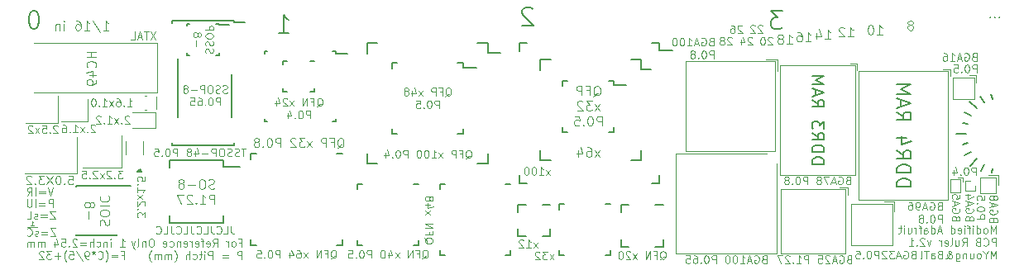
<source format=gbr>
%TF.GenerationSoftware,KiCad,Pcbnew,9.0.3*%
%TF.CreationDate,2025-07-15T00:18:28+02:00*%
%TF.ProjectId,PCB_Ruler,5043425f-5275-46c6-9572-2e6b69636164,rev?*%
%TF.SameCoordinates,Original*%
%TF.FileFunction,Legend,Bot*%
%TF.FilePolarity,Positive*%
%FSLAX46Y46*%
G04 Gerber Fmt 4.6, Leading zero omitted, Abs format (unit mm)*
G04 Created by KiCad (PCBNEW 9.0.3) date 2025-07-15 00:18:28*
%MOMM*%
%LPD*%
G01*
G04 APERTURE LIST*
%ADD10C,0.100000*%
%ADD11C,0.150000*%
%ADD12C,0.101600*%
%ADD13C,0.182880*%
%ADD14C,0.160000*%
%ADD15C,0.120000*%
G04 APERTURE END LIST*
D10*
X71205000Y-115530000D02*
X71205000Y-115910000D01*
X71205000Y-115530000D02*
X71315000Y-115620000D01*
X71385000Y-115910000D02*
X71025000Y-115910000D01*
D11*
X166467038Y-105420590D02*
X166950000Y-105550000D01*
X167880000Y-103930000D02*
X167172894Y-103222894D01*
X167310000Y-104670000D02*
X166660480Y-104295000D01*
X168630000Y-103340000D02*
X168255000Y-102690480D01*
X169500000Y-102970000D02*
X169370590Y-102487038D01*
X166950000Y-107480000D02*
X166467038Y-107609410D01*
X167320000Y-108350000D02*
X166670480Y-108725000D01*
X167910000Y-109110000D02*
X167202894Y-109817106D01*
X169420590Y-110542962D02*
X169550000Y-110060000D01*
X168670000Y-109690000D02*
X168295000Y-110339520D01*
X166820000Y-106500000D02*
X165820000Y-106500000D01*
X82400000Y-110400000D02*
X82000000Y-110400000D01*
X82200000Y-110200000D01*
X82400000Y-110400000D01*
G36*
X82400000Y-110400000D02*
G01*
X82000000Y-110400000D01*
X82200000Y-110200000D01*
X82400000Y-110400000D01*
G37*
D10*
X71745000Y-116070000D02*
X70705000Y-116070000D01*
D12*
X161195462Y-95355051D02*
X161287386Y-95309089D01*
X161287386Y-95309089D02*
X161333348Y-95263127D01*
X161333348Y-95263127D02*
X161379310Y-95171203D01*
X161379310Y-95171203D02*
X161379310Y-95125241D01*
X161379310Y-95125241D02*
X161333348Y-95033317D01*
X161333348Y-95033317D02*
X161287386Y-94987355D01*
X161287386Y-94987355D02*
X161195462Y-94941393D01*
X161195462Y-94941393D02*
X161011615Y-94941393D01*
X161011615Y-94941393D02*
X160919691Y-94987355D01*
X160919691Y-94987355D02*
X160873729Y-95033317D01*
X160873729Y-95033317D02*
X160827767Y-95125241D01*
X160827767Y-95125241D02*
X160827767Y-95171203D01*
X160827767Y-95171203D02*
X160873729Y-95263127D01*
X160873729Y-95263127D02*
X160919691Y-95309089D01*
X160919691Y-95309089D02*
X161011615Y-95355051D01*
X161011615Y-95355051D02*
X161195462Y-95355051D01*
X161195462Y-95355051D02*
X161287386Y-95401012D01*
X161287386Y-95401012D02*
X161333348Y-95446974D01*
X161333348Y-95446974D02*
X161379310Y-95538898D01*
X161379310Y-95538898D02*
X161379310Y-95722746D01*
X161379310Y-95722746D02*
X161333348Y-95814670D01*
X161333348Y-95814670D02*
X161287386Y-95860632D01*
X161287386Y-95860632D02*
X161195462Y-95906593D01*
X161195462Y-95906593D02*
X161011615Y-95906593D01*
X161011615Y-95906593D02*
X160919691Y-95860632D01*
X160919691Y-95860632D02*
X160873729Y-95814670D01*
X160873729Y-95814670D02*
X160827767Y-95722746D01*
X160827767Y-95722746D02*
X160827767Y-95538898D01*
X160827767Y-95538898D02*
X160873729Y-95446974D01*
X160873729Y-95446974D02*
X160919691Y-95401012D01*
X160919691Y-95401012D02*
X161011615Y-95355051D01*
X157672767Y-96351593D02*
X158224310Y-96351593D01*
X157948538Y-96351593D02*
X157948538Y-95386393D01*
X157948538Y-95386393D02*
X158040462Y-95524279D01*
X158040462Y-95524279D02*
X158132386Y-95616203D01*
X158132386Y-95616203D02*
X158224310Y-95662165D01*
X157075262Y-95386393D02*
X156983339Y-95386393D01*
X156983339Y-95386393D02*
X156891415Y-95432355D01*
X156891415Y-95432355D02*
X156845453Y-95478317D01*
X156845453Y-95478317D02*
X156799491Y-95570241D01*
X156799491Y-95570241D02*
X156753529Y-95754089D01*
X156753529Y-95754089D02*
X156753529Y-95983898D01*
X156753529Y-95983898D02*
X156799491Y-96167746D01*
X156799491Y-96167746D02*
X156845453Y-96259670D01*
X156845453Y-96259670D02*
X156891415Y-96305632D01*
X156891415Y-96305632D02*
X156983339Y-96351593D01*
X156983339Y-96351593D02*
X157075262Y-96351593D01*
X157075262Y-96351593D02*
X157167186Y-96305632D01*
X157167186Y-96305632D02*
X157213148Y-96259670D01*
X157213148Y-96259670D02*
X157259110Y-96167746D01*
X157259110Y-96167746D02*
X157305072Y-95983898D01*
X157305072Y-95983898D02*
X157305072Y-95754089D01*
X157305072Y-95754089D02*
X157259110Y-95570241D01*
X157259110Y-95570241D02*
X157213148Y-95478317D01*
X157213148Y-95478317D02*
X157167186Y-95432355D01*
X157167186Y-95432355D02*
X157075262Y-95386393D01*
X154697767Y-96576593D02*
X155249310Y-96576593D01*
X154973538Y-96576593D02*
X154973538Y-95611393D01*
X154973538Y-95611393D02*
X155065462Y-95749279D01*
X155065462Y-95749279D02*
X155157386Y-95841203D01*
X155157386Y-95841203D02*
X155249310Y-95887165D01*
X154330072Y-95703317D02*
X154284110Y-95657355D01*
X154284110Y-95657355D02*
X154192186Y-95611393D01*
X154192186Y-95611393D02*
X153962377Y-95611393D01*
X153962377Y-95611393D02*
X153870453Y-95657355D01*
X153870453Y-95657355D02*
X153824491Y-95703317D01*
X153824491Y-95703317D02*
X153778529Y-95795241D01*
X153778529Y-95795241D02*
X153778529Y-95887165D01*
X153778529Y-95887165D02*
X153824491Y-96025051D01*
X153824491Y-96025051D02*
X154376034Y-96576593D01*
X154376034Y-96576593D02*
X153778529Y-96576593D01*
X152347767Y-96826593D02*
X152899310Y-96826593D01*
X152623538Y-96826593D02*
X152623538Y-95861393D01*
X152623538Y-95861393D02*
X152715462Y-95999279D01*
X152715462Y-95999279D02*
X152807386Y-96091203D01*
X152807386Y-96091203D02*
X152899310Y-96137165D01*
X151520453Y-96183127D02*
X151520453Y-96826593D01*
X151750262Y-95815432D02*
X151980072Y-96504860D01*
X151980072Y-96504860D02*
X151382567Y-96504860D01*
D13*
X159714730Y-111939656D02*
X161162530Y-111939656D01*
X161162530Y-111939656D02*
X161162530Y-111594942D01*
X161162530Y-111594942D02*
X161093587Y-111388113D01*
X161093587Y-111388113D02*
X160955701Y-111250228D01*
X160955701Y-111250228D02*
X160817815Y-111181285D01*
X160817815Y-111181285D02*
X160542044Y-111112342D01*
X160542044Y-111112342D02*
X160335215Y-111112342D01*
X160335215Y-111112342D02*
X160059444Y-111181285D01*
X160059444Y-111181285D02*
X159921558Y-111250228D01*
X159921558Y-111250228D02*
X159783673Y-111388113D01*
X159783673Y-111388113D02*
X159714730Y-111594942D01*
X159714730Y-111594942D02*
X159714730Y-111939656D01*
X159714730Y-110491856D02*
X161162530Y-110491856D01*
X161162530Y-110491856D02*
X161162530Y-110147142D01*
X161162530Y-110147142D02*
X161093587Y-109940313D01*
X161093587Y-109940313D02*
X160955701Y-109802428D01*
X160955701Y-109802428D02*
X160817815Y-109733485D01*
X160817815Y-109733485D02*
X160542044Y-109664542D01*
X160542044Y-109664542D02*
X160335215Y-109664542D01*
X160335215Y-109664542D02*
X160059444Y-109733485D01*
X160059444Y-109733485D02*
X159921558Y-109802428D01*
X159921558Y-109802428D02*
X159783673Y-109940313D01*
X159783673Y-109940313D02*
X159714730Y-110147142D01*
X159714730Y-110147142D02*
X159714730Y-110491856D01*
X159714730Y-108216742D02*
X160404158Y-108699342D01*
X159714730Y-109044056D02*
X161162530Y-109044056D01*
X161162530Y-109044056D02*
X161162530Y-108492513D01*
X161162530Y-108492513D02*
X161093587Y-108354628D01*
X161093587Y-108354628D02*
X161024644Y-108285685D01*
X161024644Y-108285685D02*
X160886758Y-108216742D01*
X160886758Y-108216742D02*
X160679930Y-108216742D01*
X160679930Y-108216742D02*
X160542044Y-108285685D01*
X160542044Y-108285685D02*
X160473101Y-108354628D01*
X160473101Y-108354628D02*
X160404158Y-108492513D01*
X160404158Y-108492513D02*
X160404158Y-109044056D01*
X160679930Y-106975771D02*
X159714730Y-106975771D01*
X161231473Y-107320485D02*
X160197330Y-107665199D01*
X160197330Y-107665199D02*
X160197330Y-106768942D01*
X159714730Y-104286999D02*
X160404158Y-104769599D01*
X159714730Y-105114313D02*
X161162530Y-105114313D01*
X161162530Y-105114313D02*
X161162530Y-104562770D01*
X161162530Y-104562770D02*
X161093587Y-104424885D01*
X161093587Y-104424885D02*
X161024644Y-104355942D01*
X161024644Y-104355942D02*
X160886758Y-104286999D01*
X160886758Y-104286999D02*
X160679930Y-104286999D01*
X160679930Y-104286999D02*
X160542044Y-104355942D01*
X160542044Y-104355942D02*
X160473101Y-104424885D01*
X160473101Y-104424885D02*
X160404158Y-104562770D01*
X160404158Y-104562770D02*
X160404158Y-105114313D01*
X160128387Y-103735456D02*
X160128387Y-103046028D01*
X159714730Y-103873342D02*
X161162530Y-103390742D01*
X161162530Y-103390742D02*
X159714730Y-102908142D01*
X159714730Y-102425542D02*
X161162530Y-102425542D01*
X161162530Y-102425542D02*
X160128387Y-101942942D01*
X160128387Y-101942942D02*
X161162530Y-101460342D01*
X161162530Y-101460342D02*
X159714730Y-101460342D01*
D10*
X93073809Y-108039895D02*
X92616666Y-108039895D01*
X92845238Y-108839895D02*
X92845238Y-108039895D01*
X92388095Y-108801800D02*
X92273809Y-108839895D01*
X92273809Y-108839895D02*
X92083333Y-108839895D01*
X92083333Y-108839895D02*
X92007142Y-108801800D01*
X92007142Y-108801800D02*
X91969047Y-108763704D01*
X91969047Y-108763704D02*
X91930952Y-108687514D01*
X91930952Y-108687514D02*
X91930952Y-108611323D01*
X91930952Y-108611323D02*
X91969047Y-108535133D01*
X91969047Y-108535133D02*
X92007142Y-108497038D01*
X92007142Y-108497038D02*
X92083333Y-108458942D01*
X92083333Y-108458942D02*
X92235714Y-108420847D01*
X92235714Y-108420847D02*
X92311904Y-108382752D01*
X92311904Y-108382752D02*
X92349999Y-108344657D01*
X92349999Y-108344657D02*
X92388095Y-108268466D01*
X92388095Y-108268466D02*
X92388095Y-108192276D01*
X92388095Y-108192276D02*
X92349999Y-108116085D01*
X92349999Y-108116085D02*
X92311904Y-108077990D01*
X92311904Y-108077990D02*
X92235714Y-108039895D01*
X92235714Y-108039895D02*
X92045237Y-108039895D01*
X92045237Y-108039895D02*
X91930952Y-108077990D01*
X91626190Y-108801800D02*
X91511904Y-108839895D01*
X91511904Y-108839895D02*
X91321428Y-108839895D01*
X91321428Y-108839895D02*
X91245237Y-108801800D01*
X91245237Y-108801800D02*
X91207142Y-108763704D01*
X91207142Y-108763704D02*
X91169047Y-108687514D01*
X91169047Y-108687514D02*
X91169047Y-108611323D01*
X91169047Y-108611323D02*
X91207142Y-108535133D01*
X91207142Y-108535133D02*
X91245237Y-108497038D01*
X91245237Y-108497038D02*
X91321428Y-108458942D01*
X91321428Y-108458942D02*
X91473809Y-108420847D01*
X91473809Y-108420847D02*
X91549999Y-108382752D01*
X91549999Y-108382752D02*
X91588094Y-108344657D01*
X91588094Y-108344657D02*
X91626190Y-108268466D01*
X91626190Y-108268466D02*
X91626190Y-108192276D01*
X91626190Y-108192276D02*
X91588094Y-108116085D01*
X91588094Y-108116085D02*
X91549999Y-108077990D01*
X91549999Y-108077990D02*
X91473809Y-108039895D01*
X91473809Y-108039895D02*
X91283332Y-108039895D01*
X91283332Y-108039895D02*
X91169047Y-108077990D01*
X90673808Y-108039895D02*
X90521427Y-108039895D01*
X90521427Y-108039895D02*
X90445237Y-108077990D01*
X90445237Y-108077990D02*
X90369046Y-108154180D01*
X90369046Y-108154180D02*
X90330951Y-108306561D01*
X90330951Y-108306561D02*
X90330951Y-108573228D01*
X90330951Y-108573228D02*
X90369046Y-108725609D01*
X90369046Y-108725609D02*
X90445237Y-108801800D01*
X90445237Y-108801800D02*
X90521427Y-108839895D01*
X90521427Y-108839895D02*
X90673808Y-108839895D01*
X90673808Y-108839895D02*
X90749999Y-108801800D01*
X90749999Y-108801800D02*
X90826189Y-108725609D01*
X90826189Y-108725609D02*
X90864285Y-108573228D01*
X90864285Y-108573228D02*
X90864285Y-108306561D01*
X90864285Y-108306561D02*
X90826189Y-108154180D01*
X90826189Y-108154180D02*
X90749999Y-108077990D01*
X90749999Y-108077990D02*
X90673808Y-108039895D01*
X89988094Y-108839895D02*
X89988094Y-108039895D01*
X89988094Y-108039895D02*
X89683332Y-108039895D01*
X89683332Y-108039895D02*
X89607142Y-108077990D01*
X89607142Y-108077990D02*
X89569047Y-108116085D01*
X89569047Y-108116085D02*
X89530951Y-108192276D01*
X89530951Y-108192276D02*
X89530951Y-108306561D01*
X89530951Y-108306561D02*
X89569047Y-108382752D01*
X89569047Y-108382752D02*
X89607142Y-108420847D01*
X89607142Y-108420847D02*
X89683332Y-108458942D01*
X89683332Y-108458942D02*
X89988094Y-108458942D01*
X89188094Y-108535133D02*
X88578571Y-108535133D01*
X87854761Y-108306561D02*
X87854761Y-108839895D01*
X88045237Y-108001800D02*
X88235714Y-108573228D01*
X88235714Y-108573228D02*
X87740475Y-108573228D01*
X87321428Y-108382752D02*
X87397618Y-108344657D01*
X87397618Y-108344657D02*
X87435713Y-108306561D01*
X87435713Y-108306561D02*
X87473809Y-108230371D01*
X87473809Y-108230371D02*
X87473809Y-108192276D01*
X87473809Y-108192276D02*
X87435713Y-108116085D01*
X87435713Y-108116085D02*
X87397618Y-108077990D01*
X87397618Y-108077990D02*
X87321428Y-108039895D01*
X87321428Y-108039895D02*
X87169047Y-108039895D01*
X87169047Y-108039895D02*
X87092856Y-108077990D01*
X87092856Y-108077990D02*
X87054761Y-108116085D01*
X87054761Y-108116085D02*
X87016666Y-108192276D01*
X87016666Y-108192276D02*
X87016666Y-108230371D01*
X87016666Y-108230371D02*
X87054761Y-108306561D01*
X87054761Y-108306561D02*
X87092856Y-108344657D01*
X87092856Y-108344657D02*
X87169047Y-108382752D01*
X87169047Y-108382752D02*
X87321428Y-108382752D01*
X87321428Y-108382752D02*
X87397618Y-108420847D01*
X87397618Y-108420847D02*
X87435713Y-108458942D01*
X87435713Y-108458942D02*
X87473809Y-108535133D01*
X87473809Y-108535133D02*
X87473809Y-108687514D01*
X87473809Y-108687514D02*
X87435713Y-108763704D01*
X87435713Y-108763704D02*
X87397618Y-108801800D01*
X87397618Y-108801800D02*
X87321428Y-108839895D01*
X87321428Y-108839895D02*
X87169047Y-108839895D01*
X87169047Y-108839895D02*
X87092856Y-108801800D01*
X87092856Y-108801800D02*
X87054761Y-108763704D01*
X87054761Y-108763704D02*
X87016666Y-108687514D01*
X87016666Y-108687514D02*
X87016666Y-108535133D01*
X87016666Y-108535133D02*
X87054761Y-108458942D01*
X87054761Y-108458942D02*
X87092856Y-108420847D01*
X87092856Y-108420847D02*
X87169047Y-108382752D01*
X86064284Y-108839895D02*
X86064284Y-108039895D01*
X86064284Y-108039895D02*
X85759522Y-108039895D01*
X85759522Y-108039895D02*
X85683332Y-108077990D01*
X85683332Y-108077990D02*
X85645237Y-108116085D01*
X85645237Y-108116085D02*
X85607141Y-108192276D01*
X85607141Y-108192276D02*
X85607141Y-108306561D01*
X85607141Y-108306561D02*
X85645237Y-108382752D01*
X85645237Y-108382752D02*
X85683332Y-108420847D01*
X85683332Y-108420847D02*
X85759522Y-108458942D01*
X85759522Y-108458942D02*
X86064284Y-108458942D01*
X85111903Y-108039895D02*
X85035713Y-108039895D01*
X85035713Y-108039895D02*
X84959522Y-108077990D01*
X84959522Y-108077990D02*
X84921427Y-108116085D01*
X84921427Y-108116085D02*
X84883332Y-108192276D01*
X84883332Y-108192276D02*
X84845237Y-108344657D01*
X84845237Y-108344657D02*
X84845237Y-108535133D01*
X84845237Y-108535133D02*
X84883332Y-108687514D01*
X84883332Y-108687514D02*
X84921427Y-108763704D01*
X84921427Y-108763704D02*
X84959522Y-108801800D01*
X84959522Y-108801800D02*
X85035713Y-108839895D01*
X85035713Y-108839895D02*
X85111903Y-108839895D01*
X85111903Y-108839895D02*
X85188094Y-108801800D01*
X85188094Y-108801800D02*
X85226189Y-108763704D01*
X85226189Y-108763704D02*
X85264284Y-108687514D01*
X85264284Y-108687514D02*
X85302380Y-108535133D01*
X85302380Y-108535133D02*
X85302380Y-108344657D01*
X85302380Y-108344657D02*
X85264284Y-108192276D01*
X85264284Y-108192276D02*
X85226189Y-108116085D01*
X85226189Y-108116085D02*
X85188094Y-108077990D01*
X85188094Y-108077990D02*
X85111903Y-108039895D01*
X84502379Y-108763704D02*
X84464284Y-108801800D01*
X84464284Y-108801800D02*
X84502379Y-108839895D01*
X84502379Y-108839895D02*
X84540475Y-108801800D01*
X84540475Y-108801800D02*
X84502379Y-108763704D01*
X84502379Y-108763704D02*
X84502379Y-108839895D01*
X83740475Y-108039895D02*
X84121427Y-108039895D01*
X84121427Y-108039895D02*
X84159523Y-108420847D01*
X84159523Y-108420847D02*
X84121427Y-108382752D01*
X84121427Y-108382752D02*
X84045237Y-108344657D01*
X84045237Y-108344657D02*
X83854761Y-108344657D01*
X83854761Y-108344657D02*
X83778570Y-108382752D01*
X83778570Y-108382752D02*
X83740475Y-108420847D01*
X83740475Y-108420847D02*
X83702380Y-108497038D01*
X83702380Y-108497038D02*
X83702380Y-108687514D01*
X83702380Y-108687514D02*
X83740475Y-108763704D01*
X83740475Y-108763704D02*
X83778570Y-108801800D01*
X83778570Y-108801800D02*
X83854761Y-108839895D01*
X83854761Y-108839895D02*
X84045237Y-108839895D01*
X84045237Y-108839895D02*
X84121427Y-108801800D01*
X84121427Y-108801800D02*
X84159523Y-108763704D01*
X80939047Y-103714895D02*
X81396190Y-103714895D01*
X81167618Y-103714895D02*
X81167618Y-102914895D01*
X81167618Y-102914895D02*
X81243809Y-103029180D01*
X81243809Y-103029180D02*
X81319999Y-103105371D01*
X81319999Y-103105371D02*
X81396190Y-103143466D01*
X80596189Y-103638704D02*
X80558094Y-103676800D01*
X80558094Y-103676800D02*
X80596189Y-103714895D01*
X80596189Y-103714895D02*
X80634285Y-103676800D01*
X80634285Y-103676800D02*
X80596189Y-103638704D01*
X80596189Y-103638704D02*
X80596189Y-103714895D01*
X79872380Y-102914895D02*
X80024761Y-102914895D01*
X80024761Y-102914895D02*
X80100952Y-102952990D01*
X80100952Y-102952990D02*
X80139047Y-102991085D01*
X80139047Y-102991085D02*
X80215237Y-103105371D01*
X80215237Y-103105371D02*
X80253333Y-103257752D01*
X80253333Y-103257752D02*
X80253333Y-103562514D01*
X80253333Y-103562514D02*
X80215237Y-103638704D01*
X80215237Y-103638704D02*
X80177142Y-103676800D01*
X80177142Y-103676800D02*
X80100952Y-103714895D01*
X80100952Y-103714895D02*
X79948571Y-103714895D01*
X79948571Y-103714895D02*
X79872380Y-103676800D01*
X79872380Y-103676800D02*
X79834285Y-103638704D01*
X79834285Y-103638704D02*
X79796190Y-103562514D01*
X79796190Y-103562514D02*
X79796190Y-103372038D01*
X79796190Y-103372038D02*
X79834285Y-103295847D01*
X79834285Y-103295847D02*
X79872380Y-103257752D01*
X79872380Y-103257752D02*
X79948571Y-103219657D01*
X79948571Y-103219657D02*
X80100952Y-103219657D01*
X80100952Y-103219657D02*
X80177142Y-103257752D01*
X80177142Y-103257752D02*
X80215237Y-103295847D01*
X80215237Y-103295847D02*
X80253333Y-103372038D01*
X79529523Y-103714895D02*
X79110475Y-103181561D01*
X79529523Y-103181561D02*
X79110475Y-103714895D01*
X78386666Y-103714895D02*
X78843809Y-103714895D01*
X78615237Y-103714895D02*
X78615237Y-102914895D01*
X78615237Y-102914895D02*
X78691428Y-103029180D01*
X78691428Y-103029180D02*
X78767618Y-103105371D01*
X78767618Y-103105371D02*
X78843809Y-103143466D01*
X78043808Y-103638704D02*
X78005713Y-103676800D01*
X78005713Y-103676800D02*
X78043808Y-103714895D01*
X78043808Y-103714895D02*
X78081904Y-103676800D01*
X78081904Y-103676800D02*
X78043808Y-103638704D01*
X78043808Y-103638704D02*
X78043808Y-103714895D01*
X77510475Y-102914895D02*
X77434285Y-102914895D01*
X77434285Y-102914895D02*
X77358094Y-102952990D01*
X77358094Y-102952990D02*
X77319999Y-102991085D01*
X77319999Y-102991085D02*
X77281904Y-103067276D01*
X77281904Y-103067276D02*
X77243809Y-103219657D01*
X77243809Y-103219657D02*
X77243809Y-103410133D01*
X77243809Y-103410133D02*
X77281904Y-103562514D01*
X77281904Y-103562514D02*
X77319999Y-103638704D01*
X77319999Y-103638704D02*
X77358094Y-103676800D01*
X77358094Y-103676800D02*
X77434285Y-103714895D01*
X77434285Y-103714895D02*
X77510475Y-103714895D01*
X77510475Y-103714895D02*
X77586666Y-103676800D01*
X77586666Y-103676800D02*
X77624761Y-103638704D01*
X77624761Y-103638704D02*
X77662856Y-103562514D01*
X77662856Y-103562514D02*
X77700952Y-103410133D01*
X77700952Y-103410133D02*
X77700952Y-103219657D01*
X77700952Y-103219657D02*
X77662856Y-103067276D01*
X77662856Y-103067276D02*
X77624761Y-102991085D01*
X77624761Y-102991085D02*
X77586666Y-102952990D01*
X77586666Y-102952990D02*
X77510475Y-102914895D01*
X81145238Y-104751085D02*
X81107142Y-104712990D01*
X81107142Y-104712990D02*
X81030952Y-104674895D01*
X81030952Y-104674895D02*
X80840476Y-104674895D01*
X80840476Y-104674895D02*
X80764285Y-104712990D01*
X80764285Y-104712990D02*
X80726190Y-104751085D01*
X80726190Y-104751085D02*
X80688095Y-104827276D01*
X80688095Y-104827276D02*
X80688095Y-104903466D01*
X80688095Y-104903466D02*
X80726190Y-105017752D01*
X80726190Y-105017752D02*
X81183333Y-105474895D01*
X81183333Y-105474895D02*
X80688095Y-105474895D01*
X80345237Y-105398704D02*
X80307142Y-105436800D01*
X80307142Y-105436800D02*
X80345237Y-105474895D01*
X80345237Y-105474895D02*
X80383333Y-105436800D01*
X80383333Y-105436800D02*
X80345237Y-105398704D01*
X80345237Y-105398704D02*
X80345237Y-105474895D01*
X80040476Y-105474895D02*
X79621428Y-104941561D01*
X80040476Y-104941561D02*
X79621428Y-105474895D01*
X78897619Y-105474895D02*
X79354762Y-105474895D01*
X79126190Y-105474895D02*
X79126190Y-104674895D01*
X79126190Y-104674895D02*
X79202381Y-104789180D01*
X79202381Y-104789180D02*
X79278571Y-104865371D01*
X79278571Y-104865371D02*
X79354762Y-104903466D01*
X78554761Y-105398704D02*
X78516666Y-105436800D01*
X78516666Y-105436800D02*
X78554761Y-105474895D01*
X78554761Y-105474895D02*
X78592857Y-105436800D01*
X78592857Y-105436800D02*
X78554761Y-105398704D01*
X78554761Y-105398704D02*
X78554761Y-105474895D01*
X78211905Y-104751085D02*
X78173809Y-104712990D01*
X78173809Y-104712990D02*
X78097619Y-104674895D01*
X78097619Y-104674895D02*
X77907143Y-104674895D01*
X77907143Y-104674895D02*
X77830952Y-104712990D01*
X77830952Y-104712990D02*
X77792857Y-104751085D01*
X77792857Y-104751085D02*
X77754762Y-104827276D01*
X77754762Y-104827276D02*
X77754762Y-104903466D01*
X77754762Y-104903466D02*
X77792857Y-105017752D01*
X77792857Y-105017752D02*
X78250000Y-105474895D01*
X78250000Y-105474895D02*
X77754762Y-105474895D01*
X77645238Y-105671085D02*
X77607142Y-105632990D01*
X77607142Y-105632990D02*
X77530952Y-105594895D01*
X77530952Y-105594895D02*
X77340476Y-105594895D01*
X77340476Y-105594895D02*
X77264285Y-105632990D01*
X77264285Y-105632990D02*
X77226190Y-105671085D01*
X77226190Y-105671085D02*
X77188095Y-105747276D01*
X77188095Y-105747276D02*
X77188095Y-105823466D01*
X77188095Y-105823466D02*
X77226190Y-105937752D01*
X77226190Y-105937752D02*
X77683333Y-106394895D01*
X77683333Y-106394895D02*
X77188095Y-106394895D01*
X76845237Y-106318704D02*
X76807142Y-106356800D01*
X76807142Y-106356800D02*
X76845237Y-106394895D01*
X76845237Y-106394895D02*
X76883333Y-106356800D01*
X76883333Y-106356800D02*
X76845237Y-106318704D01*
X76845237Y-106318704D02*
X76845237Y-106394895D01*
X76540476Y-106394895D02*
X76121428Y-105861561D01*
X76540476Y-105861561D02*
X76121428Y-106394895D01*
X75397619Y-106394895D02*
X75854762Y-106394895D01*
X75626190Y-106394895D02*
X75626190Y-105594895D01*
X75626190Y-105594895D02*
X75702381Y-105709180D01*
X75702381Y-105709180D02*
X75778571Y-105785371D01*
X75778571Y-105785371D02*
X75854762Y-105823466D01*
X75054761Y-106318704D02*
X75016666Y-106356800D01*
X75016666Y-106356800D02*
X75054761Y-106394895D01*
X75054761Y-106394895D02*
X75092857Y-106356800D01*
X75092857Y-106356800D02*
X75054761Y-106318704D01*
X75054761Y-106318704D02*
X75054761Y-106394895D01*
X74330952Y-105594895D02*
X74483333Y-105594895D01*
X74483333Y-105594895D02*
X74559524Y-105632990D01*
X74559524Y-105632990D02*
X74597619Y-105671085D01*
X74597619Y-105671085D02*
X74673809Y-105785371D01*
X74673809Y-105785371D02*
X74711905Y-105937752D01*
X74711905Y-105937752D02*
X74711905Y-106242514D01*
X74711905Y-106242514D02*
X74673809Y-106318704D01*
X74673809Y-106318704D02*
X74635714Y-106356800D01*
X74635714Y-106356800D02*
X74559524Y-106394895D01*
X74559524Y-106394895D02*
X74407143Y-106394895D01*
X74407143Y-106394895D02*
X74330952Y-106356800D01*
X74330952Y-106356800D02*
X74292857Y-106318704D01*
X74292857Y-106318704D02*
X74254762Y-106242514D01*
X74254762Y-106242514D02*
X74254762Y-106052038D01*
X74254762Y-106052038D02*
X74292857Y-105975847D01*
X74292857Y-105975847D02*
X74330952Y-105937752D01*
X74330952Y-105937752D02*
X74407143Y-105899657D01*
X74407143Y-105899657D02*
X74559524Y-105899657D01*
X74559524Y-105899657D02*
X74635714Y-105937752D01*
X74635714Y-105937752D02*
X74673809Y-105975847D01*
X74673809Y-105975847D02*
X74711905Y-106052038D01*
X74918570Y-110821157D02*
X75347142Y-110821157D01*
X75347142Y-110821157D02*
X75389999Y-111249728D01*
X75389999Y-111249728D02*
X75347142Y-111206871D01*
X75347142Y-111206871D02*
X75261428Y-111164014D01*
X75261428Y-111164014D02*
X75047142Y-111164014D01*
X75047142Y-111164014D02*
X74961428Y-111206871D01*
X74961428Y-111206871D02*
X74918570Y-111249728D01*
X74918570Y-111249728D02*
X74875713Y-111335442D01*
X74875713Y-111335442D02*
X74875713Y-111549728D01*
X74875713Y-111549728D02*
X74918570Y-111635442D01*
X74918570Y-111635442D02*
X74961428Y-111678300D01*
X74961428Y-111678300D02*
X75047142Y-111721157D01*
X75047142Y-111721157D02*
X75261428Y-111721157D01*
X75261428Y-111721157D02*
X75347142Y-111678300D01*
X75347142Y-111678300D02*
X75389999Y-111635442D01*
X74489999Y-111635442D02*
X74447142Y-111678300D01*
X74447142Y-111678300D02*
X74489999Y-111721157D01*
X74489999Y-111721157D02*
X74532856Y-111678300D01*
X74532856Y-111678300D02*
X74489999Y-111635442D01*
X74489999Y-111635442D02*
X74489999Y-111721157D01*
X73889999Y-110821157D02*
X73804285Y-110821157D01*
X73804285Y-110821157D02*
X73718571Y-110864014D01*
X73718571Y-110864014D02*
X73675714Y-110906871D01*
X73675714Y-110906871D02*
X73632856Y-110992585D01*
X73632856Y-110992585D02*
X73589999Y-111164014D01*
X73589999Y-111164014D02*
X73589999Y-111378300D01*
X73589999Y-111378300D02*
X73632856Y-111549728D01*
X73632856Y-111549728D02*
X73675714Y-111635442D01*
X73675714Y-111635442D02*
X73718571Y-111678300D01*
X73718571Y-111678300D02*
X73804285Y-111721157D01*
X73804285Y-111721157D02*
X73889999Y-111721157D01*
X73889999Y-111721157D02*
X73975714Y-111678300D01*
X73975714Y-111678300D02*
X74018571Y-111635442D01*
X74018571Y-111635442D02*
X74061428Y-111549728D01*
X74061428Y-111549728D02*
X74104285Y-111378300D01*
X74104285Y-111378300D02*
X74104285Y-111164014D01*
X74104285Y-111164014D02*
X74061428Y-110992585D01*
X74061428Y-110992585D02*
X74018571Y-110906871D01*
X74018571Y-110906871D02*
X73975714Y-110864014D01*
X73975714Y-110864014D02*
X73889999Y-110821157D01*
X73289999Y-110821157D02*
X72689999Y-111721157D01*
X72689999Y-110821157D02*
X73289999Y-111721157D01*
X72432856Y-110821157D02*
X71875713Y-110821157D01*
X71875713Y-110821157D02*
X72175713Y-111164014D01*
X72175713Y-111164014D02*
X72047142Y-111164014D01*
X72047142Y-111164014D02*
X71961428Y-111206871D01*
X71961428Y-111206871D02*
X71918570Y-111249728D01*
X71918570Y-111249728D02*
X71875713Y-111335442D01*
X71875713Y-111335442D02*
X71875713Y-111549728D01*
X71875713Y-111549728D02*
X71918570Y-111635442D01*
X71918570Y-111635442D02*
X71961428Y-111678300D01*
X71961428Y-111678300D02*
X72047142Y-111721157D01*
X72047142Y-111721157D02*
X72304285Y-111721157D01*
X72304285Y-111721157D02*
X72389999Y-111678300D01*
X72389999Y-111678300D02*
X72432856Y-111635442D01*
X71489999Y-111635442D02*
X71447142Y-111678300D01*
X71447142Y-111678300D02*
X71489999Y-111721157D01*
X71489999Y-111721157D02*
X71532856Y-111678300D01*
X71532856Y-111678300D02*
X71489999Y-111635442D01*
X71489999Y-111635442D02*
X71489999Y-111721157D01*
X71104285Y-110906871D02*
X71061428Y-110864014D01*
X71061428Y-110864014D02*
X70975714Y-110821157D01*
X70975714Y-110821157D02*
X70761428Y-110821157D01*
X70761428Y-110821157D02*
X70675714Y-110864014D01*
X70675714Y-110864014D02*
X70632856Y-110906871D01*
X70632856Y-110906871D02*
X70589999Y-110992585D01*
X70589999Y-110992585D02*
X70589999Y-111078300D01*
X70589999Y-111078300D02*
X70632856Y-111206871D01*
X70632856Y-111206871D02*
X71147142Y-111721157D01*
X71147142Y-111721157D02*
X70589999Y-111721157D01*
X80474285Y-110304895D02*
X79979047Y-110304895D01*
X79979047Y-110304895D02*
X80245713Y-110609657D01*
X80245713Y-110609657D02*
X80131428Y-110609657D01*
X80131428Y-110609657D02*
X80055237Y-110647752D01*
X80055237Y-110647752D02*
X80017142Y-110685847D01*
X80017142Y-110685847D02*
X79979047Y-110762038D01*
X79979047Y-110762038D02*
X79979047Y-110952514D01*
X79979047Y-110952514D02*
X80017142Y-111028704D01*
X80017142Y-111028704D02*
X80055237Y-111066800D01*
X80055237Y-111066800D02*
X80131428Y-111104895D01*
X80131428Y-111104895D02*
X80359999Y-111104895D01*
X80359999Y-111104895D02*
X80436190Y-111066800D01*
X80436190Y-111066800D02*
X80474285Y-111028704D01*
X79636189Y-111028704D02*
X79598094Y-111066800D01*
X79598094Y-111066800D02*
X79636189Y-111104895D01*
X79636189Y-111104895D02*
X79674285Y-111066800D01*
X79674285Y-111066800D02*
X79636189Y-111028704D01*
X79636189Y-111028704D02*
X79636189Y-111104895D01*
X79293333Y-110381085D02*
X79255237Y-110342990D01*
X79255237Y-110342990D02*
X79179047Y-110304895D01*
X79179047Y-110304895D02*
X78988571Y-110304895D01*
X78988571Y-110304895D02*
X78912380Y-110342990D01*
X78912380Y-110342990D02*
X78874285Y-110381085D01*
X78874285Y-110381085D02*
X78836190Y-110457276D01*
X78836190Y-110457276D02*
X78836190Y-110533466D01*
X78836190Y-110533466D02*
X78874285Y-110647752D01*
X78874285Y-110647752D02*
X79331428Y-111104895D01*
X79331428Y-111104895D02*
X78836190Y-111104895D01*
X78569523Y-111104895D02*
X78150475Y-110571561D01*
X78569523Y-110571561D02*
X78150475Y-111104895D01*
X77883809Y-110381085D02*
X77845713Y-110342990D01*
X77845713Y-110342990D02*
X77769523Y-110304895D01*
X77769523Y-110304895D02*
X77579047Y-110304895D01*
X77579047Y-110304895D02*
X77502856Y-110342990D01*
X77502856Y-110342990D02*
X77464761Y-110381085D01*
X77464761Y-110381085D02*
X77426666Y-110457276D01*
X77426666Y-110457276D02*
X77426666Y-110533466D01*
X77426666Y-110533466D02*
X77464761Y-110647752D01*
X77464761Y-110647752D02*
X77921904Y-111104895D01*
X77921904Y-111104895D02*
X77426666Y-111104895D01*
X77083808Y-111028704D02*
X77045713Y-111066800D01*
X77045713Y-111066800D02*
X77083808Y-111104895D01*
X77083808Y-111104895D02*
X77121904Y-111066800D01*
X77121904Y-111066800D02*
X77083808Y-111028704D01*
X77083808Y-111028704D02*
X77083808Y-111104895D01*
X76321904Y-110304895D02*
X76702856Y-110304895D01*
X76702856Y-110304895D02*
X76740952Y-110685847D01*
X76740952Y-110685847D02*
X76702856Y-110647752D01*
X76702856Y-110647752D02*
X76626666Y-110609657D01*
X76626666Y-110609657D02*
X76436190Y-110609657D01*
X76436190Y-110609657D02*
X76359999Y-110647752D01*
X76359999Y-110647752D02*
X76321904Y-110685847D01*
X76321904Y-110685847D02*
X76283809Y-110762038D01*
X76283809Y-110762038D02*
X76283809Y-110952514D01*
X76283809Y-110952514D02*
X76321904Y-111028704D01*
X76321904Y-111028704D02*
X76359999Y-111066800D01*
X76359999Y-111066800D02*
X76436190Y-111104895D01*
X76436190Y-111104895D02*
X76626666Y-111104895D01*
X76626666Y-111104895D02*
X76702856Y-111066800D01*
X76702856Y-111066800D02*
X76740952Y-111028704D01*
X73797694Y-105729085D02*
X73759598Y-105690990D01*
X73759598Y-105690990D02*
X73683408Y-105652895D01*
X73683408Y-105652895D02*
X73492932Y-105652895D01*
X73492932Y-105652895D02*
X73416741Y-105690990D01*
X73416741Y-105690990D02*
X73378646Y-105729085D01*
X73378646Y-105729085D02*
X73340551Y-105805276D01*
X73340551Y-105805276D02*
X73340551Y-105881466D01*
X73340551Y-105881466D02*
X73378646Y-105995752D01*
X73378646Y-105995752D02*
X73835789Y-106452895D01*
X73835789Y-106452895D02*
X73340551Y-106452895D01*
X72997693Y-106376704D02*
X72959598Y-106414800D01*
X72959598Y-106414800D02*
X72997693Y-106452895D01*
X72997693Y-106452895D02*
X73035789Y-106414800D01*
X73035789Y-106414800D02*
X72997693Y-106376704D01*
X72997693Y-106376704D02*
X72997693Y-106452895D01*
X72235789Y-105652895D02*
X72616741Y-105652895D01*
X72616741Y-105652895D02*
X72654837Y-106033847D01*
X72654837Y-106033847D02*
X72616741Y-105995752D01*
X72616741Y-105995752D02*
X72540551Y-105957657D01*
X72540551Y-105957657D02*
X72350075Y-105957657D01*
X72350075Y-105957657D02*
X72273884Y-105995752D01*
X72273884Y-105995752D02*
X72235789Y-106033847D01*
X72235789Y-106033847D02*
X72197694Y-106110038D01*
X72197694Y-106110038D02*
X72197694Y-106300514D01*
X72197694Y-106300514D02*
X72235789Y-106376704D01*
X72235789Y-106376704D02*
X72273884Y-106414800D01*
X72273884Y-106414800D02*
X72350075Y-106452895D01*
X72350075Y-106452895D02*
X72540551Y-106452895D01*
X72540551Y-106452895D02*
X72616741Y-106414800D01*
X72616741Y-106414800D02*
X72654837Y-106376704D01*
X71931027Y-106452895D02*
X71511979Y-105919561D01*
X71931027Y-105919561D02*
X71511979Y-106452895D01*
X71245313Y-105729085D02*
X71207217Y-105690990D01*
X71207217Y-105690990D02*
X71131027Y-105652895D01*
X71131027Y-105652895D02*
X70940551Y-105652895D01*
X70940551Y-105652895D02*
X70864360Y-105690990D01*
X70864360Y-105690990D02*
X70826265Y-105729085D01*
X70826265Y-105729085D02*
X70788170Y-105805276D01*
X70788170Y-105805276D02*
X70788170Y-105881466D01*
X70788170Y-105881466D02*
X70826265Y-105995752D01*
X70826265Y-105995752D02*
X71283408Y-106452895D01*
X71283408Y-106452895D02*
X70788170Y-106452895D01*
X82765104Y-115089285D02*
X82765104Y-114594047D01*
X82765104Y-114594047D02*
X82460342Y-114860713D01*
X82460342Y-114860713D02*
X82460342Y-114746428D01*
X82460342Y-114746428D02*
X82422247Y-114670237D01*
X82422247Y-114670237D02*
X82384152Y-114632142D01*
X82384152Y-114632142D02*
X82307961Y-114594047D01*
X82307961Y-114594047D02*
X82117485Y-114594047D01*
X82117485Y-114594047D02*
X82041295Y-114632142D01*
X82041295Y-114632142D02*
X82003200Y-114670237D01*
X82003200Y-114670237D02*
X81965104Y-114746428D01*
X81965104Y-114746428D02*
X81965104Y-114974999D01*
X81965104Y-114974999D02*
X82003200Y-115051190D01*
X82003200Y-115051190D02*
X82041295Y-115089285D01*
X82041295Y-114251189D02*
X82003200Y-114213094D01*
X82003200Y-114213094D02*
X81965104Y-114251189D01*
X81965104Y-114251189D02*
X82003200Y-114289285D01*
X82003200Y-114289285D02*
X82041295Y-114251189D01*
X82041295Y-114251189D02*
X81965104Y-114251189D01*
X82688914Y-113908333D02*
X82727009Y-113870237D01*
X82727009Y-113870237D02*
X82765104Y-113794047D01*
X82765104Y-113794047D02*
X82765104Y-113603571D01*
X82765104Y-113603571D02*
X82727009Y-113527380D01*
X82727009Y-113527380D02*
X82688914Y-113489285D01*
X82688914Y-113489285D02*
X82612723Y-113451190D01*
X82612723Y-113451190D02*
X82536533Y-113451190D01*
X82536533Y-113451190D02*
X82422247Y-113489285D01*
X82422247Y-113489285D02*
X81965104Y-113946428D01*
X81965104Y-113946428D02*
X81965104Y-113451190D01*
X81965104Y-113184523D02*
X82498438Y-112765475D01*
X82498438Y-113184523D02*
X81965104Y-112765475D01*
X81965104Y-112041666D02*
X81965104Y-112498809D01*
X81965104Y-112270237D02*
X82765104Y-112270237D01*
X82765104Y-112270237D02*
X82650819Y-112346428D01*
X82650819Y-112346428D02*
X82574628Y-112422618D01*
X82574628Y-112422618D02*
X82536533Y-112498809D01*
X82041295Y-111698808D02*
X82003200Y-111660713D01*
X82003200Y-111660713D02*
X81965104Y-111698808D01*
X81965104Y-111698808D02*
X82003200Y-111736904D01*
X82003200Y-111736904D02*
X82041295Y-111698808D01*
X82041295Y-111698808D02*
X81965104Y-111698808D01*
X82765104Y-110936904D02*
X82765104Y-111317856D01*
X82765104Y-111317856D02*
X82384152Y-111355952D01*
X82384152Y-111355952D02*
X82422247Y-111317856D01*
X82422247Y-111317856D02*
X82460342Y-111241666D01*
X82460342Y-111241666D02*
X82460342Y-111051190D01*
X82460342Y-111051190D02*
X82422247Y-110974999D01*
X82422247Y-110974999D02*
X82384152Y-110936904D01*
X82384152Y-110936904D02*
X82307961Y-110898809D01*
X82307961Y-110898809D02*
X82117485Y-110898809D01*
X82117485Y-110898809D02*
X82041295Y-110936904D01*
X82041295Y-110936904D02*
X82003200Y-110974999D01*
X82003200Y-110974999D02*
X81965104Y-111051190D01*
X81965104Y-111051190D02*
X81965104Y-111241666D01*
X81965104Y-111241666D02*
X82003200Y-111317856D01*
X82003200Y-111317856D02*
X82041295Y-111355952D01*
D14*
X71470451Y-93879156D02*
X71289498Y-93879156D01*
X71289498Y-93879156D02*
X71108546Y-93969632D01*
X71108546Y-93969632D02*
X71018070Y-94060108D01*
X71018070Y-94060108D02*
X70927594Y-94241060D01*
X70927594Y-94241060D02*
X70837117Y-94602965D01*
X70837117Y-94602965D02*
X70837117Y-95055346D01*
X70837117Y-95055346D02*
X70927594Y-95417251D01*
X70927594Y-95417251D02*
X71018070Y-95598203D01*
X71018070Y-95598203D02*
X71108546Y-95688680D01*
X71108546Y-95688680D02*
X71289498Y-95779156D01*
X71289498Y-95779156D02*
X71470451Y-95779156D01*
X71470451Y-95779156D02*
X71651403Y-95688680D01*
X71651403Y-95688680D02*
X71741879Y-95598203D01*
X71741879Y-95598203D02*
X71832356Y-95417251D01*
X71832356Y-95417251D02*
X71922832Y-95055346D01*
X71922832Y-95055346D02*
X71922832Y-94602965D01*
X71922832Y-94602965D02*
X71832356Y-94241060D01*
X71832356Y-94241060D02*
X71741879Y-94060108D01*
X71741879Y-94060108D02*
X71651403Y-93969632D01*
X71651403Y-93969632D02*
X71470451Y-93879156D01*
X96417117Y-96219156D02*
X97502832Y-96219156D01*
X96959975Y-96219156D02*
X96959975Y-94319156D01*
X96959975Y-94319156D02*
X97140927Y-94590584D01*
X97140927Y-94590584D02*
X97321879Y-94771537D01*
X97321879Y-94771537D02*
X97502832Y-94862013D01*
X122457832Y-93740108D02*
X122367356Y-93649632D01*
X122367356Y-93649632D02*
X122186403Y-93559156D01*
X122186403Y-93559156D02*
X121734022Y-93559156D01*
X121734022Y-93559156D02*
X121553070Y-93649632D01*
X121553070Y-93649632D02*
X121462594Y-93740108D01*
X121462594Y-93740108D02*
X121372117Y-93921060D01*
X121372117Y-93921060D02*
X121372117Y-94102013D01*
X121372117Y-94102013D02*
X121462594Y-94373441D01*
X121462594Y-94373441D02*
X122548308Y-95459156D01*
X122548308Y-95459156D02*
X121372117Y-95459156D01*
X148003308Y-93909156D02*
X146827117Y-93909156D01*
X146827117Y-93909156D02*
X147460451Y-94632965D01*
X147460451Y-94632965D02*
X147189022Y-94632965D01*
X147189022Y-94632965D02*
X147008070Y-94723441D01*
X147008070Y-94723441D02*
X146917594Y-94813918D01*
X146917594Y-94813918D02*
X146827117Y-94994870D01*
X146827117Y-94994870D02*
X146827117Y-95447251D01*
X146827117Y-95447251D02*
X146917594Y-95628203D01*
X146917594Y-95628203D02*
X147008070Y-95718680D01*
X147008070Y-95718680D02*
X147189022Y-95809156D01*
X147189022Y-95809156D02*
X147731879Y-95809156D01*
X147731879Y-95809156D02*
X147912832Y-95718680D01*
X147912832Y-95718680D02*
X148003308Y-95628203D01*
D12*
X170155889Y-94523954D02*
X170109927Y-94569916D01*
X170109927Y-94569916D02*
X170155889Y-94615877D01*
X170155889Y-94615877D02*
X170201851Y-94569916D01*
X170201851Y-94569916D02*
X170155889Y-94523954D01*
X170155889Y-94523954D02*
X170155889Y-94615877D01*
X169696270Y-94523954D02*
X169650308Y-94569916D01*
X169650308Y-94569916D02*
X169696270Y-94615877D01*
X169696270Y-94615877D02*
X169742232Y-94569916D01*
X169742232Y-94569916D02*
X169696270Y-94523954D01*
X169696270Y-94523954D02*
X169696270Y-94615877D01*
X169236651Y-94523954D02*
X169190689Y-94569916D01*
X169190689Y-94569916D02*
X169236651Y-94615877D01*
X169236651Y-94615877D02*
X169282613Y-94569916D01*
X169282613Y-94569916D02*
X169236651Y-94523954D01*
X169236651Y-94523954D02*
X169236651Y-94615877D01*
X78468612Y-95905877D02*
X79020155Y-95905877D01*
X78744383Y-95905877D02*
X78744383Y-94940677D01*
X78744383Y-94940677D02*
X78836307Y-95078563D01*
X78836307Y-95078563D02*
X78928231Y-95170487D01*
X78928231Y-95170487D02*
X79020155Y-95216449D01*
X77365526Y-94894716D02*
X78192841Y-96135687D01*
X76538212Y-95905877D02*
X77089755Y-95905877D01*
X76813983Y-95905877D02*
X76813983Y-94940677D01*
X76813983Y-94940677D02*
X76905907Y-95078563D01*
X76905907Y-95078563D02*
X76997831Y-95170487D01*
X76997831Y-95170487D02*
X77089755Y-95216449D01*
X75710898Y-94940677D02*
X75894745Y-94940677D01*
X75894745Y-94940677D02*
X75986669Y-94986639D01*
X75986669Y-94986639D02*
X76032631Y-95032601D01*
X76032631Y-95032601D02*
X76124555Y-95170487D01*
X76124555Y-95170487D02*
X76170517Y-95354335D01*
X76170517Y-95354335D02*
X76170517Y-95722030D01*
X76170517Y-95722030D02*
X76124555Y-95813954D01*
X76124555Y-95813954D02*
X76078593Y-95859916D01*
X76078593Y-95859916D02*
X75986669Y-95905877D01*
X75986669Y-95905877D02*
X75802822Y-95905877D01*
X75802822Y-95905877D02*
X75710898Y-95859916D01*
X75710898Y-95859916D02*
X75664936Y-95813954D01*
X75664936Y-95813954D02*
X75618974Y-95722030D01*
X75618974Y-95722030D02*
X75618974Y-95492220D01*
X75618974Y-95492220D02*
X75664936Y-95400296D01*
X75664936Y-95400296D02*
X75710898Y-95354335D01*
X75710898Y-95354335D02*
X75802822Y-95308373D01*
X75802822Y-95308373D02*
X75986669Y-95308373D01*
X75986669Y-95308373D02*
X76078593Y-95354335D01*
X76078593Y-95354335D02*
X76124555Y-95400296D01*
X76124555Y-95400296D02*
X76170517Y-95492220D01*
X74469927Y-95905877D02*
X74469927Y-95262411D01*
X74469927Y-94940677D02*
X74515889Y-94986639D01*
X74515889Y-94986639D02*
X74469927Y-95032601D01*
X74469927Y-95032601D02*
X74423965Y-94986639D01*
X74423965Y-94986639D02*
X74469927Y-94940677D01*
X74469927Y-94940677D02*
X74469927Y-95032601D01*
X74010308Y-95262411D02*
X74010308Y-95905877D01*
X74010308Y-95354335D02*
X73964346Y-95308373D01*
X73964346Y-95308373D02*
X73872422Y-95262411D01*
X73872422Y-95262411D02*
X73734537Y-95262411D01*
X73734537Y-95262411D02*
X73642613Y-95308373D01*
X73642613Y-95308373D02*
X73596651Y-95400296D01*
X73596651Y-95400296D02*
X73596651Y-95905877D01*
X150372767Y-97076593D02*
X150924310Y-97076593D01*
X150648538Y-97076593D02*
X150648538Y-96111393D01*
X150648538Y-96111393D02*
X150740462Y-96249279D01*
X150740462Y-96249279D02*
X150832386Y-96341203D01*
X150832386Y-96341203D02*
X150924310Y-96387165D01*
X149545453Y-96111393D02*
X149729300Y-96111393D01*
X149729300Y-96111393D02*
X149821224Y-96157355D01*
X149821224Y-96157355D02*
X149867186Y-96203317D01*
X149867186Y-96203317D02*
X149959110Y-96341203D01*
X149959110Y-96341203D02*
X150005072Y-96525051D01*
X150005072Y-96525051D02*
X150005072Y-96892746D01*
X150005072Y-96892746D02*
X149959110Y-96984670D01*
X149959110Y-96984670D02*
X149913148Y-97030632D01*
X149913148Y-97030632D02*
X149821224Y-97076593D01*
X149821224Y-97076593D02*
X149637377Y-97076593D01*
X149637377Y-97076593D02*
X149545453Y-97030632D01*
X149545453Y-97030632D02*
X149499491Y-96984670D01*
X149499491Y-96984670D02*
X149453529Y-96892746D01*
X149453529Y-96892746D02*
X149453529Y-96662936D01*
X149453529Y-96662936D02*
X149499491Y-96571012D01*
X149499491Y-96571012D02*
X149545453Y-96525051D01*
X149545453Y-96525051D02*
X149637377Y-96479089D01*
X149637377Y-96479089D02*
X149821224Y-96479089D01*
X149821224Y-96479089D02*
X149913148Y-96525051D01*
X149913148Y-96525051D02*
X149959110Y-96571012D01*
X149959110Y-96571012D02*
X150005072Y-96662936D01*
X148447767Y-97326593D02*
X148999310Y-97326593D01*
X148723538Y-97326593D02*
X148723538Y-96361393D01*
X148723538Y-96361393D02*
X148815462Y-96499279D01*
X148815462Y-96499279D02*
X148907386Y-96591203D01*
X148907386Y-96591203D02*
X148999310Y-96637165D01*
X147896224Y-96775051D02*
X147988148Y-96729089D01*
X147988148Y-96729089D02*
X148034110Y-96683127D01*
X148034110Y-96683127D02*
X148080072Y-96591203D01*
X148080072Y-96591203D02*
X148080072Y-96545241D01*
X148080072Y-96545241D02*
X148034110Y-96453317D01*
X148034110Y-96453317D02*
X147988148Y-96407355D01*
X147988148Y-96407355D02*
X147896224Y-96361393D01*
X147896224Y-96361393D02*
X147712377Y-96361393D01*
X147712377Y-96361393D02*
X147620453Y-96407355D01*
X147620453Y-96407355D02*
X147574491Y-96453317D01*
X147574491Y-96453317D02*
X147528529Y-96545241D01*
X147528529Y-96545241D02*
X147528529Y-96591203D01*
X147528529Y-96591203D02*
X147574491Y-96683127D01*
X147574491Y-96683127D02*
X147620453Y-96729089D01*
X147620453Y-96729089D02*
X147712377Y-96775051D01*
X147712377Y-96775051D02*
X147896224Y-96775051D01*
X147896224Y-96775051D02*
X147988148Y-96821012D01*
X147988148Y-96821012D02*
X148034110Y-96866974D01*
X148034110Y-96866974D02*
X148080072Y-96958898D01*
X148080072Y-96958898D02*
X148080072Y-97142746D01*
X148080072Y-97142746D02*
X148034110Y-97234670D01*
X148034110Y-97234670D02*
X147988148Y-97280632D01*
X147988148Y-97280632D02*
X147896224Y-97326593D01*
X147896224Y-97326593D02*
X147712377Y-97326593D01*
X147712377Y-97326593D02*
X147620453Y-97280632D01*
X147620453Y-97280632D02*
X147574491Y-97234670D01*
X147574491Y-97234670D02*
X147528529Y-97142746D01*
X147528529Y-97142746D02*
X147528529Y-96958898D01*
X147528529Y-96958898D02*
X147574491Y-96866974D01*
X147574491Y-96866974D02*
X147620453Y-96821012D01*
X147620453Y-96821012D02*
X147712377Y-96775051D01*
D10*
X145944330Y-95448085D02*
X145906234Y-95409990D01*
X145906234Y-95409990D02*
X145830044Y-95371895D01*
X145830044Y-95371895D02*
X145639568Y-95371895D01*
X145639568Y-95371895D02*
X145563377Y-95409990D01*
X145563377Y-95409990D02*
X145525282Y-95448085D01*
X145525282Y-95448085D02*
X145487187Y-95524276D01*
X145487187Y-95524276D02*
X145487187Y-95600466D01*
X145487187Y-95600466D02*
X145525282Y-95714752D01*
X145525282Y-95714752D02*
X145982425Y-96171895D01*
X145982425Y-96171895D02*
X145487187Y-96171895D01*
X145182425Y-95448085D02*
X145144329Y-95409990D01*
X145144329Y-95409990D02*
X145068139Y-95371895D01*
X145068139Y-95371895D02*
X144877663Y-95371895D01*
X144877663Y-95371895D02*
X144801472Y-95409990D01*
X144801472Y-95409990D02*
X144763377Y-95448085D01*
X144763377Y-95448085D02*
X144725282Y-95524276D01*
X144725282Y-95524276D02*
X144725282Y-95600466D01*
X144725282Y-95600466D02*
X144763377Y-95714752D01*
X144763377Y-95714752D02*
X145220520Y-96171895D01*
X145220520Y-96171895D02*
X144725282Y-96171895D01*
X143869330Y-95473085D02*
X143831234Y-95434990D01*
X143831234Y-95434990D02*
X143755044Y-95396895D01*
X143755044Y-95396895D02*
X143564568Y-95396895D01*
X143564568Y-95396895D02*
X143488377Y-95434990D01*
X143488377Y-95434990D02*
X143450282Y-95473085D01*
X143450282Y-95473085D02*
X143412187Y-95549276D01*
X143412187Y-95549276D02*
X143412187Y-95625466D01*
X143412187Y-95625466D02*
X143450282Y-95739752D01*
X143450282Y-95739752D02*
X143907425Y-96196895D01*
X143907425Y-96196895D02*
X143412187Y-96196895D01*
X142726472Y-95396895D02*
X142878853Y-95396895D01*
X142878853Y-95396895D02*
X142955044Y-95434990D01*
X142955044Y-95434990D02*
X142993139Y-95473085D01*
X142993139Y-95473085D02*
X143069329Y-95587371D01*
X143069329Y-95587371D02*
X143107425Y-95739752D01*
X143107425Y-95739752D02*
X143107425Y-96044514D01*
X143107425Y-96044514D02*
X143069329Y-96120704D01*
X143069329Y-96120704D02*
X143031234Y-96158800D01*
X143031234Y-96158800D02*
X142955044Y-96196895D01*
X142955044Y-96196895D02*
X142802663Y-96196895D01*
X142802663Y-96196895D02*
X142726472Y-96158800D01*
X142726472Y-96158800D02*
X142688377Y-96120704D01*
X142688377Y-96120704D02*
X142650282Y-96044514D01*
X142650282Y-96044514D02*
X142650282Y-95854038D01*
X142650282Y-95854038D02*
X142688377Y-95777847D01*
X142688377Y-95777847D02*
X142726472Y-95739752D01*
X142726472Y-95739752D02*
X142802663Y-95701657D01*
X142802663Y-95701657D02*
X142955044Y-95701657D01*
X142955044Y-95701657D02*
X143031234Y-95739752D01*
X143031234Y-95739752D02*
X143069329Y-95777847D01*
X143069329Y-95777847D02*
X143107425Y-95854038D01*
X146981830Y-96698085D02*
X146943734Y-96659990D01*
X146943734Y-96659990D02*
X146867544Y-96621895D01*
X146867544Y-96621895D02*
X146677068Y-96621895D01*
X146677068Y-96621895D02*
X146600877Y-96659990D01*
X146600877Y-96659990D02*
X146562782Y-96698085D01*
X146562782Y-96698085D02*
X146524687Y-96774276D01*
X146524687Y-96774276D02*
X146524687Y-96850466D01*
X146524687Y-96850466D02*
X146562782Y-96964752D01*
X146562782Y-96964752D02*
X147019925Y-97421895D01*
X147019925Y-97421895D02*
X146524687Y-97421895D01*
X146029448Y-96621895D02*
X145953258Y-96621895D01*
X145953258Y-96621895D02*
X145877067Y-96659990D01*
X145877067Y-96659990D02*
X145838972Y-96698085D01*
X145838972Y-96698085D02*
X145800877Y-96774276D01*
X145800877Y-96774276D02*
X145762782Y-96926657D01*
X145762782Y-96926657D02*
X145762782Y-97117133D01*
X145762782Y-97117133D02*
X145800877Y-97269514D01*
X145800877Y-97269514D02*
X145838972Y-97345704D01*
X145838972Y-97345704D02*
X145877067Y-97383800D01*
X145877067Y-97383800D02*
X145953258Y-97421895D01*
X145953258Y-97421895D02*
X146029448Y-97421895D01*
X146029448Y-97421895D02*
X146105639Y-97383800D01*
X146105639Y-97383800D02*
X146143734Y-97345704D01*
X146143734Y-97345704D02*
X146181829Y-97269514D01*
X146181829Y-97269514D02*
X146219925Y-97117133D01*
X146219925Y-97117133D02*
X146219925Y-96926657D01*
X146219925Y-96926657D02*
X146181829Y-96774276D01*
X146181829Y-96774276D02*
X146143734Y-96698085D01*
X146143734Y-96698085D02*
X146105639Y-96659990D01*
X146105639Y-96659990D02*
X146029448Y-96621895D01*
X144906830Y-96698085D02*
X144868734Y-96659990D01*
X144868734Y-96659990D02*
X144792544Y-96621895D01*
X144792544Y-96621895D02*
X144602068Y-96621895D01*
X144602068Y-96621895D02*
X144525877Y-96659990D01*
X144525877Y-96659990D02*
X144487782Y-96698085D01*
X144487782Y-96698085D02*
X144449687Y-96774276D01*
X144449687Y-96774276D02*
X144449687Y-96850466D01*
X144449687Y-96850466D02*
X144487782Y-96964752D01*
X144487782Y-96964752D02*
X144944925Y-97421895D01*
X144944925Y-97421895D02*
X144449687Y-97421895D01*
X143763972Y-96888561D02*
X143763972Y-97421895D01*
X143954448Y-96583800D02*
X144144925Y-97155228D01*
X144144925Y-97155228D02*
X143649686Y-97155228D01*
X142831830Y-96698085D02*
X142793734Y-96659990D01*
X142793734Y-96659990D02*
X142717544Y-96621895D01*
X142717544Y-96621895D02*
X142527068Y-96621895D01*
X142527068Y-96621895D02*
X142450877Y-96659990D01*
X142450877Y-96659990D02*
X142412782Y-96698085D01*
X142412782Y-96698085D02*
X142374687Y-96774276D01*
X142374687Y-96774276D02*
X142374687Y-96850466D01*
X142374687Y-96850466D02*
X142412782Y-96964752D01*
X142412782Y-96964752D02*
X142869925Y-97421895D01*
X142869925Y-97421895D02*
X142374687Y-97421895D01*
X141917544Y-96964752D02*
X141993734Y-96926657D01*
X141993734Y-96926657D02*
X142031829Y-96888561D01*
X142031829Y-96888561D02*
X142069925Y-96812371D01*
X142069925Y-96812371D02*
X142069925Y-96774276D01*
X142069925Y-96774276D02*
X142031829Y-96698085D01*
X142031829Y-96698085D02*
X141993734Y-96659990D01*
X141993734Y-96659990D02*
X141917544Y-96621895D01*
X141917544Y-96621895D02*
X141765163Y-96621895D01*
X141765163Y-96621895D02*
X141688972Y-96659990D01*
X141688972Y-96659990D02*
X141650877Y-96698085D01*
X141650877Y-96698085D02*
X141612782Y-96774276D01*
X141612782Y-96774276D02*
X141612782Y-96812371D01*
X141612782Y-96812371D02*
X141650877Y-96888561D01*
X141650877Y-96888561D02*
X141688972Y-96926657D01*
X141688972Y-96926657D02*
X141765163Y-96964752D01*
X141765163Y-96964752D02*
X141917544Y-96964752D01*
X141917544Y-96964752D02*
X141993734Y-97002847D01*
X141993734Y-97002847D02*
X142031829Y-97040942D01*
X142031829Y-97040942D02*
X142069925Y-97117133D01*
X142069925Y-97117133D02*
X142069925Y-97269514D01*
X142069925Y-97269514D02*
X142031829Y-97345704D01*
X142031829Y-97345704D02*
X141993734Y-97383800D01*
X141993734Y-97383800D02*
X141917544Y-97421895D01*
X141917544Y-97421895D02*
X141765163Y-97421895D01*
X141765163Y-97421895D02*
X141688972Y-97383800D01*
X141688972Y-97383800D02*
X141650877Y-97345704D01*
X141650877Y-97345704D02*
X141612782Y-97269514D01*
X141612782Y-97269514D02*
X141612782Y-97117133D01*
X141612782Y-97117133D02*
X141650877Y-97040942D01*
X141650877Y-97040942D02*
X141688972Y-97002847D01*
X141688972Y-97002847D02*
X141765163Y-96964752D01*
D12*
X78181685Y-115893761D02*
X78135723Y-115755875D01*
X78135723Y-115755875D02*
X78135723Y-115526066D01*
X78135723Y-115526066D02*
X78181685Y-115434142D01*
X78181685Y-115434142D02*
X78227646Y-115388180D01*
X78227646Y-115388180D02*
X78319570Y-115342218D01*
X78319570Y-115342218D02*
X78411494Y-115342218D01*
X78411494Y-115342218D02*
X78503418Y-115388180D01*
X78503418Y-115388180D02*
X78549380Y-115434142D01*
X78549380Y-115434142D02*
X78595342Y-115526066D01*
X78595342Y-115526066D02*
X78641304Y-115709913D01*
X78641304Y-115709913D02*
X78687265Y-115801837D01*
X78687265Y-115801837D02*
X78733227Y-115847799D01*
X78733227Y-115847799D02*
X78825151Y-115893761D01*
X78825151Y-115893761D02*
X78917075Y-115893761D01*
X78917075Y-115893761D02*
X79008999Y-115847799D01*
X79008999Y-115847799D02*
X79054961Y-115801837D01*
X79054961Y-115801837D02*
X79100923Y-115709913D01*
X79100923Y-115709913D02*
X79100923Y-115480104D01*
X79100923Y-115480104D02*
X79054961Y-115342218D01*
X79100923Y-114744713D02*
X79100923Y-114560866D01*
X79100923Y-114560866D02*
X79054961Y-114468942D01*
X79054961Y-114468942D02*
X78963037Y-114377018D01*
X78963037Y-114377018D02*
X78779189Y-114331056D01*
X78779189Y-114331056D02*
X78457456Y-114331056D01*
X78457456Y-114331056D02*
X78273608Y-114377018D01*
X78273608Y-114377018D02*
X78181685Y-114468942D01*
X78181685Y-114468942D02*
X78135723Y-114560866D01*
X78135723Y-114560866D02*
X78135723Y-114744713D01*
X78135723Y-114744713D02*
X78181685Y-114836637D01*
X78181685Y-114836637D02*
X78273608Y-114928561D01*
X78273608Y-114928561D02*
X78457456Y-114974523D01*
X78457456Y-114974523D02*
X78779189Y-114974523D01*
X78779189Y-114974523D02*
X78963037Y-114928561D01*
X78963037Y-114928561D02*
X79054961Y-114836637D01*
X79054961Y-114836637D02*
X79100923Y-114744713D01*
X78135723Y-113917399D02*
X79100923Y-113917399D01*
X78227646Y-112906237D02*
X78181685Y-112952199D01*
X78181685Y-112952199D02*
X78135723Y-113090085D01*
X78135723Y-113090085D02*
X78135723Y-113182009D01*
X78135723Y-113182009D02*
X78181685Y-113319894D01*
X78181685Y-113319894D02*
X78273608Y-113411818D01*
X78273608Y-113411818D02*
X78365532Y-113457780D01*
X78365532Y-113457780D02*
X78549380Y-113503742D01*
X78549380Y-113503742D02*
X78687265Y-113503742D01*
X78687265Y-113503742D02*
X78871113Y-113457780D01*
X78871113Y-113457780D02*
X78963037Y-113411818D01*
X78963037Y-113411818D02*
X79054961Y-113319894D01*
X79054961Y-113319894D02*
X79100923Y-113182009D01*
X79100923Y-113182009D02*
X79100923Y-113090085D01*
X79100923Y-113090085D02*
X79054961Y-112952199D01*
X79054961Y-112952199D02*
X79008999Y-112906237D01*
X76949500Y-115227314D02*
X76949500Y-114491924D01*
X77133347Y-113894418D02*
X77179309Y-113986342D01*
X77179309Y-113986342D02*
X77225271Y-114032304D01*
X77225271Y-114032304D02*
X77317195Y-114078266D01*
X77317195Y-114078266D02*
X77363157Y-114078266D01*
X77363157Y-114078266D02*
X77455081Y-114032304D01*
X77455081Y-114032304D02*
X77501043Y-113986342D01*
X77501043Y-113986342D02*
X77547005Y-113894418D01*
X77547005Y-113894418D02*
X77547005Y-113710571D01*
X77547005Y-113710571D02*
X77501043Y-113618647D01*
X77501043Y-113618647D02*
X77455081Y-113572685D01*
X77455081Y-113572685D02*
X77363157Y-113526723D01*
X77363157Y-113526723D02*
X77317195Y-113526723D01*
X77317195Y-113526723D02*
X77225271Y-113572685D01*
X77225271Y-113572685D02*
X77179309Y-113618647D01*
X77179309Y-113618647D02*
X77133347Y-113710571D01*
X77133347Y-113710571D02*
X77133347Y-113894418D01*
X77133347Y-113894418D02*
X77087386Y-113986342D01*
X77087386Y-113986342D02*
X77041424Y-114032304D01*
X77041424Y-114032304D02*
X76949500Y-114078266D01*
X76949500Y-114078266D02*
X76765652Y-114078266D01*
X76765652Y-114078266D02*
X76673728Y-114032304D01*
X76673728Y-114032304D02*
X76627767Y-113986342D01*
X76627767Y-113986342D02*
X76581805Y-113894418D01*
X76581805Y-113894418D02*
X76581805Y-113710571D01*
X76581805Y-113710571D02*
X76627767Y-113618647D01*
X76627767Y-113618647D02*
X76673728Y-113572685D01*
X76673728Y-113572685D02*
X76765652Y-113526723D01*
X76765652Y-113526723D02*
X76949500Y-113526723D01*
X76949500Y-113526723D02*
X77041424Y-113572685D01*
X77041424Y-113572685D02*
X77087386Y-113618647D01*
X77087386Y-113618647D02*
X77133347Y-113710571D01*
D10*
X88984378Y-98242856D02*
X88947235Y-98131428D01*
X88947235Y-98131428D02*
X88947235Y-97945713D01*
X88947235Y-97945713D02*
X88984378Y-97871428D01*
X88984378Y-97871428D02*
X89021520Y-97834285D01*
X89021520Y-97834285D02*
X89095806Y-97797142D01*
X89095806Y-97797142D02*
X89170092Y-97797142D01*
X89170092Y-97797142D02*
X89244378Y-97834285D01*
X89244378Y-97834285D02*
X89281520Y-97871428D01*
X89281520Y-97871428D02*
X89318663Y-97945713D01*
X89318663Y-97945713D02*
X89355806Y-98094285D01*
X89355806Y-98094285D02*
X89392949Y-98168570D01*
X89392949Y-98168570D02*
X89430092Y-98205713D01*
X89430092Y-98205713D02*
X89504378Y-98242856D01*
X89504378Y-98242856D02*
X89578663Y-98242856D01*
X89578663Y-98242856D02*
X89652949Y-98205713D01*
X89652949Y-98205713D02*
X89690092Y-98168570D01*
X89690092Y-98168570D02*
X89727235Y-98094285D01*
X89727235Y-98094285D02*
X89727235Y-97908570D01*
X89727235Y-97908570D02*
X89690092Y-97797142D01*
X88984378Y-97499999D02*
X88947235Y-97388571D01*
X88947235Y-97388571D02*
X88947235Y-97202856D01*
X88947235Y-97202856D02*
X88984378Y-97128571D01*
X88984378Y-97128571D02*
X89021520Y-97091428D01*
X89021520Y-97091428D02*
X89095806Y-97054285D01*
X89095806Y-97054285D02*
X89170092Y-97054285D01*
X89170092Y-97054285D02*
X89244378Y-97091428D01*
X89244378Y-97091428D02*
X89281520Y-97128571D01*
X89281520Y-97128571D02*
X89318663Y-97202856D01*
X89318663Y-97202856D02*
X89355806Y-97351428D01*
X89355806Y-97351428D02*
X89392949Y-97425713D01*
X89392949Y-97425713D02*
X89430092Y-97462856D01*
X89430092Y-97462856D02*
X89504378Y-97499999D01*
X89504378Y-97499999D02*
X89578663Y-97499999D01*
X89578663Y-97499999D02*
X89652949Y-97462856D01*
X89652949Y-97462856D02*
X89690092Y-97425713D01*
X89690092Y-97425713D02*
X89727235Y-97351428D01*
X89727235Y-97351428D02*
X89727235Y-97165713D01*
X89727235Y-97165713D02*
X89690092Y-97054285D01*
X89727235Y-96571428D02*
X89727235Y-96422856D01*
X89727235Y-96422856D02*
X89690092Y-96348571D01*
X89690092Y-96348571D02*
X89615806Y-96274285D01*
X89615806Y-96274285D02*
X89467235Y-96237142D01*
X89467235Y-96237142D02*
X89207235Y-96237142D01*
X89207235Y-96237142D02*
X89058663Y-96274285D01*
X89058663Y-96274285D02*
X88984378Y-96348571D01*
X88984378Y-96348571D02*
X88947235Y-96422856D01*
X88947235Y-96422856D02*
X88947235Y-96571428D01*
X88947235Y-96571428D02*
X88984378Y-96645714D01*
X88984378Y-96645714D02*
X89058663Y-96719999D01*
X89058663Y-96719999D02*
X89207235Y-96757142D01*
X89207235Y-96757142D02*
X89467235Y-96757142D01*
X89467235Y-96757142D02*
X89615806Y-96719999D01*
X89615806Y-96719999D02*
X89690092Y-96645714D01*
X89690092Y-96645714D02*
X89727235Y-96571428D01*
X88947235Y-95902856D02*
X89727235Y-95902856D01*
X89727235Y-95902856D02*
X89727235Y-95605713D01*
X89727235Y-95605713D02*
X89690092Y-95531428D01*
X89690092Y-95531428D02*
X89652949Y-95494285D01*
X89652949Y-95494285D02*
X89578663Y-95457142D01*
X89578663Y-95457142D02*
X89467235Y-95457142D01*
X89467235Y-95457142D02*
X89392949Y-95494285D01*
X89392949Y-95494285D02*
X89355806Y-95531428D01*
X89355806Y-95531428D02*
X89318663Y-95605713D01*
X89318663Y-95605713D02*
X89318663Y-95902856D01*
X87988622Y-97518570D02*
X87988622Y-96924285D01*
X88137193Y-96441428D02*
X88174336Y-96515713D01*
X88174336Y-96515713D02*
X88211479Y-96552856D01*
X88211479Y-96552856D02*
X88285764Y-96589999D01*
X88285764Y-96589999D02*
X88322907Y-96589999D01*
X88322907Y-96589999D02*
X88397193Y-96552856D01*
X88397193Y-96552856D02*
X88434336Y-96515713D01*
X88434336Y-96515713D02*
X88471479Y-96441428D01*
X88471479Y-96441428D02*
X88471479Y-96292856D01*
X88471479Y-96292856D02*
X88434336Y-96218571D01*
X88434336Y-96218571D02*
X88397193Y-96181428D01*
X88397193Y-96181428D02*
X88322907Y-96144285D01*
X88322907Y-96144285D02*
X88285764Y-96144285D01*
X88285764Y-96144285D02*
X88211479Y-96181428D01*
X88211479Y-96181428D02*
X88174336Y-96218571D01*
X88174336Y-96218571D02*
X88137193Y-96292856D01*
X88137193Y-96292856D02*
X88137193Y-96441428D01*
X88137193Y-96441428D02*
X88100050Y-96515713D01*
X88100050Y-96515713D02*
X88062907Y-96552856D01*
X88062907Y-96552856D02*
X87988622Y-96589999D01*
X87988622Y-96589999D02*
X87840050Y-96589999D01*
X87840050Y-96589999D02*
X87765764Y-96552856D01*
X87765764Y-96552856D02*
X87728622Y-96515713D01*
X87728622Y-96515713D02*
X87691479Y-96441428D01*
X87691479Y-96441428D02*
X87691479Y-96292856D01*
X87691479Y-96292856D02*
X87728622Y-96218571D01*
X87728622Y-96218571D02*
X87765764Y-96181428D01*
X87765764Y-96181428D02*
X87840050Y-96144285D01*
X87840050Y-96144285D02*
X87988622Y-96144285D01*
X87988622Y-96144285D02*
X88062907Y-96181428D01*
X88062907Y-96181428D02*
X88100050Y-96218571D01*
X88100050Y-96218571D02*
X88137193Y-96292856D01*
X91172142Y-102315622D02*
X91060714Y-102352764D01*
X91060714Y-102352764D02*
X90874999Y-102352764D01*
X90874999Y-102352764D02*
X90800714Y-102315622D01*
X90800714Y-102315622D02*
X90763571Y-102278479D01*
X90763571Y-102278479D02*
X90726428Y-102204193D01*
X90726428Y-102204193D02*
X90726428Y-102129907D01*
X90726428Y-102129907D02*
X90763571Y-102055622D01*
X90763571Y-102055622D02*
X90800714Y-102018479D01*
X90800714Y-102018479D02*
X90874999Y-101981336D01*
X90874999Y-101981336D02*
X91023571Y-101944193D01*
X91023571Y-101944193D02*
X91097856Y-101907050D01*
X91097856Y-101907050D02*
X91134999Y-101869907D01*
X91134999Y-101869907D02*
X91172142Y-101795622D01*
X91172142Y-101795622D02*
X91172142Y-101721336D01*
X91172142Y-101721336D02*
X91134999Y-101647050D01*
X91134999Y-101647050D02*
X91097856Y-101609907D01*
X91097856Y-101609907D02*
X91023571Y-101572764D01*
X91023571Y-101572764D02*
X90837856Y-101572764D01*
X90837856Y-101572764D02*
X90726428Y-101609907D01*
X90429285Y-102315622D02*
X90317857Y-102352764D01*
X90317857Y-102352764D02*
X90132142Y-102352764D01*
X90132142Y-102352764D02*
X90057857Y-102315622D01*
X90057857Y-102315622D02*
X90020714Y-102278479D01*
X90020714Y-102278479D02*
X89983571Y-102204193D01*
X89983571Y-102204193D02*
X89983571Y-102129907D01*
X89983571Y-102129907D02*
X90020714Y-102055622D01*
X90020714Y-102055622D02*
X90057857Y-102018479D01*
X90057857Y-102018479D02*
X90132142Y-101981336D01*
X90132142Y-101981336D02*
X90280714Y-101944193D01*
X90280714Y-101944193D02*
X90354999Y-101907050D01*
X90354999Y-101907050D02*
X90392142Y-101869907D01*
X90392142Y-101869907D02*
X90429285Y-101795622D01*
X90429285Y-101795622D02*
X90429285Y-101721336D01*
X90429285Y-101721336D02*
X90392142Y-101647050D01*
X90392142Y-101647050D02*
X90354999Y-101609907D01*
X90354999Y-101609907D02*
X90280714Y-101572764D01*
X90280714Y-101572764D02*
X90094999Y-101572764D01*
X90094999Y-101572764D02*
X89983571Y-101609907D01*
X89500714Y-101572764D02*
X89352142Y-101572764D01*
X89352142Y-101572764D02*
X89277857Y-101609907D01*
X89277857Y-101609907D02*
X89203571Y-101684193D01*
X89203571Y-101684193D02*
X89166428Y-101832764D01*
X89166428Y-101832764D02*
X89166428Y-102092764D01*
X89166428Y-102092764D02*
X89203571Y-102241336D01*
X89203571Y-102241336D02*
X89277857Y-102315622D01*
X89277857Y-102315622D02*
X89352142Y-102352764D01*
X89352142Y-102352764D02*
X89500714Y-102352764D01*
X89500714Y-102352764D02*
X89575000Y-102315622D01*
X89575000Y-102315622D02*
X89649285Y-102241336D01*
X89649285Y-102241336D02*
X89686428Y-102092764D01*
X89686428Y-102092764D02*
X89686428Y-101832764D01*
X89686428Y-101832764D02*
X89649285Y-101684193D01*
X89649285Y-101684193D02*
X89575000Y-101609907D01*
X89575000Y-101609907D02*
X89500714Y-101572764D01*
X88832142Y-102352764D02*
X88832142Y-101572764D01*
X88832142Y-101572764D02*
X88534999Y-101572764D01*
X88534999Y-101572764D02*
X88460714Y-101609907D01*
X88460714Y-101609907D02*
X88423571Y-101647050D01*
X88423571Y-101647050D02*
X88386428Y-101721336D01*
X88386428Y-101721336D02*
X88386428Y-101832764D01*
X88386428Y-101832764D02*
X88423571Y-101907050D01*
X88423571Y-101907050D02*
X88460714Y-101944193D01*
X88460714Y-101944193D02*
X88534999Y-101981336D01*
X88534999Y-101981336D02*
X88832142Y-101981336D01*
X88052142Y-102055622D02*
X87457857Y-102055622D01*
X86975000Y-101907050D02*
X87049285Y-101869907D01*
X87049285Y-101869907D02*
X87086428Y-101832764D01*
X87086428Y-101832764D02*
X87123571Y-101758479D01*
X87123571Y-101758479D02*
X87123571Y-101721336D01*
X87123571Y-101721336D02*
X87086428Y-101647050D01*
X87086428Y-101647050D02*
X87049285Y-101609907D01*
X87049285Y-101609907D02*
X86975000Y-101572764D01*
X86975000Y-101572764D02*
X86826428Y-101572764D01*
X86826428Y-101572764D02*
X86752143Y-101609907D01*
X86752143Y-101609907D02*
X86715000Y-101647050D01*
X86715000Y-101647050D02*
X86677857Y-101721336D01*
X86677857Y-101721336D02*
X86677857Y-101758479D01*
X86677857Y-101758479D02*
X86715000Y-101832764D01*
X86715000Y-101832764D02*
X86752143Y-101869907D01*
X86752143Y-101869907D02*
X86826428Y-101907050D01*
X86826428Y-101907050D02*
X86975000Y-101907050D01*
X86975000Y-101907050D02*
X87049285Y-101944193D01*
X87049285Y-101944193D02*
X87086428Y-101981336D01*
X87086428Y-101981336D02*
X87123571Y-102055622D01*
X87123571Y-102055622D02*
X87123571Y-102204193D01*
X87123571Y-102204193D02*
X87086428Y-102278479D01*
X87086428Y-102278479D02*
X87049285Y-102315622D01*
X87049285Y-102315622D02*
X86975000Y-102352764D01*
X86975000Y-102352764D02*
X86826428Y-102352764D01*
X86826428Y-102352764D02*
X86752143Y-102315622D01*
X86752143Y-102315622D02*
X86715000Y-102278479D01*
X86715000Y-102278479D02*
X86677857Y-102204193D01*
X86677857Y-102204193D02*
X86677857Y-102055622D01*
X86677857Y-102055622D02*
X86715000Y-101981336D01*
X86715000Y-101981336D02*
X86752143Y-101944193D01*
X86752143Y-101944193D02*
X86826428Y-101907050D01*
X90429285Y-103608520D02*
X90429285Y-102828520D01*
X90429285Y-102828520D02*
X90132142Y-102828520D01*
X90132142Y-102828520D02*
X90057857Y-102865663D01*
X90057857Y-102865663D02*
X90020714Y-102902806D01*
X90020714Y-102902806D02*
X89983571Y-102977092D01*
X89983571Y-102977092D02*
X89983571Y-103088520D01*
X89983571Y-103088520D02*
X90020714Y-103162806D01*
X90020714Y-103162806D02*
X90057857Y-103199949D01*
X90057857Y-103199949D02*
X90132142Y-103237092D01*
X90132142Y-103237092D02*
X90429285Y-103237092D01*
X89500714Y-102828520D02*
X89426428Y-102828520D01*
X89426428Y-102828520D02*
X89352142Y-102865663D01*
X89352142Y-102865663D02*
X89315000Y-102902806D01*
X89315000Y-102902806D02*
X89277857Y-102977092D01*
X89277857Y-102977092D02*
X89240714Y-103125663D01*
X89240714Y-103125663D02*
X89240714Y-103311378D01*
X89240714Y-103311378D02*
X89277857Y-103459949D01*
X89277857Y-103459949D02*
X89315000Y-103534235D01*
X89315000Y-103534235D02*
X89352142Y-103571378D01*
X89352142Y-103571378D02*
X89426428Y-103608520D01*
X89426428Y-103608520D02*
X89500714Y-103608520D01*
X89500714Y-103608520D02*
X89575000Y-103571378D01*
X89575000Y-103571378D02*
X89612142Y-103534235D01*
X89612142Y-103534235D02*
X89649285Y-103459949D01*
X89649285Y-103459949D02*
X89686428Y-103311378D01*
X89686428Y-103311378D02*
X89686428Y-103125663D01*
X89686428Y-103125663D02*
X89649285Y-102977092D01*
X89649285Y-102977092D02*
X89612142Y-102902806D01*
X89612142Y-102902806D02*
X89575000Y-102865663D01*
X89575000Y-102865663D02*
X89500714Y-102828520D01*
X88906428Y-103534235D02*
X88869285Y-103571378D01*
X88869285Y-103571378D02*
X88906428Y-103608520D01*
X88906428Y-103608520D02*
X88943571Y-103571378D01*
X88943571Y-103571378D02*
X88906428Y-103534235D01*
X88906428Y-103534235D02*
X88906428Y-103608520D01*
X88200714Y-102828520D02*
X88349285Y-102828520D01*
X88349285Y-102828520D02*
X88423571Y-102865663D01*
X88423571Y-102865663D02*
X88460714Y-102902806D01*
X88460714Y-102902806D02*
X88534999Y-103014235D01*
X88534999Y-103014235D02*
X88572142Y-103162806D01*
X88572142Y-103162806D02*
X88572142Y-103459949D01*
X88572142Y-103459949D02*
X88534999Y-103534235D01*
X88534999Y-103534235D02*
X88497856Y-103571378D01*
X88497856Y-103571378D02*
X88423571Y-103608520D01*
X88423571Y-103608520D02*
X88274999Y-103608520D01*
X88274999Y-103608520D02*
X88200714Y-103571378D01*
X88200714Y-103571378D02*
X88163571Y-103534235D01*
X88163571Y-103534235D02*
X88126428Y-103459949D01*
X88126428Y-103459949D02*
X88126428Y-103274235D01*
X88126428Y-103274235D02*
X88163571Y-103199949D01*
X88163571Y-103199949D02*
X88200714Y-103162806D01*
X88200714Y-103162806D02*
X88274999Y-103125663D01*
X88274999Y-103125663D02*
X88423571Y-103125663D01*
X88423571Y-103125663D02*
X88497856Y-103162806D01*
X88497856Y-103162806D02*
X88534999Y-103199949D01*
X88534999Y-103199949D02*
X88572142Y-103274235D01*
X87420714Y-102828520D02*
X87792142Y-102828520D01*
X87792142Y-102828520D02*
X87829285Y-103199949D01*
X87829285Y-103199949D02*
X87792142Y-103162806D01*
X87792142Y-103162806D02*
X87717857Y-103125663D01*
X87717857Y-103125663D02*
X87532142Y-103125663D01*
X87532142Y-103125663D02*
X87457857Y-103162806D01*
X87457857Y-103162806D02*
X87420714Y-103199949D01*
X87420714Y-103199949D02*
X87383571Y-103274235D01*
X87383571Y-103274235D02*
X87383571Y-103459949D01*
X87383571Y-103459949D02*
X87420714Y-103534235D01*
X87420714Y-103534235D02*
X87457857Y-103571378D01*
X87457857Y-103571378D02*
X87532142Y-103608520D01*
X87532142Y-103608520D02*
X87717857Y-103608520D01*
X87717857Y-103608520D02*
X87792142Y-103571378D01*
X87792142Y-103571378D02*
X87829285Y-103534235D01*
X92402068Y-117676870D02*
X92668734Y-117676870D01*
X92668734Y-118095918D02*
X92668734Y-117295918D01*
X92668734Y-117295918D02*
X92287782Y-117295918D01*
X91868735Y-118095918D02*
X91944925Y-118057823D01*
X91944925Y-118057823D02*
X91983020Y-118019727D01*
X91983020Y-118019727D02*
X92021116Y-117943537D01*
X92021116Y-117943537D02*
X92021116Y-117714965D01*
X92021116Y-117714965D02*
X91983020Y-117638775D01*
X91983020Y-117638775D02*
X91944925Y-117600680D01*
X91944925Y-117600680D02*
X91868735Y-117562584D01*
X91868735Y-117562584D02*
X91754449Y-117562584D01*
X91754449Y-117562584D02*
X91678258Y-117600680D01*
X91678258Y-117600680D02*
X91640163Y-117638775D01*
X91640163Y-117638775D02*
X91602068Y-117714965D01*
X91602068Y-117714965D02*
X91602068Y-117943537D01*
X91602068Y-117943537D02*
X91640163Y-118019727D01*
X91640163Y-118019727D02*
X91678258Y-118057823D01*
X91678258Y-118057823D02*
X91754449Y-118095918D01*
X91754449Y-118095918D02*
X91868735Y-118095918D01*
X91259210Y-118095918D02*
X91259210Y-117562584D01*
X91259210Y-117714965D02*
X91221115Y-117638775D01*
X91221115Y-117638775D02*
X91183020Y-117600680D01*
X91183020Y-117600680D02*
X91106829Y-117562584D01*
X91106829Y-117562584D02*
X91030639Y-117562584D01*
X89697305Y-118095918D02*
X89963972Y-117714965D01*
X90154448Y-118095918D02*
X90154448Y-117295918D01*
X90154448Y-117295918D02*
X89849686Y-117295918D01*
X89849686Y-117295918D02*
X89773496Y-117334013D01*
X89773496Y-117334013D02*
X89735401Y-117372108D01*
X89735401Y-117372108D02*
X89697305Y-117448299D01*
X89697305Y-117448299D02*
X89697305Y-117562584D01*
X89697305Y-117562584D02*
X89735401Y-117638775D01*
X89735401Y-117638775D02*
X89773496Y-117676870D01*
X89773496Y-117676870D02*
X89849686Y-117714965D01*
X89849686Y-117714965D02*
X90154448Y-117714965D01*
X89049686Y-118057823D02*
X89125877Y-118095918D01*
X89125877Y-118095918D02*
X89278258Y-118095918D01*
X89278258Y-118095918D02*
X89354448Y-118057823D01*
X89354448Y-118057823D02*
X89392544Y-117981632D01*
X89392544Y-117981632D02*
X89392544Y-117676870D01*
X89392544Y-117676870D02*
X89354448Y-117600680D01*
X89354448Y-117600680D02*
X89278258Y-117562584D01*
X89278258Y-117562584D02*
X89125877Y-117562584D01*
X89125877Y-117562584D02*
X89049686Y-117600680D01*
X89049686Y-117600680D02*
X89011591Y-117676870D01*
X89011591Y-117676870D02*
X89011591Y-117753061D01*
X89011591Y-117753061D02*
X89392544Y-117829251D01*
X88783020Y-117562584D02*
X88478258Y-117562584D01*
X88668734Y-118095918D02*
X88668734Y-117410203D01*
X88668734Y-117410203D02*
X88630639Y-117334013D01*
X88630639Y-117334013D02*
X88554449Y-117295918D01*
X88554449Y-117295918D02*
X88478258Y-117295918D01*
X87906829Y-118057823D02*
X87983020Y-118095918D01*
X87983020Y-118095918D02*
X88135401Y-118095918D01*
X88135401Y-118095918D02*
X88211591Y-118057823D01*
X88211591Y-118057823D02*
X88249687Y-117981632D01*
X88249687Y-117981632D02*
X88249687Y-117676870D01*
X88249687Y-117676870D02*
X88211591Y-117600680D01*
X88211591Y-117600680D02*
X88135401Y-117562584D01*
X88135401Y-117562584D02*
X87983020Y-117562584D01*
X87983020Y-117562584D02*
X87906829Y-117600680D01*
X87906829Y-117600680D02*
X87868734Y-117676870D01*
X87868734Y-117676870D02*
X87868734Y-117753061D01*
X87868734Y-117753061D02*
X88249687Y-117829251D01*
X87525877Y-118095918D02*
X87525877Y-117562584D01*
X87525877Y-117714965D02*
X87487782Y-117638775D01*
X87487782Y-117638775D02*
X87449687Y-117600680D01*
X87449687Y-117600680D02*
X87373496Y-117562584D01*
X87373496Y-117562584D02*
X87297306Y-117562584D01*
X86725877Y-118057823D02*
X86802068Y-118095918D01*
X86802068Y-118095918D02*
X86954449Y-118095918D01*
X86954449Y-118095918D02*
X87030639Y-118057823D01*
X87030639Y-118057823D02*
X87068735Y-117981632D01*
X87068735Y-117981632D02*
X87068735Y-117676870D01*
X87068735Y-117676870D02*
X87030639Y-117600680D01*
X87030639Y-117600680D02*
X86954449Y-117562584D01*
X86954449Y-117562584D02*
X86802068Y-117562584D01*
X86802068Y-117562584D02*
X86725877Y-117600680D01*
X86725877Y-117600680D02*
X86687782Y-117676870D01*
X86687782Y-117676870D02*
X86687782Y-117753061D01*
X86687782Y-117753061D02*
X87068735Y-117829251D01*
X86344925Y-117562584D02*
X86344925Y-118095918D01*
X86344925Y-117638775D02*
X86306830Y-117600680D01*
X86306830Y-117600680D02*
X86230640Y-117562584D01*
X86230640Y-117562584D02*
X86116354Y-117562584D01*
X86116354Y-117562584D02*
X86040163Y-117600680D01*
X86040163Y-117600680D02*
X86002068Y-117676870D01*
X86002068Y-117676870D02*
X86002068Y-118095918D01*
X85278258Y-118057823D02*
X85354449Y-118095918D01*
X85354449Y-118095918D02*
X85506830Y-118095918D01*
X85506830Y-118095918D02*
X85583020Y-118057823D01*
X85583020Y-118057823D02*
X85621115Y-118019727D01*
X85621115Y-118019727D02*
X85659211Y-117943537D01*
X85659211Y-117943537D02*
X85659211Y-117714965D01*
X85659211Y-117714965D02*
X85621115Y-117638775D01*
X85621115Y-117638775D02*
X85583020Y-117600680D01*
X85583020Y-117600680D02*
X85506830Y-117562584D01*
X85506830Y-117562584D02*
X85354449Y-117562584D01*
X85354449Y-117562584D02*
X85278258Y-117600680D01*
X84630639Y-118057823D02*
X84706830Y-118095918D01*
X84706830Y-118095918D02*
X84859211Y-118095918D01*
X84859211Y-118095918D02*
X84935401Y-118057823D01*
X84935401Y-118057823D02*
X84973497Y-117981632D01*
X84973497Y-117981632D02*
X84973497Y-117676870D01*
X84973497Y-117676870D02*
X84935401Y-117600680D01*
X84935401Y-117600680D02*
X84859211Y-117562584D01*
X84859211Y-117562584D02*
X84706830Y-117562584D01*
X84706830Y-117562584D02*
X84630639Y-117600680D01*
X84630639Y-117600680D02*
X84592544Y-117676870D01*
X84592544Y-117676870D02*
X84592544Y-117753061D01*
X84592544Y-117753061D02*
X84973497Y-117829251D01*
X83487782Y-117295918D02*
X83335401Y-117295918D01*
X83335401Y-117295918D02*
X83259211Y-117334013D01*
X83259211Y-117334013D02*
X83183020Y-117410203D01*
X83183020Y-117410203D02*
X83144925Y-117562584D01*
X83144925Y-117562584D02*
X83144925Y-117829251D01*
X83144925Y-117829251D02*
X83183020Y-117981632D01*
X83183020Y-117981632D02*
X83259211Y-118057823D01*
X83259211Y-118057823D02*
X83335401Y-118095918D01*
X83335401Y-118095918D02*
X83487782Y-118095918D01*
X83487782Y-118095918D02*
X83563973Y-118057823D01*
X83563973Y-118057823D02*
X83640163Y-117981632D01*
X83640163Y-117981632D02*
X83678259Y-117829251D01*
X83678259Y-117829251D02*
X83678259Y-117562584D01*
X83678259Y-117562584D02*
X83640163Y-117410203D01*
X83640163Y-117410203D02*
X83563973Y-117334013D01*
X83563973Y-117334013D02*
X83487782Y-117295918D01*
X82802068Y-117562584D02*
X82802068Y-118095918D01*
X82802068Y-117638775D02*
X82763973Y-117600680D01*
X82763973Y-117600680D02*
X82687783Y-117562584D01*
X82687783Y-117562584D02*
X82573497Y-117562584D01*
X82573497Y-117562584D02*
X82497306Y-117600680D01*
X82497306Y-117600680D02*
X82459211Y-117676870D01*
X82459211Y-117676870D02*
X82459211Y-118095918D01*
X81963973Y-118095918D02*
X82040163Y-118057823D01*
X82040163Y-118057823D02*
X82078258Y-117981632D01*
X82078258Y-117981632D02*
X82078258Y-117295918D01*
X81735401Y-117562584D02*
X81544925Y-118095918D01*
X81354448Y-117562584D02*
X81544925Y-118095918D01*
X81544925Y-118095918D02*
X81621115Y-118286394D01*
X81621115Y-118286394D02*
X81659210Y-118324489D01*
X81659210Y-118324489D02*
X81735401Y-118362584D01*
X92668734Y-119383873D02*
X92668734Y-118583873D01*
X92668734Y-118583873D02*
X92363972Y-118583873D01*
X92363972Y-118583873D02*
X92287782Y-118621968D01*
X92287782Y-118621968D02*
X92249687Y-118660063D01*
X92249687Y-118660063D02*
X92211591Y-118736254D01*
X92211591Y-118736254D02*
X92211591Y-118850539D01*
X92211591Y-118850539D02*
X92249687Y-118926730D01*
X92249687Y-118926730D02*
X92287782Y-118964825D01*
X92287782Y-118964825D02*
X92363972Y-119002920D01*
X92363972Y-119002920D02*
X92668734Y-119002920D01*
X91259210Y-118964825D02*
X90649687Y-118964825D01*
X90649687Y-119193397D02*
X91259210Y-119193397D01*
X89659210Y-119383873D02*
X89659210Y-118583873D01*
X89659210Y-118583873D02*
X89354448Y-118583873D01*
X89354448Y-118583873D02*
X89278258Y-118621968D01*
X89278258Y-118621968D02*
X89240163Y-118660063D01*
X89240163Y-118660063D02*
X89202067Y-118736254D01*
X89202067Y-118736254D02*
X89202067Y-118850539D01*
X89202067Y-118850539D02*
X89240163Y-118926730D01*
X89240163Y-118926730D02*
X89278258Y-118964825D01*
X89278258Y-118964825D02*
X89354448Y-119002920D01*
X89354448Y-119002920D02*
X89659210Y-119002920D01*
X88859210Y-119383873D02*
X88859210Y-118850539D01*
X88859210Y-118583873D02*
X88897306Y-118621968D01*
X88897306Y-118621968D02*
X88859210Y-118660063D01*
X88859210Y-118660063D02*
X88821115Y-118621968D01*
X88821115Y-118621968D02*
X88859210Y-118583873D01*
X88859210Y-118583873D02*
X88859210Y-118660063D01*
X88592544Y-118850539D02*
X88287782Y-118850539D01*
X88478258Y-118583873D02*
X88478258Y-119269587D01*
X88478258Y-119269587D02*
X88440163Y-119345778D01*
X88440163Y-119345778D02*
X88363973Y-119383873D01*
X88363973Y-119383873D02*
X88287782Y-119383873D01*
X87678258Y-119345778D02*
X87754449Y-119383873D01*
X87754449Y-119383873D02*
X87906830Y-119383873D01*
X87906830Y-119383873D02*
X87983020Y-119345778D01*
X87983020Y-119345778D02*
X88021115Y-119307682D01*
X88021115Y-119307682D02*
X88059211Y-119231492D01*
X88059211Y-119231492D02*
X88059211Y-119002920D01*
X88059211Y-119002920D02*
X88021115Y-118926730D01*
X88021115Y-118926730D02*
X87983020Y-118888635D01*
X87983020Y-118888635D02*
X87906830Y-118850539D01*
X87906830Y-118850539D02*
X87754449Y-118850539D01*
X87754449Y-118850539D02*
X87678258Y-118888635D01*
X87335401Y-119383873D02*
X87335401Y-118583873D01*
X86992544Y-119383873D02*
X86992544Y-118964825D01*
X86992544Y-118964825D02*
X87030639Y-118888635D01*
X87030639Y-118888635D02*
X87106830Y-118850539D01*
X87106830Y-118850539D02*
X87221116Y-118850539D01*
X87221116Y-118850539D02*
X87297306Y-118888635D01*
X87297306Y-118888635D02*
X87335401Y-118926730D01*
X85773496Y-119688635D02*
X85811591Y-119650539D01*
X85811591Y-119650539D02*
X85887782Y-119536254D01*
X85887782Y-119536254D02*
X85925877Y-119460063D01*
X85925877Y-119460063D02*
X85963972Y-119345778D01*
X85963972Y-119345778D02*
X86002067Y-119155301D01*
X86002067Y-119155301D02*
X86002067Y-119002920D01*
X86002067Y-119002920D02*
X85963972Y-118812444D01*
X85963972Y-118812444D02*
X85925877Y-118698158D01*
X85925877Y-118698158D02*
X85887782Y-118621968D01*
X85887782Y-118621968D02*
X85811591Y-118507682D01*
X85811591Y-118507682D02*
X85773496Y-118469587D01*
X85468734Y-119383873D02*
X85468734Y-118850539D01*
X85468734Y-118926730D02*
X85430639Y-118888635D01*
X85430639Y-118888635D02*
X85354449Y-118850539D01*
X85354449Y-118850539D02*
X85240163Y-118850539D01*
X85240163Y-118850539D02*
X85163972Y-118888635D01*
X85163972Y-118888635D02*
X85125877Y-118964825D01*
X85125877Y-118964825D02*
X85125877Y-119383873D01*
X85125877Y-118964825D02*
X85087782Y-118888635D01*
X85087782Y-118888635D02*
X85011591Y-118850539D01*
X85011591Y-118850539D02*
X84897306Y-118850539D01*
X84897306Y-118850539D02*
X84821115Y-118888635D01*
X84821115Y-118888635D02*
X84783020Y-118964825D01*
X84783020Y-118964825D02*
X84783020Y-119383873D01*
X84402067Y-119383873D02*
X84402067Y-118850539D01*
X84402067Y-118926730D02*
X84363972Y-118888635D01*
X84363972Y-118888635D02*
X84287782Y-118850539D01*
X84287782Y-118850539D02*
X84173496Y-118850539D01*
X84173496Y-118850539D02*
X84097305Y-118888635D01*
X84097305Y-118888635D02*
X84059210Y-118964825D01*
X84059210Y-118964825D02*
X84059210Y-119383873D01*
X84059210Y-118964825D02*
X84021115Y-118888635D01*
X84021115Y-118888635D02*
X83944924Y-118850539D01*
X83944924Y-118850539D02*
X83830639Y-118850539D01*
X83830639Y-118850539D02*
X83754448Y-118888635D01*
X83754448Y-118888635D02*
X83716353Y-118964825D01*
X83716353Y-118964825D02*
X83716353Y-119383873D01*
X83411591Y-119688635D02*
X83373496Y-119650539D01*
X83373496Y-119650539D02*
X83297305Y-119536254D01*
X83297305Y-119536254D02*
X83259210Y-119460063D01*
X83259210Y-119460063D02*
X83221115Y-119345778D01*
X83221115Y-119345778D02*
X83183019Y-119155301D01*
X83183019Y-119155301D02*
X83183019Y-119002920D01*
X83183019Y-119002920D02*
X83221115Y-118812444D01*
X83221115Y-118812444D02*
X83259210Y-118698158D01*
X83259210Y-118698158D02*
X83297305Y-118621968D01*
X83297305Y-118621968D02*
X83373496Y-118507682D01*
X83373496Y-118507682D02*
X83411591Y-118469587D01*
D12*
X89838476Y-112118315D02*
X89700590Y-112164276D01*
X89700590Y-112164276D02*
X89470781Y-112164276D01*
X89470781Y-112164276D02*
X89378857Y-112118315D01*
X89378857Y-112118315D02*
X89332895Y-112072353D01*
X89332895Y-112072353D02*
X89286933Y-111980429D01*
X89286933Y-111980429D02*
X89286933Y-111888505D01*
X89286933Y-111888505D02*
X89332895Y-111796581D01*
X89332895Y-111796581D02*
X89378857Y-111750619D01*
X89378857Y-111750619D02*
X89470781Y-111704657D01*
X89470781Y-111704657D02*
X89654628Y-111658695D01*
X89654628Y-111658695D02*
X89746552Y-111612734D01*
X89746552Y-111612734D02*
X89792514Y-111566772D01*
X89792514Y-111566772D02*
X89838476Y-111474848D01*
X89838476Y-111474848D02*
X89838476Y-111382924D01*
X89838476Y-111382924D02*
X89792514Y-111291000D01*
X89792514Y-111291000D02*
X89746552Y-111245038D01*
X89746552Y-111245038D02*
X89654628Y-111199076D01*
X89654628Y-111199076D02*
X89424819Y-111199076D01*
X89424819Y-111199076D02*
X89286933Y-111245038D01*
X88689428Y-111199076D02*
X88505581Y-111199076D01*
X88505581Y-111199076D02*
X88413657Y-111245038D01*
X88413657Y-111245038D02*
X88321733Y-111336962D01*
X88321733Y-111336962D02*
X88275771Y-111520810D01*
X88275771Y-111520810D02*
X88275771Y-111842543D01*
X88275771Y-111842543D02*
X88321733Y-112026391D01*
X88321733Y-112026391D02*
X88413657Y-112118315D01*
X88413657Y-112118315D02*
X88505581Y-112164276D01*
X88505581Y-112164276D02*
X88689428Y-112164276D01*
X88689428Y-112164276D02*
X88781352Y-112118315D01*
X88781352Y-112118315D02*
X88873276Y-112026391D01*
X88873276Y-112026391D02*
X88919238Y-111842543D01*
X88919238Y-111842543D02*
X88919238Y-111520810D01*
X88919238Y-111520810D02*
X88873276Y-111336962D01*
X88873276Y-111336962D02*
X88781352Y-111245038D01*
X88781352Y-111245038D02*
X88689428Y-111199076D01*
X87862114Y-111796581D02*
X87126724Y-111796581D01*
X86529218Y-111612734D02*
X86621142Y-111566772D01*
X86621142Y-111566772D02*
X86667104Y-111520810D01*
X86667104Y-111520810D02*
X86713066Y-111428886D01*
X86713066Y-111428886D02*
X86713066Y-111382924D01*
X86713066Y-111382924D02*
X86667104Y-111291000D01*
X86667104Y-111291000D02*
X86621142Y-111245038D01*
X86621142Y-111245038D02*
X86529218Y-111199076D01*
X86529218Y-111199076D02*
X86345371Y-111199076D01*
X86345371Y-111199076D02*
X86253447Y-111245038D01*
X86253447Y-111245038D02*
X86207485Y-111291000D01*
X86207485Y-111291000D02*
X86161523Y-111382924D01*
X86161523Y-111382924D02*
X86161523Y-111428886D01*
X86161523Y-111428886D02*
X86207485Y-111520810D01*
X86207485Y-111520810D02*
X86253447Y-111566772D01*
X86253447Y-111566772D02*
X86345371Y-111612734D01*
X86345371Y-111612734D02*
X86529218Y-111612734D01*
X86529218Y-111612734D02*
X86621142Y-111658695D01*
X86621142Y-111658695D02*
X86667104Y-111704657D01*
X86667104Y-111704657D02*
X86713066Y-111796581D01*
X86713066Y-111796581D02*
X86713066Y-111980429D01*
X86713066Y-111980429D02*
X86667104Y-112072353D01*
X86667104Y-112072353D02*
X86621142Y-112118315D01*
X86621142Y-112118315D02*
X86529218Y-112164276D01*
X86529218Y-112164276D02*
X86345371Y-112164276D01*
X86345371Y-112164276D02*
X86253447Y-112118315D01*
X86253447Y-112118315D02*
X86207485Y-112072353D01*
X86207485Y-112072353D02*
X86161523Y-111980429D01*
X86161523Y-111980429D02*
X86161523Y-111796581D01*
X86161523Y-111796581D02*
X86207485Y-111704657D01*
X86207485Y-111704657D02*
X86253447Y-111658695D01*
X86253447Y-111658695D02*
X86345371Y-111612734D01*
X89861456Y-113718194D02*
X89861456Y-112752994D01*
X89861456Y-112752994D02*
X89493761Y-112752994D01*
X89493761Y-112752994D02*
X89401837Y-112798956D01*
X89401837Y-112798956D02*
X89355875Y-112844918D01*
X89355875Y-112844918D02*
X89309913Y-112936842D01*
X89309913Y-112936842D02*
X89309913Y-113074728D01*
X89309913Y-113074728D02*
X89355875Y-113166652D01*
X89355875Y-113166652D02*
X89401837Y-113212613D01*
X89401837Y-113212613D02*
X89493761Y-113258575D01*
X89493761Y-113258575D02*
X89861456Y-113258575D01*
X88390675Y-113718194D02*
X88942218Y-113718194D01*
X88666446Y-113718194D02*
X88666446Y-112752994D01*
X88666446Y-112752994D02*
X88758370Y-112890880D01*
X88758370Y-112890880D02*
X88850294Y-112982804D01*
X88850294Y-112982804D02*
X88942218Y-113028766D01*
X87977018Y-113626271D02*
X87931056Y-113672233D01*
X87931056Y-113672233D02*
X87977018Y-113718194D01*
X87977018Y-113718194D02*
X88022980Y-113672233D01*
X88022980Y-113672233D02*
X87977018Y-113626271D01*
X87977018Y-113626271D02*
X87977018Y-113718194D01*
X87563361Y-112844918D02*
X87517399Y-112798956D01*
X87517399Y-112798956D02*
X87425475Y-112752994D01*
X87425475Y-112752994D02*
X87195666Y-112752994D01*
X87195666Y-112752994D02*
X87103742Y-112798956D01*
X87103742Y-112798956D02*
X87057780Y-112844918D01*
X87057780Y-112844918D02*
X87011818Y-112936842D01*
X87011818Y-112936842D02*
X87011818Y-113028766D01*
X87011818Y-113028766D02*
X87057780Y-113166652D01*
X87057780Y-113166652D02*
X87609323Y-113718194D01*
X87609323Y-113718194D02*
X87011818Y-113718194D01*
X86690085Y-112752994D02*
X86046618Y-112752994D01*
X86046618Y-112752994D02*
X86460275Y-113718194D01*
D10*
X135472618Y-119441085D02*
X135548808Y-119402990D01*
X135548808Y-119402990D02*
X135624999Y-119326800D01*
X135624999Y-119326800D02*
X135739285Y-119212514D01*
X135739285Y-119212514D02*
X135815475Y-119174419D01*
X135815475Y-119174419D02*
X135891666Y-119174419D01*
X135853570Y-119364895D02*
X135929761Y-119326800D01*
X135929761Y-119326800D02*
X136005951Y-119250609D01*
X136005951Y-119250609D02*
X136044047Y-119098228D01*
X136044047Y-119098228D02*
X136044047Y-118831561D01*
X136044047Y-118831561D02*
X136005951Y-118679180D01*
X136005951Y-118679180D02*
X135929761Y-118602990D01*
X135929761Y-118602990D02*
X135853570Y-118564895D01*
X135853570Y-118564895D02*
X135701189Y-118564895D01*
X135701189Y-118564895D02*
X135624999Y-118602990D01*
X135624999Y-118602990D02*
X135548808Y-118679180D01*
X135548808Y-118679180D02*
X135510713Y-118831561D01*
X135510713Y-118831561D02*
X135510713Y-119098228D01*
X135510713Y-119098228D02*
X135548808Y-119250609D01*
X135548808Y-119250609D02*
X135624999Y-119326800D01*
X135624999Y-119326800D02*
X135701189Y-119364895D01*
X135701189Y-119364895D02*
X135853570Y-119364895D01*
X134901190Y-118945847D02*
X135167856Y-118945847D01*
X135167856Y-119364895D02*
X135167856Y-118564895D01*
X135167856Y-118564895D02*
X134786904Y-118564895D01*
X134482142Y-119364895D02*
X134482142Y-118564895D01*
X134482142Y-118564895D02*
X134024999Y-119364895D01*
X134024999Y-119364895D02*
X134024999Y-118564895D01*
X133110714Y-119364895D02*
X132691666Y-118831561D01*
X133110714Y-118831561D02*
X132691666Y-119364895D01*
X132425000Y-118641085D02*
X132386904Y-118602990D01*
X132386904Y-118602990D02*
X132310714Y-118564895D01*
X132310714Y-118564895D02*
X132120238Y-118564895D01*
X132120238Y-118564895D02*
X132044047Y-118602990D01*
X132044047Y-118602990D02*
X132005952Y-118641085D01*
X132005952Y-118641085D02*
X131967857Y-118717276D01*
X131967857Y-118717276D02*
X131967857Y-118793466D01*
X131967857Y-118793466D02*
X132005952Y-118907752D01*
X132005952Y-118907752D02*
X132463095Y-119364895D01*
X132463095Y-119364895D02*
X131967857Y-119364895D01*
X131472618Y-118564895D02*
X131396428Y-118564895D01*
X131396428Y-118564895D02*
X131320237Y-118602990D01*
X131320237Y-118602990D02*
X131282142Y-118641085D01*
X131282142Y-118641085D02*
X131244047Y-118717276D01*
X131244047Y-118717276D02*
X131205952Y-118869657D01*
X131205952Y-118869657D02*
X131205952Y-119060133D01*
X131205952Y-119060133D02*
X131244047Y-119212514D01*
X131244047Y-119212514D02*
X131282142Y-119288704D01*
X131282142Y-119288704D02*
X131320237Y-119326800D01*
X131320237Y-119326800D02*
X131396428Y-119364895D01*
X131396428Y-119364895D02*
X131472618Y-119364895D01*
X131472618Y-119364895D02*
X131548809Y-119326800D01*
X131548809Y-119326800D02*
X131586904Y-119288704D01*
X131586904Y-119288704D02*
X131624999Y-119212514D01*
X131624999Y-119212514D02*
X131663095Y-119060133D01*
X131663095Y-119060133D02*
X131663095Y-118869657D01*
X131663095Y-118869657D02*
X131624999Y-118717276D01*
X131624999Y-118717276D02*
X131586904Y-118641085D01*
X131586904Y-118641085D02*
X131548809Y-118602990D01*
X131548809Y-118602990D02*
X131472618Y-118564895D01*
D11*
X151029526Y-109648808D02*
X152279526Y-109648808D01*
X152279526Y-109648808D02*
X152279526Y-109351189D01*
X152279526Y-109351189D02*
X152220002Y-109172618D01*
X152220002Y-109172618D02*
X152100954Y-109053570D01*
X152100954Y-109053570D02*
X151981907Y-108994047D01*
X151981907Y-108994047D02*
X151743811Y-108934523D01*
X151743811Y-108934523D02*
X151565240Y-108934523D01*
X151565240Y-108934523D02*
X151327145Y-108994047D01*
X151327145Y-108994047D02*
X151208097Y-109053570D01*
X151208097Y-109053570D02*
X151089050Y-109172618D01*
X151089050Y-109172618D02*
X151029526Y-109351189D01*
X151029526Y-109351189D02*
X151029526Y-109648808D01*
X151029526Y-108398808D02*
X152279526Y-108398808D01*
X152279526Y-108398808D02*
X152279526Y-108101189D01*
X152279526Y-108101189D02*
X152220002Y-107922618D01*
X152220002Y-107922618D02*
X152100954Y-107803570D01*
X152100954Y-107803570D02*
X151981907Y-107744047D01*
X151981907Y-107744047D02*
X151743811Y-107684523D01*
X151743811Y-107684523D02*
X151565240Y-107684523D01*
X151565240Y-107684523D02*
X151327145Y-107744047D01*
X151327145Y-107744047D02*
X151208097Y-107803570D01*
X151208097Y-107803570D02*
X151089050Y-107922618D01*
X151089050Y-107922618D02*
X151029526Y-108101189D01*
X151029526Y-108101189D02*
X151029526Y-108398808D01*
X151029526Y-106434523D02*
X151624764Y-106851189D01*
X151029526Y-107148808D02*
X152279526Y-107148808D01*
X152279526Y-107148808D02*
X152279526Y-106672618D01*
X152279526Y-106672618D02*
X152220002Y-106553570D01*
X152220002Y-106553570D02*
X152160478Y-106494047D01*
X152160478Y-106494047D02*
X152041430Y-106434523D01*
X152041430Y-106434523D02*
X151862859Y-106434523D01*
X151862859Y-106434523D02*
X151743811Y-106494047D01*
X151743811Y-106494047D02*
X151684288Y-106553570D01*
X151684288Y-106553570D02*
X151624764Y-106672618D01*
X151624764Y-106672618D02*
X151624764Y-107148808D01*
X152279526Y-106017856D02*
X152279526Y-105244047D01*
X152279526Y-105244047D02*
X151803335Y-105660713D01*
X151803335Y-105660713D02*
X151803335Y-105482142D01*
X151803335Y-105482142D02*
X151743811Y-105363094D01*
X151743811Y-105363094D02*
X151684288Y-105303570D01*
X151684288Y-105303570D02*
X151565240Y-105244047D01*
X151565240Y-105244047D02*
X151267621Y-105244047D01*
X151267621Y-105244047D02*
X151148573Y-105303570D01*
X151148573Y-105303570D02*
X151089050Y-105363094D01*
X151089050Y-105363094D02*
X151029526Y-105482142D01*
X151029526Y-105482142D02*
X151029526Y-105839285D01*
X151029526Y-105839285D02*
X151089050Y-105958332D01*
X151089050Y-105958332D02*
X151148573Y-106017856D01*
X151029526Y-103041666D02*
X151624764Y-103458332D01*
X151029526Y-103755951D02*
X152279526Y-103755951D01*
X152279526Y-103755951D02*
X152279526Y-103279761D01*
X152279526Y-103279761D02*
X152220002Y-103160713D01*
X152220002Y-103160713D02*
X152160478Y-103101190D01*
X152160478Y-103101190D02*
X152041430Y-103041666D01*
X152041430Y-103041666D02*
X151862859Y-103041666D01*
X151862859Y-103041666D02*
X151743811Y-103101190D01*
X151743811Y-103101190D02*
X151684288Y-103160713D01*
X151684288Y-103160713D02*
X151624764Y-103279761D01*
X151624764Y-103279761D02*
X151624764Y-103755951D01*
X151386669Y-102565475D02*
X151386669Y-101970237D01*
X151029526Y-102684523D02*
X152279526Y-102267856D01*
X152279526Y-102267856D02*
X151029526Y-101851190D01*
X151029526Y-101434522D02*
X152279526Y-101434522D01*
X152279526Y-101434522D02*
X151386669Y-101017856D01*
X151386669Y-101017856D02*
X152279526Y-100601189D01*
X152279526Y-100601189D02*
X151029526Y-100601189D01*
D10*
X167607068Y-98620847D02*
X167492782Y-98658942D01*
X167492782Y-98658942D02*
X167454687Y-98697038D01*
X167454687Y-98697038D02*
X167416591Y-98773228D01*
X167416591Y-98773228D02*
X167416591Y-98887514D01*
X167416591Y-98887514D02*
X167454687Y-98963704D01*
X167454687Y-98963704D02*
X167492782Y-99001800D01*
X167492782Y-99001800D02*
X167568972Y-99039895D01*
X167568972Y-99039895D02*
X167873734Y-99039895D01*
X167873734Y-99039895D02*
X167873734Y-98239895D01*
X167873734Y-98239895D02*
X167607068Y-98239895D01*
X167607068Y-98239895D02*
X167530877Y-98277990D01*
X167530877Y-98277990D02*
X167492782Y-98316085D01*
X167492782Y-98316085D02*
X167454687Y-98392276D01*
X167454687Y-98392276D02*
X167454687Y-98468466D01*
X167454687Y-98468466D02*
X167492782Y-98544657D01*
X167492782Y-98544657D02*
X167530877Y-98582752D01*
X167530877Y-98582752D02*
X167607068Y-98620847D01*
X167607068Y-98620847D02*
X167873734Y-98620847D01*
X166654687Y-98277990D02*
X166730877Y-98239895D01*
X166730877Y-98239895D02*
X166845163Y-98239895D01*
X166845163Y-98239895D02*
X166959449Y-98277990D01*
X166959449Y-98277990D02*
X167035639Y-98354180D01*
X167035639Y-98354180D02*
X167073734Y-98430371D01*
X167073734Y-98430371D02*
X167111830Y-98582752D01*
X167111830Y-98582752D02*
X167111830Y-98697038D01*
X167111830Y-98697038D02*
X167073734Y-98849419D01*
X167073734Y-98849419D02*
X167035639Y-98925609D01*
X167035639Y-98925609D02*
X166959449Y-99001800D01*
X166959449Y-99001800D02*
X166845163Y-99039895D01*
X166845163Y-99039895D02*
X166768972Y-99039895D01*
X166768972Y-99039895D02*
X166654687Y-99001800D01*
X166654687Y-99001800D02*
X166616591Y-98963704D01*
X166616591Y-98963704D02*
X166616591Y-98697038D01*
X166616591Y-98697038D02*
X166768972Y-98697038D01*
X166311830Y-98811323D02*
X165930877Y-98811323D01*
X166388020Y-99039895D02*
X166121353Y-98239895D01*
X166121353Y-98239895D02*
X165854687Y-99039895D01*
X165168973Y-99039895D02*
X165626116Y-99039895D01*
X165397544Y-99039895D02*
X165397544Y-98239895D01*
X165397544Y-98239895D02*
X165473735Y-98354180D01*
X165473735Y-98354180D02*
X165549925Y-98430371D01*
X165549925Y-98430371D02*
X165626116Y-98468466D01*
X164483258Y-98239895D02*
X164635639Y-98239895D01*
X164635639Y-98239895D02*
X164711830Y-98277990D01*
X164711830Y-98277990D02*
X164749925Y-98316085D01*
X164749925Y-98316085D02*
X164826115Y-98430371D01*
X164826115Y-98430371D02*
X164864211Y-98582752D01*
X164864211Y-98582752D02*
X164864211Y-98887514D01*
X164864211Y-98887514D02*
X164826115Y-98963704D01*
X164826115Y-98963704D02*
X164788020Y-99001800D01*
X164788020Y-99001800D02*
X164711830Y-99039895D01*
X164711830Y-99039895D02*
X164559449Y-99039895D01*
X164559449Y-99039895D02*
X164483258Y-99001800D01*
X164483258Y-99001800D02*
X164445163Y-98963704D01*
X164445163Y-98963704D02*
X164407068Y-98887514D01*
X164407068Y-98887514D02*
X164407068Y-98697038D01*
X164407068Y-98697038D02*
X164445163Y-98620847D01*
X164445163Y-98620847D02*
X164483258Y-98582752D01*
X164483258Y-98582752D02*
X164559449Y-98544657D01*
X164559449Y-98544657D02*
X164711830Y-98544657D01*
X164711830Y-98544657D02*
X164788020Y-98582752D01*
X164788020Y-98582752D02*
X164826115Y-98620847D01*
X164826115Y-98620847D02*
X164864211Y-98697038D01*
X165774152Y-115167068D02*
X165736057Y-115052782D01*
X165736057Y-115052782D02*
X165697961Y-115014687D01*
X165697961Y-115014687D02*
X165621771Y-114976591D01*
X165621771Y-114976591D02*
X165507485Y-114976591D01*
X165507485Y-114976591D02*
X165431295Y-115014687D01*
X165431295Y-115014687D02*
X165393200Y-115052782D01*
X165393200Y-115052782D02*
X165355104Y-115128972D01*
X165355104Y-115128972D02*
X165355104Y-115433734D01*
X165355104Y-115433734D02*
X166155104Y-115433734D01*
X166155104Y-115433734D02*
X166155104Y-115167068D01*
X166155104Y-115167068D02*
X166117009Y-115090877D01*
X166117009Y-115090877D02*
X166078914Y-115052782D01*
X166078914Y-115052782D02*
X166002723Y-115014687D01*
X166002723Y-115014687D02*
X165926533Y-115014687D01*
X165926533Y-115014687D02*
X165850342Y-115052782D01*
X165850342Y-115052782D02*
X165812247Y-115090877D01*
X165812247Y-115090877D02*
X165774152Y-115167068D01*
X165774152Y-115167068D02*
X165774152Y-115433734D01*
X166117009Y-114214687D02*
X166155104Y-114290877D01*
X166155104Y-114290877D02*
X166155104Y-114405163D01*
X166155104Y-114405163D02*
X166117009Y-114519449D01*
X166117009Y-114519449D02*
X166040819Y-114595639D01*
X166040819Y-114595639D02*
X165964628Y-114633734D01*
X165964628Y-114633734D02*
X165812247Y-114671830D01*
X165812247Y-114671830D02*
X165697961Y-114671830D01*
X165697961Y-114671830D02*
X165545580Y-114633734D01*
X165545580Y-114633734D02*
X165469390Y-114595639D01*
X165469390Y-114595639D02*
X165393200Y-114519449D01*
X165393200Y-114519449D02*
X165355104Y-114405163D01*
X165355104Y-114405163D02*
X165355104Y-114328972D01*
X165355104Y-114328972D02*
X165393200Y-114214687D01*
X165393200Y-114214687D02*
X165431295Y-114176591D01*
X165431295Y-114176591D02*
X165697961Y-114176591D01*
X165697961Y-114176591D02*
X165697961Y-114328972D01*
X165583676Y-113871830D02*
X165583676Y-113490877D01*
X165355104Y-113948020D02*
X166155104Y-113681353D01*
X166155104Y-113681353D02*
X165355104Y-113414687D01*
X166155104Y-112767068D02*
X166155104Y-113148020D01*
X166155104Y-113148020D02*
X165774152Y-113186116D01*
X165774152Y-113186116D02*
X165812247Y-113148020D01*
X165812247Y-113148020D02*
X165850342Y-113071830D01*
X165850342Y-113071830D02*
X165850342Y-112881354D01*
X165850342Y-112881354D02*
X165812247Y-112805163D01*
X165812247Y-112805163D02*
X165774152Y-112767068D01*
X165774152Y-112767068D02*
X165697961Y-112728973D01*
X165697961Y-112728973D02*
X165507485Y-112728973D01*
X165507485Y-112728973D02*
X165431295Y-112767068D01*
X165431295Y-112767068D02*
X165393200Y-112805163D01*
X165393200Y-112805163D02*
X165355104Y-112881354D01*
X165355104Y-112881354D02*
X165355104Y-113071830D01*
X165355104Y-113071830D02*
X165393200Y-113148020D01*
X165393200Y-113148020D02*
X165431295Y-113186116D01*
X164077068Y-113926870D02*
X163962782Y-113964965D01*
X163962782Y-113964965D02*
X163924687Y-114003061D01*
X163924687Y-114003061D02*
X163886591Y-114079251D01*
X163886591Y-114079251D02*
X163886591Y-114193537D01*
X163886591Y-114193537D02*
X163924687Y-114269727D01*
X163924687Y-114269727D02*
X163962782Y-114307823D01*
X163962782Y-114307823D02*
X164038972Y-114345918D01*
X164038972Y-114345918D02*
X164343734Y-114345918D01*
X164343734Y-114345918D02*
X164343734Y-113545918D01*
X164343734Y-113545918D02*
X164077068Y-113545918D01*
X164077068Y-113545918D02*
X164000877Y-113584013D01*
X164000877Y-113584013D02*
X163962782Y-113622108D01*
X163962782Y-113622108D02*
X163924687Y-113698299D01*
X163924687Y-113698299D02*
X163924687Y-113774489D01*
X163924687Y-113774489D02*
X163962782Y-113850680D01*
X163962782Y-113850680D02*
X164000877Y-113888775D01*
X164000877Y-113888775D02*
X164077068Y-113926870D01*
X164077068Y-113926870D02*
X164343734Y-113926870D01*
X163124687Y-113584013D02*
X163200877Y-113545918D01*
X163200877Y-113545918D02*
X163315163Y-113545918D01*
X163315163Y-113545918D02*
X163429449Y-113584013D01*
X163429449Y-113584013D02*
X163505639Y-113660203D01*
X163505639Y-113660203D02*
X163543734Y-113736394D01*
X163543734Y-113736394D02*
X163581830Y-113888775D01*
X163581830Y-113888775D02*
X163581830Y-114003061D01*
X163581830Y-114003061D02*
X163543734Y-114155442D01*
X163543734Y-114155442D02*
X163505639Y-114231632D01*
X163505639Y-114231632D02*
X163429449Y-114307823D01*
X163429449Y-114307823D02*
X163315163Y-114345918D01*
X163315163Y-114345918D02*
X163238972Y-114345918D01*
X163238972Y-114345918D02*
X163124687Y-114307823D01*
X163124687Y-114307823D02*
X163086591Y-114269727D01*
X163086591Y-114269727D02*
X163086591Y-114003061D01*
X163086591Y-114003061D02*
X163238972Y-114003061D01*
X162781830Y-114117346D02*
X162400877Y-114117346D01*
X162858020Y-114345918D02*
X162591353Y-113545918D01*
X162591353Y-113545918D02*
X162324687Y-114345918D01*
X162019925Y-114345918D02*
X161867544Y-114345918D01*
X161867544Y-114345918D02*
X161791354Y-114307823D01*
X161791354Y-114307823D02*
X161753258Y-114269727D01*
X161753258Y-114269727D02*
X161677068Y-114155442D01*
X161677068Y-114155442D02*
X161638973Y-114003061D01*
X161638973Y-114003061D02*
X161638973Y-113698299D01*
X161638973Y-113698299D02*
X161677068Y-113622108D01*
X161677068Y-113622108D02*
X161715163Y-113584013D01*
X161715163Y-113584013D02*
X161791354Y-113545918D01*
X161791354Y-113545918D02*
X161943735Y-113545918D01*
X161943735Y-113545918D02*
X162019925Y-113584013D01*
X162019925Y-113584013D02*
X162058020Y-113622108D01*
X162058020Y-113622108D02*
X162096116Y-113698299D01*
X162096116Y-113698299D02*
X162096116Y-113888775D01*
X162096116Y-113888775D02*
X162058020Y-113964965D01*
X162058020Y-113964965D02*
X162019925Y-114003061D01*
X162019925Y-114003061D02*
X161943735Y-114041156D01*
X161943735Y-114041156D02*
X161791354Y-114041156D01*
X161791354Y-114041156D02*
X161715163Y-114003061D01*
X161715163Y-114003061D02*
X161677068Y-113964965D01*
X161677068Y-113964965D02*
X161638973Y-113888775D01*
X160953258Y-113545918D02*
X161105639Y-113545918D01*
X161105639Y-113545918D02*
X161181830Y-113584013D01*
X161181830Y-113584013D02*
X161219925Y-113622108D01*
X161219925Y-113622108D02*
X161296115Y-113736394D01*
X161296115Y-113736394D02*
X161334211Y-113888775D01*
X161334211Y-113888775D02*
X161334211Y-114193537D01*
X161334211Y-114193537D02*
X161296115Y-114269727D01*
X161296115Y-114269727D02*
X161258020Y-114307823D01*
X161258020Y-114307823D02*
X161181830Y-114345918D01*
X161181830Y-114345918D02*
X161029449Y-114345918D01*
X161029449Y-114345918D02*
X160953258Y-114307823D01*
X160953258Y-114307823D02*
X160915163Y-114269727D01*
X160915163Y-114269727D02*
X160877068Y-114193537D01*
X160877068Y-114193537D02*
X160877068Y-114003061D01*
X160877068Y-114003061D02*
X160915163Y-113926870D01*
X160915163Y-113926870D02*
X160953258Y-113888775D01*
X160953258Y-113888775D02*
X161029449Y-113850680D01*
X161029449Y-113850680D02*
X161181830Y-113850680D01*
X161181830Y-113850680D02*
X161258020Y-113888775D01*
X161258020Y-113888775D02*
X161296115Y-113926870D01*
X161296115Y-113926870D02*
X161334211Y-114003061D01*
X164343734Y-115633873D02*
X164343734Y-114833873D01*
X164343734Y-114833873D02*
X164038972Y-114833873D01*
X164038972Y-114833873D02*
X163962782Y-114871968D01*
X163962782Y-114871968D02*
X163924687Y-114910063D01*
X163924687Y-114910063D02*
X163886591Y-114986254D01*
X163886591Y-114986254D02*
X163886591Y-115100539D01*
X163886591Y-115100539D02*
X163924687Y-115176730D01*
X163924687Y-115176730D02*
X163962782Y-115214825D01*
X163962782Y-115214825D02*
X164038972Y-115252920D01*
X164038972Y-115252920D02*
X164343734Y-115252920D01*
X163391353Y-114833873D02*
X163315163Y-114833873D01*
X163315163Y-114833873D02*
X163238972Y-114871968D01*
X163238972Y-114871968D02*
X163200877Y-114910063D01*
X163200877Y-114910063D02*
X163162782Y-114986254D01*
X163162782Y-114986254D02*
X163124687Y-115138635D01*
X163124687Y-115138635D02*
X163124687Y-115329111D01*
X163124687Y-115329111D02*
X163162782Y-115481492D01*
X163162782Y-115481492D02*
X163200877Y-115557682D01*
X163200877Y-115557682D02*
X163238972Y-115595778D01*
X163238972Y-115595778D02*
X163315163Y-115633873D01*
X163315163Y-115633873D02*
X163391353Y-115633873D01*
X163391353Y-115633873D02*
X163467544Y-115595778D01*
X163467544Y-115595778D02*
X163505639Y-115557682D01*
X163505639Y-115557682D02*
X163543734Y-115481492D01*
X163543734Y-115481492D02*
X163581830Y-115329111D01*
X163581830Y-115329111D02*
X163581830Y-115138635D01*
X163581830Y-115138635D02*
X163543734Y-114986254D01*
X163543734Y-114986254D02*
X163505639Y-114910063D01*
X163505639Y-114910063D02*
X163467544Y-114871968D01*
X163467544Y-114871968D02*
X163391353Y-114833873D01*
X162781829Y-115557682D02*
X162743734Y-115595778D01*
X162743734Y-115595778D02*
X162781829Y-115633873D01*
X162781829Y-115633873D02*
X162819925Y-115595778D01*
X162819925Y-115595778D02*
X162781829Y-115557682D01*
X162781829Y-115557682D02*
X162781829Y-115633873D01*
X162286592Y-115176730D02*
X162362782Y-115138635D01*
X162362782Y-115138635D02*
X162400877Y-115100539D01*
X162400877Y-115100539D02*
X162438973Y-115024349D01*
X162438973Y-115024349D02*
X162438973Y-114986254D01*
X162438973Y-114986254D02*
X162400877Y-114910063D01*
X162400877Y-114910063D02*
X162362782Y-114871968D01*
X162362782Y-114871968D02*
X162286592Y-114833873D01*
X162286592Y-114833873D02*
X162134211Y-114833873D01*
X162134211Y-114833873D02*
X162058020Y-114871968D01*
X162058020Y-114871968D02*
X162019925Y-114910063D01*
X162019925Y-114910063D02*
X161981830Y-114986254D01*
X161981830Y-114986254D02*
X161981830Y-115024349D01*
X161981830Y-115024349D02*
X162019925Y-115100539D01*
X162019925Y-115100539D02*
X162058020Y-115138635D01*
X162058020Y-115138635D02*
X162134211Y-115176730D01*
X162134211Y-115176730D02*
X162286592Y-115176730D01*
X162286592Y-115176730D02*
X162362782Y-115214825D01*
X162362782Y-115214825D02*
X162400877Y-115252920D01*
X162400877Y-115252920D02*
X162438973Y-115329111D01*
X162438973Y-115329111D02*
X162438973Y-115481492D01*
X162438973Y-115481492D02*
X162400877Y-115557682D01*
X162400877Y-115557682D02*
X162362782Y-115595778D01*
X162362782Y-115595778D02*
X162286592Y-115633873D01*
X162286592Y-115633873D02*
X162134211Y-115633873D01*
X162134211Y-115633873D02*
X162058020Y-115595778D01*
X162058020Y-115595778D02*
X162019925Y-115557682D01*
X162019925Y-115557682D02*
X161981830Y-115481492D01*
X161981830Y-115481492D02*
X161981830Y-115329111D01*
X161981830Y-115329111D02*
X162019925Y-115252920D01*
X162019925Y-115252920D02*
X162058020Y-115214825D01*
X162058020Y-115214825D02*
X162134211Y-115176730D01*
X154704762Y-111295847D02*
X154590476Y-111333942D01*
X154590476Y-111333942D02*
X154552381Y-111372038D01*
X154552381Y-111372038D02*
X154514285Y-111448228D01*
X154514285Y-111448228D02*
X154514285Y-111562514D01*
X154514285Y-111562514D02*
X154552381Y-111638704D01*
X154552381Y-111638704D02*
X154590476Y-111676800D01*
X154590476Y-111676800D02*
X154666666Y-111714895D01*
X154666666Y-111714895D02*
X154971428Y-111714895D01*
X154971428Y-111714895D02*
X154971428Y-110914895D01*
X154971428Y-110914895D02*
X154704762Y-110914895D01*
X154704762Y-110914895D02*
X154628571Y-110952990D01*
X154628571Y-110952990D02*
X154590476Y-110991085D01*
X154590476Y-110991085D02*
X154552381Y-111067276D01*
X154552381Y-111067276D02*
X154552381Y-111143466D01*
X154552381Y-111143466D02*
X154590476Y-111219657D01*
X154590476Y-111219657D02*
X154628571Y-111257752D01*
X154628571Y-111257752D02*
X154704762Y-111295847D01*
X154704762Y-111295847D02*
X154971428Y-111295847D01*
X153752381Y-110952990D02*
X153828571Y-110914895D01*
X153828571Y-110914895D02*
X153942857Y-110914895D01*
X153942857Y-110914895D02*
X154057143Y-110952990D01*
X154057143Y-110952990D02*
X154133333Y-111029180D01*
X154133333Y-111029180D02*
X154171428Y-111105371D01*
X154171428Y-111105371D02*
X154209524Y-111257752D01*
X154209524Y-111257752D02*
X154209524Y-111372038D01*
X154209524Y-111372038D02*
X154171428Y-111524419D01*
X154171428Y-111524419D02*
X154133333Y-111600609D01*
X154133333Y-111600609D02*
X154057143Y-111676800D01*
X154057143Y-111676800D02*
X153942857Y-111714895D01*
X153942857Y-111714895D02*
X153866666Y-111714895D01*
X153866666Y-111714895D02*
X153752381Y-111676800D01*
X153752381Y-111676800D02*
X153714285Y-111638704D01*
X153714285Y-111638704D02*
X153714285Y-111372038D01*
X153714285Y-111372038D02*
X153866666Y-111372038D01*
X153409524Y-111486323D02*
X153028571Y-111486323D01*
X153485714Y-111714895D02*
X153219047Y-110914895D01*
X153219047Y-110914895D02*
X152952381Y-111714895D01*
X152761905Y-110914895D02*
X152228571Y-110914895D01*
X152228571Y-110914895D02*
X152571429Y-111714895D01*
X151809524Y-111257752D02*
X151885714Y-111219657D01*
X151885714Y-111219657D02*
X151923809Y-111181561D01*
X151923809Y-111181561D02*
X151961905Y-111105371D01*
X151961905Y-111105371D02*
X151961905Y-111067276D01*
X151961905Y-111067276D02*
X151923809Y-110991085D01*
X151923809Y-110991085D02*
X151885714Y-110952990D01*
X151885714Y-110952990D02*
X151809524Y-110914895D01*
X151809524Y-110914895D02*
X151657143Y-110914895D01*
X151657143Y-110914895D02*
X151580952Y-110952990D01*
X151580952Y-110952990D02*
X151542857Y-110991085D01*
X151542857Y-110991085D02*
X151504762Y-111067276D01*
X151504762Y-111067276D02*
X151504762Y-111105371D01*
X151504762Y-111105371D02*
X151542857Y-111181561D01*
X151542857Y-111181561D02*
X151580952Y-111219657D01*
X151580952Y-111219657D02*
X151657143Y-111257752D01*
X151657143Y-111257752D02*
X151809524Y-111257752D01*
X151809524Y-111257752D02*
X151885714Y-111295847D01*
X151885714Y-111295847D02*
X151923809Y-111333942D01*
X151923809Y-111333942D02*
X151961905Y-111410133D01*
X151961905Y-111410133D02*
X151961905Y-111562514D01*
X151961905Y-111562514D02*
X151923809Y-111638704D01*
X151923809Y-111638704D02*
X151885714Y-111676800D01*
X151885714Y-111676800D02*
X151809524Y-111714895D01*
X151809524Y-111714895D02*
X151657143Y-111714895D01*
X151657143Y-111714895D02*
X151580952Y-111676800D01*
X151580952Y-111676800D02*
X151542857Y-111638704D01*
X151542857Y-111638704D02*
X151504762Y-111562514D01*
X151504762Y-111562514D02*
X151504762Y-111410133D01*
X151504762Y-111410133D02*
X151542857Y-111333942D01*
X151542857Y-111333942D02*
X151580952Y-111295847D01*
X151580952Y-111295847D02*
X151657143Y-111257752D01*
X150552380Y-111714895D02*
X150552380Y-110914895D01*
X150552380Y-110914895D02*
X150247618Y-110914895D01*
X150247618Y-110914895D02*
X150171428Y-110952990D01*
X150171428Y-110952990D02*
X150133333Y-110991085D01*
X150133333Y-110991085D02*
X150095237Y-111067276D01*
X150095237Y-111067276D02*
X150095237Y-111181561D01*
X150095237Y-111181561D02*
X150133333Y-111257752D01*
X150133333Y-111257752D02*
X150171428Y-111295847D01*
X150171428Y-111295847D02*
X150247618Y-111333942D01*
X150247618Y-111333942D02*
X150552380Y-111333942D01*
X149599999Y-110914895D02*
X149523809Y-110914895D01*
X149523809Y-110914895D02*
X149447618Y-110952990D01*
X149447618Y-110952990D02*
X149409523Y-110991085D01*
X149409523Y-110991085D02*
X149371428Y-111067276D01*
X149371428Y-111067276D02*
X149333333Y-111219657D01*
X149333333Y-111219657D02*
X149333333Y-111410133D01*
X149333333Y-111410133D02*
X149371428Y-111562514D01*
X149371428Y-111562514D02*
X149409523Y-111638704D01*
X149409523Y-111638704D02*
X149447618Y-111676800D01*
X149447618Y-111676800D02*
X149523809Y-111714895D01*
X149523809Y-111714895D02*
X149599999Y-111714895D01*
X149599999Y-111714895D02*
X149676190Y-111676800D01*
X149676190Y-111676800D02*
X149714285Y-111638704D01*
X149714285Y-111638704D02*
X149752380Y-111562514D01*
X149752380Y-111562514D02*
X149790476Y-111410133D01*
X149790476Y-111410133D02*
X149790476Y-111219657D01*
X149790476Y-111219657D02*
X149752380Y-111067276D01*
X149752380Y-111067276D02*
X149714285Y-110991085D01*
X149714285Y-110991085D02*
X149676190Y-110952990D01*
X149676190Y-110952990D02*
X149599999Y-110914895D01*
X148990475Y-111638704D02*
X148952380Y-111676800D01*
X148952380Y-111676800D02*
X148990475Y-111714895D01*
X148990475Y-111714895D02*
X149028571Y-111676800D01*
X149028571Y-111676800D02*
X148990475Y-111638704D01*
X148990475Y-111638704D02*
X148990475Y-111714895D01*
X148495238Y-111257752D02*
X148571428Y-111219657D01*
X148571428Y-111219657D02*
X148609523Y-111181561D01*
X148609523Y-111181561D02*
X148647619Y-111105371D01*
X148647619Y-111105371D02*
X148647619Y-111067276D01*
X148647619Y-111067276D02*
X148609523Y-110991085D01*
X148609523Y-110991085D02*
X148571428Y-110952990D01*
X148571428Y-110952990D02*
X148495238Y-110914895D01*
X148495238Y-110914895D02*
X148342857Y-110914895D01*
X148342857Y-110914895D02*
X148266666Y-110952990D01*
X148266666Y-110952990D02*
X148228571Y-110991085D01*
X148228571Y-110991085D02*
X148190476Y-111067276D01*
X148190476Y-111067276D02*
X148190476Y-111105371D01*
X148190476Y-111105371D02*
X148228571Y-111181561D01*
X148228571Y-111181561D02*
X148266666Y-111219657D01*
X148266666Y-111219657D02*
X148342857Y-111257752D01*
X148342857Y-111257752D02*
X148495238Y-111257752D01*
X148495238Y-111257752D02*
X148571428Y-111295847D01*
X148571428Y-111295847D02*
X148609523Y-111333942D01*
X148609523Y-111333942D02*
X148647619Y-111410133D01*
X148647619Y-111410133D02*
X148647619Y-111562514D01*
X148647619Y-111562514D02*
X148609523Y-111638704D01*
X148609523Y-111638704D02*
X148571428Y-111676800D01*
X148571428Y-111676800D02*
X148495238Y-111714895D01*
X148495238Y-111714895D02*
X148342857Y-111714895D01*
X148342857Y-111714895D02*
X148266666Y-111676800D01*
X148266666Y-111676800D02*
X148228571Y-111638704D01*
X148228571Y-111638704D02*
X148190476Y-111562514D01*
X148190476Y-111562514D02*
X148190476Y-111410133D01*
X148190476Y-111410133D02*
X148228571Y-111333942D01*
X148228571Y-111333942D02*
X148266666Y-111295847D01*
X148266666Y-111295847D02*
X148342857Y-111257752D01*
X169863734Y-116736940D02*
X169863734Y-115936940D01*
X169863734Y-115936940D02*
X169597068Y-116508368D01*
X169597068Y-116508368D02*
X169330401Y-115936940D01*
X169330401Y-115936940D02*
X169330401Y-116736940D01*
X168835163Y-116736940D02*
X168911353Y-116698845D01*
X168911353Y-116698845D02*
X168949448Y-116660749D01*
X168949448Y-116660749D02*
X168987544Y-116584559D01*
X168987544Y-116584559D02*
X168987544Y-116355987D01*
X168987544Y-116355987D02*
X168949448Y-116279797D01*
X168949448Y-116279797D02*
X168911353Y-116241702D01*
X168911353Y-116241702D02*
X168835163Y-116203606D01*
X168835163Y-116203606D02*
X168720877Y-116203606D01*
X168720877Y-116203606D02*
X168644686Y-116241702D01*
X168644686Y-116241702D02*
X168606591Y-116279797D01*
X168606591Y-116279797D02*
X168568496Y-116355987D01*
X168568496Y-116355987D02*
X168568496Y-116584559D01*
X168568496Y-116584559D02*
X168606591Y-116660749D01*
X168606591Y-116660749D02*
X168644686Y-116698845D01*
X168644686Y-116698845D02*
X168720877Y-116736940D01*
X168720877Y-116736940D02*
X168835163Y-116736940D01*
X167882781Y-116736940D02*
X167882781Y-115936940D01*
X167882781Y-116698845D02*
X167958972Y-116736940D01*
X167958972Y-116736940D02*
X168111353Y-116736940D01*
X168111353Y-116736940D02*
X168187543Y-116698845D01*
X168187543Y-116698845D02*
X168225638Y-116660749D01*
X168225638Y-116660749D02*
X168263734Y-116584559D01*
X168263734Y-116584559D02*
X168263734Y-116355987D01*
X168263734Y-116355987D02*
X168225638Y-116279797D01*
X168225638Y-116279797D02*
X168187543Y-116241702D01*
X168187543Y-116241702D02*
X168111353Y-116203606D01*
X168111353Y-116203606D02*
X167958972Y-116203606D01*
X167958972Y-116203606D02*
X167882781Y-116241702D01*
X167501828Y-116736940D02*
X167501828Y-116203606D01*
X167501828Y-115936940D02*
X167539924Y-115975035D01*
X167539924Y-115975035D02*
X167501828Y-116013130D01*
X167501828Y-116013130D02*
X167463733Y-115975035D01*
X167463733Y-115975035D02*
X167501828Y-115936940D01*
X167501828Y-115936940D02*
X167501828Y-116013130D01*
X167235162Y-116203606D02*
X166930400Y-116203606D01*
X167120876Y-116736940D02*
X167120876Y-116051225D01*
X167120876Y-116051225D02*
X167082781Y-115975035D01*
X167082781Y-115975035D02*
X167006591Y-115936940D01*
X167006591Y-115936940D02*
X166930400Y-115936940D01*
X166663733Y-116736940D02*
X166663733Y-116203606D01*
X166663733Y-115936940D02*
X166701829Y-115975035D01*
X166701829Y-115975035D02*
X166663733Y-116013130D01*
X166663733Y-116013130D02*
X166625638Y-115975035D01*
X166625638Y-115975035D02*
X166663733Y-115936940D01*
X166663733Y-115936940D02*
X166663733Y-116013130D01*
X165978019Y-116698845D02*
X166054210Y-116736940D01*
X166054210Y-116736940D02*
X166206591Y-116736940D01*
X166206591Y-116736940D02*
X166282781Y-116698845D01*
X166282781Y-116698845D02*
X166320877Y-116622654D01*
X166320877Y-116622654D02*
X166320877Y-116317892D01*
X166320877Y-116317892D02*
X166282781Y-116241702D01*
X166282781Y-116241702D02*
X166206591Y-116203606D01*
X166206591Y-116203606D02*
X166054210Y-116203606D01*
X166054210Y-116203606D02*
X165978019Y-116241702D01*
X165978019Y-116241702D02*
X165939924Y-116317892D01*
X165939924Y-116317892D02*
X165939924Y-116394083D01*
X165939924Y-116394083D02*
X166320877Y-116470273D01*
X165254210Y-116736940D02*
X165254210Y-115936940D01*
X165254210Y-116698845D02*
X165330401Y-116736940D01*
X165330401Y-116736940D02*
X165482782Y-116736940D01*
X165482782Y-116736940D02*
X165558972Y-116698845D01*
X165558972Y-116698845D02*
X165597067Y-116660749D01*
X165597067Y-116660749D02*
X165635163Y-116584559D01*
X165635163Y-116584559D02*
X165635163Y-116355987D01*
X165635163Y-116355987D02*
X165597067Y-116279797D01*
X165597067Y-116279797D02*
X165558972Y-116241702D01*
X165558972Y-116241702D02*
X165482782Y-116203606D01*
X165482782Y-116203606D02*
X165330401Y-116203606D01*
X165330401Y-116203606D02*
X165254210Y-116241702D01*
X164301829Y-116508368D02*
X163920876Y-116508368D01*
X164378019Y-116736940D02*
X164111352Y-115936940D01*
X164111352Y-115936940D02*
X163844686Y-116736940D01*
X163235162Y-116736940D02*
X163235162Y-115936940D01*
X163235162Y-116698845D02*
X163311353Y-116736940D01*
X163311353Y-116736940D02*
X163463734Y-116736940D01*
X163463734Y-116736940D02*
X163539924Y-116698845D01*
X163539924Y-116698845D02*
X163578019Y-116660749D01*
X163578019Y-116660749D02*
X163616115Y-116584559D01*
X163616115Y-116584559D02*
X163616115Y-116355987D01*
X163616115Y-116355987D02*
X163578019Y-116279797D01*
X163578019Y-116279797D02*
X163539924Y-116241702D01*
X163539924Y-116241702D02*
X163463734Y-116203606D01*
X163463734Y-116203606D02*
X163311353Y-116203606D01*
X163311353Y-116203606D02*
X163235162Y-116241702D01*
X162511352Y-116736940D02*
X162511352Y-116317892D01*
X162511352Y-116317892D02*
X162549447Y-116241702D01*
X162549447Y-116241702D02*
X162625638Y-116203606D01*
X162625638Y-116203606D02*
X162778019Y-116203606D01*
X162778019Y-116203606D02*
X162854209Y-116241702D01*
X162511352Y-116698845D02*
X162587543Y-116736940D01*
X162587543Y-116736940D02*
X162778019Y-116736940D01*
X162778019Y-116736940D02*
X162854209Y-116698845D01*
X162854209Y-116698845D02*
X162892305Y-116622654D01*
X162892305Y-116622654D02*
X162892305Y-116546464D01*
X162892305Y-116546464D02*
X162854209Y-116470273D01*
X162854209Y-116470273D02*
X162778019Y-116432178D01*
X162778019Y-116432178D02*
X162587543Y-116432178D01*
X162587543Y-116432178D02*
X162511352Y-116394083D01*
X162244685Y-116203606D02*
X161939923Y-116203606D01*
X162130399Y-116736940D02*
X162130399Y-116051225D01*
X162130399Y-116051225D02*
X162092304Y-115975035D01*
X162092304Y-115975035D02*
X162016114Y-115936940D01*
X162016114Y-115936940D02*
X161939923Y-115936940D01*
X161673256Y-116736940D02*
X161673256Y-116203606D01*
X161673256Y-116355987D02*
X161635161Y-116279797D01*
X161635161Y-116279797D02*
X161597066Y-116241702D01*
X161597066Y-116241702D02*
X161520875Y-116203606D01*
X161520875Y-116203606D02*
X161444685Y-116203606D01*
X160835161Y-116203606D02*
X160835161Y-116736940D01*
X161178018Y-116203606D02*
X161178018Y-116622654D01*
X161178018Y-116622654D02*
X161139923Y-116698845D01*
X161139923Y-116698845D02*
X161063733Y-116736940D01*
X161063733Y-116736940D02*
X160949447Y-116736940D01*
X160949447Y-116736940D02*
X160873256Y-116698845D01*
X160873256Y-116698845D02*
X160835161Y-116660749D01*
X160454208Y-116736940D02*
X160454208Y-116203606D01*
X160454208Y-115936940D02*
X160492304Y-115975035D01*
X160492304Y-115975035D02*
X160454208Y-116013130D01*
X160454208Y-116013130D02*
X160416113Y-115975035D01*
X160416113Y-115975035D02*
X160454208Y-115936940D01*
X160454208Y-115936940D02*
X160454208Y-116013130D01*
X160187542Y-116203606D02*
X159882780Y-116203606D01*
X160073256Y-115936940D02*
X160073256Y-116622654D01*
X160073256Y-116622654D02*
X160035161Y-116698845D01*
X160035161Y-116698845D02*
X159958971Y-116736940D01*
X159958971Y-116736940D02*
X159882780Y-116736940D01*
X169863734Y-118024895D02*
X169863734Y-117224895D01*
X169863734Y-117224895D02*
X169558972Y-117224895D01*
X169558972Y-117224895D02*
X169482782Y-117262990D01*
X169482782Y-117262990D02*
X169444687Y-117301085D01*
X169444687Y-117301085D02*
X169406591Y-117377276D01*
X169406591Y-117377276D02*
X169406591Y-117491561D01*
X169406591Y-117491561D02*
X169444687Y-117567752D01*
X169444687Y-117567752D02*
X169482782Y-117605847D01*
X169482782Y-117605847D02*
X169558972Y-117643942D01*
X169558972Y-117643942D02*
X169863734Y-117643942D01*
X168606591Y-117948704D02*
X168644687Y-117986800D01*
X168644687Y-117986800D02*
X168758972Y-118024895D01*
X168758972Y-118024895D02*
X168835163Y-118024895D01*
X168835163Y-118024895D02*
X168949449Y-117986800D01*
X168949449Y-117986800D02*
X169025639Y-117910609D01*
X169025639Y-117910609D02*
X169063734Y-117834419D01*
X169063734Y-117834419D02*
X169101830Y-117682038D01*
X169101830Y-117682038D02*
X169101830Y-117567752D01*
X169101830Y-117567752D02*
X169063734Y-117415371D01*
X169063734Y-117415371D02*
X169025639Y-117339180D01*
X169025639Y-117339180D02*
X168949449Y-117262990D01*
X168949449Y-117262990D02*
X168835163Y-117224895D01*
X168835163Y-117224895D02*
X168758972Y-117224895D01*
X168758972Y-117224895D02*
X168644687Y-117262990D01*
X168644687Y-117262990D02*
X168606591Y-117301085D01*
X167997068Y-117605847D02*
X167882782Y-117643942D01*
X167882782Y-117643942D02*
X167844687Y-117682038D01*
X167844687Y-117682038D02*
X167806591Y-117758228D01*
X167806591Y-117758228D02*
X167806591Y-117872514D01*
X167806591Y-117872514D02*
X167844687Y-117948704D01*
X167844687Y-117948704D02*
X167882782Y-117986800D01*
X167882782Y-117986800D02*
X167958972Y-118024895D01*
X167958972Y-118024895D02*
X168263734Y-118024895D01*
X168263734Y-118024895D02*
X168263734Y-117224895D01*
X168263734Y-117224895D02*
X167997068Y-117224895D01*
X167997068Y-117224895D02*
X167920877Y-117262990D01*
X167920877Y-117262990D02*
X167882782Y-117301085D01*
X167882782Y-117301085D02*
X167844687Y-117377276D01*
X167844687Y-117377276D02*
X167844687Y-117453466D01*
X167844687Y-117453466D02*
X167882782Y-117529657D01*
X167882782Y-117529657D02*
X167920877Y-117567752D01*
X167920877Y-117567752D02*
X167997068Y-117605847D01*
X167997068Y-117605847D02*
X168263734Y-117605847D01*
X166397067Y-118024895D02*
X166663734Y-117643942D01*
X166854210Y-118024895D02*
X166854210Y-117224895D01*
X166854210Y-117224895D02*
X166549448Y-117224895D01*
X166549448Y-117224895D02*
X166473258Y-117262990D01*
X166473258Y-117262990D02*
X166435163Y-117301085D01*
X166435163Y-117301085D02*
X166397067Y-117377276D01*
X166397067Y-117377276D02*
X166397067Y-117491561D01*
X166397067Y-117491561D02*
X166435163Y-117567752D01*
X166435163Y-117567752D02*
X166473258Y-117605847D01*
X166473258Y-117605847D02*
X166549448Y-117643942D01*
X166549448Y-117643942D02*
X166854210Y-117643942D01*
X165711353Y-117491561D02*
X165711353Y-118024895D01*
X166054210Y-117491561D02*
X166054210Y-117910609D01*
X166054210Y-117910609D02*
X166016115Y-117986800D01*
X166016115Y-117986800D02*
X165939925Y-118024895D01*
X165939925Y-118024895D02*
X165825639Y-118024895D01*
X165825639Y-118024895D02*
X165749448Y-117986800D01*
X165749448Y-117986800D02*
X165711353Y-117948704D01*
X165216115Y-118024895D02*
X165292305Y-117986800D01*
X165292305Y-117986800D02*
X165330400Y-117910609D01*
X165330400Y-117910609D02*
X165330400Y-117224895D01*
X164606590Y-117986800D02*
X164682781Y-118024895D01*
X164682781Y-118024895D02*
X164835162Y-118024895D01*
X164835162Y-118024895D02*
X164911352Y-117986800D01*
X164911352Y-117986800D02*
X164949448Y-117910609D01*
X164949448Y-117910609D02*
X164949448Y-117605847D01*
X164949448Y-117605847D02*
X164911352Y-117529657D01*
X164911352Y-117529657D02*
X164835162Y-117491561D01*
X164835162Y-117491561D02*
X164682781Y-117491561D01*
X164682781Y-117491561D02*
X164606590Y-117529657D01*
X164606590Y-117529657D02*
X164568495Y-117605847D01*
X164568495Y-117605847D02*
X164568495Y-117682038D01*
X164568495Y-117682038D02*
X164949448Y-117758228D01*
X164225638Y-118024895D02*
X164225638Y-117491561D01*
X164225638Y-117643942D02*
X164187543Y-117567752D01*
X164187543Y-117567752D02*
X164149448Y-117529657D01*
X164149448Y-117529657D02*
X164073257Y-117491561D01*
X164073257Y-117491561D02*
X163997067Y-117491561D01*
X163197067Y-117491561D02*
X163006591Y-118024895D01*
X163006591Y-118024895D02*
X162816114Y-117491561D01*
X162549448Y-117301085D02*
X162511352Y-117262990D01*
X162511352Y-117262990D02*
X162435162Y-117224895D01*
X162435162Y-117224895D02*
X162244686Y-117224895D01*
X162244686Y-117224895D02*
X162168495Y-117262990D01*
X162168495Y-117262990D02*
X162130400Y-117301085D01*
X162130400Y-117301085D02*
X162092305Y-117377276D01*
X162092305Y-117377276D02*
X162092305Y-117453466D01*
X162092305Y-117453466D02*
X162130400Y-117567752D01*
X162130400Y-117567752D02*
X162587543Y-118024895D01*
X162587543Y-118024895D02*
X162092305Y-118024895D01*
X161749447Y-117948704D02*
X161711352Y-117986800D01*
X161711352Y-117986800D02*
X161749447Y-118024895D01*
X161749447Y-118024895D02*
X161787543Y-117986800D01*
X161787543Y-117986800D02*
X161749447Y-117948704D01*
X161749447Y-117948704D02*
X161749447Y-118024895D01*
X160949448Y-118024895D02*
X161406591Y-118024895D01*
X161178019Y-118024895D02*
X161178019Y-117224895D01*
X161178019Y-117224895D02*
X161254210Y-117339180D01*
X161254210Y-117339180D02*
X161330400Y-117415371D01*
X161330400Y-117415371D02*
X161406591Y-117453466D01*
X169863734Y-119312850D02*
X169863734Y-118512850D01*
X169863734Y-118512850D02*
X169597068Y-119084278D01*
X169597068Y-119084278D02*
X169330401Y-118512850D01*
X169330401Y-118512850D02*
X169330401Y-119312850D01*
X168797067Y-118931897D02*
X168797067Y-119312850D01*
X169063734Y-118512850D02*
X168797067Y-118931897D01*
X168797067Y-118931897D02*
X168530401Y-118512850D01*
X168149449Y-119312850D02*
X168225639Y-119274755D01*
X168225639Y-119274755D02*
X168263734Y-119236659D01*
X168263734Y-119236659D02*
X168301830Y-119160469D01*
X168301830Y-119160469D02*
X168301830Y-118931897D01*
X168301830Y-118931897D02*
X168263734Y-118855707D01*
X168263734Y-118855707D02*
X168225639Y-118817612D01*
X168225639Y-118817612D02*
X168149449Y-118779516D01*
X168149449Y-118779516D02*
X168035163Y-118779516D01*
X168035163Y-118779516D02*
X167958972Y-118817612D01*
X167958972Y-118817612D02*
X167920877Y-118855707D01*
X167920877Y-118855707D02*
X167882782Y-118931897D01*
X167882782Y-118931897D02*
X167882782Y-119160469D01*
X167882782Y-119160469D02*
X167920877Y-119236659D01*
X167920877Y-119236659D02*
X167958972Y-119274755D01*
X167958972Y-119274755D02*
X168035163Y-119312850D01*
X168035163Y-119312850D02*
X168149449Y-119312850D01*
X167197067Y-118779516D02*
X167197067Y-119312850D01*
X167539924Y-118779516D02*
X167539924Y-119198564D01*
X167539924Y-119198564D02*
X167501829Y-119274755D01*
X167501829Y-119274755D02*
X167425639Y-119312850D01*
X167425639Y-119312850D02*
X167311353Y-119312850D01*
X167311353Y-119312850D02*
X167235162Y-119274755D01*
X167235162Y-119274755D02*
X167197067Y-119236659D01*
X166816114Y-118779516D02*
X166816114Y-119312850D01*
X166816114Y-118855707D02*
X166778019Y-118817612D01*
X166778019Y-118817612D02*
X166701829Y-118779516D01*
X166701829Y-118779516D02*
X166587543Y-118779516D01*
X166587543Y-118779516D02*
X166511352Y-118817612D01*
X166511352Y-118817612D02*
X166473257Y-118893802D01*
X166473257Y-118893802D02*
X166473257Y-119312850D01*
X165749447Y-118779516D02*
X165749447Y-119427135D01*
X165749447Y-119427135D02*
X165787542Y-119503326D01*
X165787542Y-119503326D02*
X165825638Y-119541421D01*
X165825638Y-119541421D02*
X165901828Y-119579516D01*
X165901828Y-119579516D02*
X166016114Y-119579516D01*
X166016114Y-119579516D02*
X166092304Y-119541421D01*
X165749447Y-119274755D02*
X165825638Y-119312850D01*
X165825638Y-119312850D02*
X165978019Y-119312850D01*
X165978019Y-119312850D02*
X166054209Y-119274755D01*
X166054209Y-119274755D02*
X166092304Y-119236659D01*
X166092304Y-119236659D02*
X166130400Y-119160469D01*
X166130400Y-119160469D02*
X166130400Y-118931897D01*
X166130400Y-118931897D02*
X166092304Y-118855707D01*
X166092304Y-118855707D02*
X166054209Y-118817612D01*
X166054209Y-118817612D02*
X165978019Y-118779516D01*
X165978019Y-118779516D02*
X165825638Y-118779516D01*
X165825638Y-118779516D02*
X165749447Y-118817612D01*
X164720875Y-119312850D02*
X164758971Y-119312850D01*
X164758971Y-119312850D02*
X164835161Y-119274755D01*
X164835161Y-119274755D02*
X164949447Y-119160469D01*
X164949447Y-119160469D02*
X165139923Y-118931897D01*
X165139923Y-118931897D02*
X165216113Y-118817612D01*
X165216113Y-118817612D02*
X165254209Y-118703326D01*
X165254209Y-118703326D02*
X165254209Y-118627135D01*
X165254209Y-118627135D02*
X165216113Y-118550945D01*
X165216113Y-118550945D02*
X165139923Y-118512850D01*
X165139923Y-118512850D02*
X165101828Y-118512850D01*
X165101828Y-118512850D02*
X165025637Y-118550945D01*
X165025637Y-118550945D02*
X164987542Y-118627135D01*
X164987542Y-118627135D02*
X164987542Y-118665231D01*
X164987542Y-118665231D02*
X165025637Y-118741421D01*
X165025637Y-118741421D02*
X165063732Y-118779516D01*
X165063732Y-118779516D02*
X165292304Y-118931897D01*
X165292304Y-118931897D02*
X165330399Y-118969993D01*
X165330399Y-118969993D02*
X165368494Y-119046183D01*
X165368494Y-119046183D02*
X165368494Y-119160469D01*
X165368494Y-119160469D02*
X165330399Y-119236659D01*
X165330399Y-119236659D02*
X165292304Y-119274755D01*
X165292304Y-119274755D02*
X165216113Y-119312850D01*
X165216113Y-119312850D02*
X165101828Y-119312850D01*
X165101828Y-119312850D02*
X165025637Y-119274755D01*
X165025637Y-119274755D02*
X164987542Y-119236659D01*
X164987542Y-119236659D02*
X164873256Y-119084278D01*
X164873256Y-119084278D02*
X164835161Y-118969993D01*
X164835161Y-118969993D02*
X164835161Y-118893802D01*
X164111352Y-118893802D02*
X163997066Y-118931897D01*
X163997066Y-118931897D02*
X163958971Y-118969993D01*
X163958971Y-118969993D02*
X163920875Y-119046183D01*
X163920875Y-119046183D02*
X163920875Y-119160469D01*
X163920875Y-119160469D02*
X163958971Y-119236659D01*
X163958971Y-119236659D02*
X163997066Y-119274755D01*
X163997066Y-119274755D02*
X164073256Y-119312850D01*
X164073256Y-119312850D02*
X164378018Y-119312850D01*
X164378018Y-119312850D02*
X164378018Y-118512850D01*
X164378018Y-118512850D02*
X164111352Y-118512850D01*
X164111352Y-118512850D02*
X164035161Y-118550945D01*
X164035161Y-118550945D02*
X163997066Y-118589040D01*
X163997066Y-118589040D02*
X163958971Y-118665231D01*
X163958971Y-118665231D02*
X163958971Y-118741421D01*
X163958971Y-118741421D02*
X163997066Y-118817612D01*
X163997066Y-118817612D02*
X164035161Y-118855707D01*
X164035161Y-118855707D02*
X164111352Y-118893802D01*
X164111352Y-118893802D02*
X164378018Y-118893802D01*
X163235161Y-119312850D02*
X163235161Y-118893802D01*
X163235161Y-118893802D02*
X163273256Y-118817612D01*
X163273256Y-118817612D02*
X163349447Y-118779516D01*
X163349447Y-118779516D02*
X163501828Y-118779516D01*
X163501828Y-118779516D02*
X163578018Y-118817612D01*
X163235161Y-119274755D02*
X163311352Y-119312850D01*
X163311352Y-119312850D02*
X163501828Y-119312850D01*
X163501828Y-119312850D02*
X163578018Y-119274755D01*
X163578018Y-119274755D02*
X163616114Y-119198564D01*
X163616114Y-119198564D02*
X163616114Y-119122374D01*
X163616114Y-119122374D02*
X163578018Y-119046183D01*
X163578018Y-119046183D02*
X163501828Y-119008088D01*
X163501828Y-119008088D02*
X163311352Y-119008088D01*
X163311352Y-119008088D02*
X163235161Y-118969993D01*
X162968494Y-118512850D02*
X162511351Y-118512850D01*
X162739923Y-119312850D02*
X162739923Y-118512850D01*
X162130399Y-119312850D02*
X162206589Y-119274755D01*
X162206589Y-119274755D02*
X162244684Y-119198564D01*
X162244684Y-119198564D02*
X162244684Y-118512850D01*
X167144152Y-115167068D02*
X167106057Y-115052782D01*
X167106057Y-115052782D02*
X167067961Y-115014687D01*
X167067961Y-115014687D02*
X166991771Y-114976591D01*
X166991771Y-114976591D02*
X166877485Y-114976591D01*
X166877485Y-114976591D02*
X166801295Y-115014687D01*
X166801295Y-115014687D02*
X166763200Y-115052782D01*
X166763200Y-115052782D02*
X166725104Y-115128972D01*
X166725104Y-115128972D02*
X166725104Y-115433734D01*
X166725104Y-115433734D02*
X167525104Y-115433734D01*
X167525104Y-115433734D02*
X167525104Y-115167068D01*
X167525104Y-115167068D02*
X167487009Y-115090877D01*
X167487009Y-115090877D02*
X167448914Y-115052782D01*
X167448914Y-115052782D02*
X167372723Y-115014687D01*
X167372723Y-115014687D02*
X167296533Y-115014687D01*
X167296533Y-115014687D02*
X167220342Y-115052782D01*
X167220342Y-115052782D02*
X167182247Y-115090877D01*
X167182247Y-115090877D02*
X167144152Y-115167068D01*
X167144152Y-115167068D02*
X167144152Y-115433734D01*
X167487009Y-114214687D02*
X167525104Y-114290877D01*
X167525104Y-114290877D02*
X167525104Y-114405163D01*
X167525104Y-114405163D02*
X167487009Y-114519449D01*
X167487009Y-114519449D02*
X167410819Y-114595639D01*
X167410819Y-114595639D02*
X167334628Y-114633734D01*
X167334628Y-114633734D02*
X167182247Y-114671830D01*
X167182247Y-114671830D02*
X167067961Y-114671830D01*
X167067961Y-114671830D02*
X166915580Y-114633734D01*
X166915580Y-114633734D02*
X166839390Y-114595639D01*
X166839390Y-114595639D02*
X166763200Y-114519449D01*
X166763200Y-114519449D02*
X166725104Y-114405163D01*
X166725104Y-114405163D02*
X166725104Y-114328972D01*
X166725104Y-114328972D02*
X166763200Y-114214687D01*
X166763200Y-114214687D02*
X166801295Y-114176591D01*
X166801295Y-114176591D02*
X167067961Y-114176591D01*
X167067961Y-114176591D02*
X167067961Y-114328972D01*
X166953676Y-113871830D02*
X166953676Y-113490877D01*
X166725104Y-113948020D02*
X167525104Y-113681353D01*
X167525104Y-113681353D02*
X166725104Y-113414687D01*
X167258438Y-112805163D02*
X166725104Y-112805163D01*
X167563200Y-112995639D02*
X166991771Y-113186116D01*
X166991771Y-113186116D02*
X166991771Y-112690877D01*
X161377068Y-118895847D02*
X161262782Y-118933942D01*
X161262782Y-118933942D02*
X161224687Y-118972038D01*
X161224687Y-118972038D02*
X161186591Y-119048228D01*
X161186591Y-119048228D02*
X161186591Y-119162514D01*
X161186591Y-119162514D02*
X161224687Y-119238704D01*
X161224687Y-119238704D02*
X161262782Y-119276800D01*
X161262782Y-119276800D02*
X161338972Y-119314895D01*
X161338972Y-119314895D02*
X161643734Y-119314895D01*
X161643734Y-119314895D02*
X161643734Y-118514895D01*
X161643734Y-118514895D02*
X161377068Y-118514895D01*
X161377068Y-118514895D02*
X161300877Y-118552990D01*
X161300877Y-118552990D02*
X161262782Y-118591085D01*
X161262782Y-118591085D02*
X161224687Y-118667276D01*
X161224687Y-118667276D02*
X161224687Y-118743466D01*
X161224687Y-118743466D02*
X161262782Y-118819657D01*
X161262782Y-118819657D02*
X161300877Y-118857752D01*
X161300877Y-118857752D02*
X161377068Y-118895847D01*
X161377068Y-118895847D02*
X161643734Y-118895847D01*
X160424687Y-118552990D02*
X160500877Y-118514895D01*
X160500877Y-118514895D02*
X160615163Y-118514895D01*
X160615163Y-118514895D02*
X160729449Y-118552990D01*
X160729449Y-118552990D02*
X160805639Y-118629180D01*
X160805639Y-118629180D02*
X160843734Y-118705371D01*
X160843734Y-118705371D02*
X160881830Y-118857752D01*
X160881830Y-118857752D02*
X160881830Y-118972038D01*
X160881830Y-118972038D02*
X160843734Y-119124419D01*
X160843734Y-119124419D02*
X160805639Y-119200609D01*
X160805639Y-119200609D02*
X160729449Y-119276800D01*
X160729449Y-119276800D02*
X160615163Y-119314895D01*
X160615163Y-119314895D02*
X160538972Y-119314895D01*
X160538972Y-119314895D02*
X160424687Y-119276800D01*
X160424687Y-119276800D02*
X160386591Y-119238704D01*
X160386591Y-119238704D02*
X160386591Y-118972038D01*
X160386591Y-118972038D02*
X160538972Y-118972038D01*
X160081830Y-119086323D02*
X159700877Y-119086323D01*
X160158020Y-119314895D02*
X159891353Y-118514895D01*
X159891353Y-118514895D02*
X159624687Y-119314895D01*
X159434211Y-118514895D02*
X158938973Y-118514895D01*
X158938973Y-118514895D02*
X159205639Y-118819657D01*
X159205639Y-118819657D02*
X159091354Y-118819657D01*
X159091354Y-118819657D02*
X159015163Y-118857752D01*
X159015163Y-118857752D02*
X158977068Y-118895847D01*
X158977068Y-118895847D02*
X158938973Y-118972038D01*
X158938973Y-118972038D02*
X158938973Y-119162514D01*
X158938973Y-119162514D02*
X158977068Y-119238704D01*
X158977068Y-119238704D02*
X159015163Y-119276800D01*
X159015163Y-119276800D02*
X159091354Y-119314895D01*
X159091354Y-119314895D02*
X159319925Y-119314895D01*
X159319925Y-119314895D02*
X159396116Y-119276800D01*
X159396116Y-119276800D02*
X159434211Y-119238704D01*
X158634211Y-118591085D02*
X158596115Y-118552990D01*
X158596115Y-118552990D02*
X158519925Y-118514895D01*
X158519925Y-118514895D02*
X158329449Y-118514895D01*
X158329449Y-118514895D02*
X158253258Y-118552990D01*
X158253258Y-118552990D02*
X158215163Y-118591085D01*
X158215163Y-118591085D02*
X158177068Y-118667276D01*
X158177068Y-118667276D02*
X158177068Y-118743466D01*
X158177068Y-118743466D02*
X158215163Y-118857752D01*
X158215163Y-118857752D02*
X158672306Y-119314895D01*
X158672306Y-119314895D02*
X158177068Y-119314895D01*
X157834210Y-119314895D02*
X157834210Y-118514895D01*
X157834210Y-118514895D02*
X157529448Y-118514895D01*
X157529448Y-118514895D02*
X157453258Y-118552990D01*
X157453258Y-118552990D02*
X157415163Y-118591085D01*
X157415163Y-118591085D02*
X157377067Y-118667276D01*
X157377067Y-118667276D02*
X157377067Y-118781561D01*
X157377067Y-118781561D02*
X157415163Y-118857752D01*
X157415163Y-118857752D02*
X157453258Y-118895847D01*
X157453258Y-118895847D02*
X157529448Y-118933942D01*
X157529448Y-118933942D02*
X157834210Y-118933942D01*
X156881829Y-118514895D02*
X156805639Y-118514895D01*
X156805639Y-118514895D02*
X156729448Y-118552990D01*
X156729448Y-118552990D02*
X156691353Y-118591085D01*
X156691353Y-118591085D02*
X156653258Y-118667276D01*
X156653258Y-118667276D02*
X156615163Y-118819657D01*
X156615163Y-118819657D02*
X156615163Y-119010133D01*
X156615163Y-119010133D02*
X156653258Y-119162514D01*
X156653258Y-119162514D02*
X156691353Y-119238704D01*
X156691353Y-119238704D02*
X156729448Y-119276800D01*
X156729448Y-119276800D02*
X156805639Y-119314895D01*
X156805639Y-119314895D02*
X156881829Y-119314895D01*
X156881829Y-119314895D02*
X156958020Y-119276800D01*
X156958020Y-119276800D02*
X156996115Y-119238704D01*
X156996115Y-119238704D02*
X157034210Y-119162514D01*
X157034210Y-119162514D02*
X157072306Y-119010133D01*
X157072306Y-119010133D02*
X157072306Y-118819657D01*
X157072306Y-118819657D02*
X157034210Y-118667276D01*
X157034210Y-118667276D02*
X156996115Y-118591085D01*
X156996115Y-118591085D02*
X156958020Y-118552990D01*
X156958020Y-118552990D02*
X156881829Y-118514895D01*
X156272305Y-119238704D02*
X156234210Y-119276800D01*
X156234210Y-119276800D02*
X156272305Y-119314895D01*
X156272305Y-119314895D02*
X156310401Y-119276800D01*
X156310401Y-119276800D02*
X156272305Y-119238704D01*
X156272305Y-119238704D02*
X156272305Y-119314895D01*
X155510401Y-118514895D02*
X155891353Y-118514895D01*
X155891353Y-118514895D02*
X155929449Y-118895847D01*
X155929449Y-118895847D02*
X155891353Y-118857752D01*
X155891353Y-118857752D02*
X155815163Y-118819657D01*
X155815163Y-118819657D02*
X155624687Y-118819657D01*
X155624687Y-118819657D02*
X155548496Y-118857752D01*
X155548496Y-118857752D02*
X155510401Y-118895847D01*
X155510401Y-118895847D02*
X155472306Y-118972038D01*
X155472306Y-118972038D02*
X155472306Y-119162514D01*
X155472306Y-119162514D02*
X155510401Y-119238704D01*
X155510401Y-119238704D02*
X155548496Y-119276800D01*
X155548496Y-119276800D02*
X155624687Y-119314895D01*
X155624687Y-119314895D02*
X155815163Y-119314895D01*
X155815163Y-119314895D02*
X155891353Y-119276800D01*
X155891353Y-119276800D02*
X155929449Y-119238704D01*
X140677068Y-97076870D02*
X140562782Y-97114965D01*
X140562782Y-97114965D02*
X140524687Y-97153061D01*
X140524687Y-97153061D02*
X140486591Y-97229251D01*
X140486591Y-97229251D02*
X140486591Y-97343537D01*
X140486591Y-97343537D02*
X140524687Y-97419727D01*
X140524687Y-97419727D02*
X140562782Y-97457823D01*
X140562782Y-97457823D02*
X140638972Y-97495918D01*
X140638972Y-97495918D02*
X140943734Y-97495918D01*
X140943734Y-97495918D02*
X140943734Y-96695918D01*
X140943734Y-96695918D02*
X140677068Y-96695918D01*
X140677068Y-96695918D02*
X140600877Y-96734013D01*
X140600877Y-96734013D02*
X140562782Y-96772108D01*
X140562782Y-96772108D02*
X140524687Y-96848299D01*
X140524687Y-96848299D02*
X140524687Y-96924489D01*
X140524687Y-96924489D02*
X140562782Y-97000680D01*
X140562782Y-97000680D02*
X140600877Y-97038775D01*
X140600877Y-97038775D02*
X140677068Y-97076870D01*
X140677068Y-97076870D02*
X140943734Y-97076870D01*
X139724687Y-96734013D02*
X139800877Y-96695918D01*
X139800877Y-96695918D02*
X139915163Y-96695918D01*
X139915163Y-96695918D02*
X140029449Y-96734013D01*
X140029449Y-96734013D02*
X140105639Y-96810203D01*
X140105639Y-96810203D02*
X140143734Y-96886394D01*
X140143734Y-96886394D02*
X140181830Y-97038775D01*
X140181830Y-97038775D02*
X140181830Y-97153061D01*
X140181830Y-97153061D02*
X140143734Y-97305442D01*
X140143734Y-97305442D02*
X140105639Y-97381632D01*
X140105639Y-97381632D02*
X140029449Y-97457823D01*
X140029449Y-97457823D02*
X139915163Y-97495918D01*
X139915163Y-97495918D02*
X139838972Y-97495918D01*
X139838972Y-97495918D02*
X139724687Y-97457823D01*
X139724687Y-97457823D02*
X139686591Y-97419727D01*
X139686591Y-97419727D02*
X139686591Y-97153061D01*
X139686591Y-97153061D02*
X139838972Y-97153061D01*
X139381830Y-97267346D02*
X139000877Y-97267346D01*
X139458020Y-97495918D02*
X139191353Y-96695918D01*
X139191353Y-96695918D02*
X138924687Y-97495918D01*
X138238973Y-97495918D02*
X138696116Y-97495918D01*
X138467544Y-97495918D02*
X138467544Y-96695918D01*
X138467544Y-96695918D02*
X138543735Y-96810203D01*
X138543735Y-96810203D02*
X138619925Y-96886394D01*
X138619925Y-96886394D02*
X138696116Y-96924489D01*
X137743734Y-96695918D02*
X137667544Y-96695918D01*
X137667544Y-96695918D02*
X137591353Y-96734013D01*
X137591353Y-96734013D02*
X137553258Y-96772108D01*
X137553258Y-96772108D02*
X137515163Y-96848299D01*
X137515163Y-96848299D02*
X137477068Y-97000680D01*
X137477068Y-97000680D02*
X137477068Y-97191156D01*
X137477068Y-97191156D02*
X137515163Y-97343537D01*
X137515163Y-97343537D02*
X137553258Y-97419727D01*
X137553258Y-97419727D02*
X137591353Y-97457823D01*
X137591353Y-97457823D02*
X137667544Y-97495918D01*
X137667544Y-97495918D02*
X137743734Y-97495918D01*
X137743734Y-97495918D02*
X137819925Y-97457823D01*
X137819925Y-97457823D02*
X137858020Y-97419727D01*
X137858020Y-97419727D02*
X137896115Y-97343537D01*
X137896115Y-97343537D02*
X137934211Y-97191156D01*
X137934211Y-97191156D02*
X137934211Y-97000680D01*
X137934211Y-97000680D02*
X137896115Y-96848299D01*
X137896115Y-96848299D02*
X137858020Y-96772108D01*
X137858020Y-96772108D02*
X137819925Y-96734013D01*
X137819925Y-96734013D02*
X137743734Y-96695918D01*
X136981829Y-96695918D02*
X136905639Y-96695918D01*
X136905639Y-96695918D02*
X136829448Y-96734013D01*
X136829448Y-96734013D02*
X136791353Y-96772108D01*
X136791353Y-96772108D02*
X136753258Y-96848299D01*
X136753258Y-96848299D02*
X136715163Y-97000680D01*
X136715163Y-97000680D02*
X136715163Y-97191156D01*
X136715163Y-97191156D02*
X136753258Y-97343537D01*
X136753258Y-97343537D02*
X136791353Y-97419727D01*
X136791353Y-97419727D02*
X136829448Y-97457823D01*
X136829448Y-97457823D02*
X136905639Y-97495918D01*
X136905639Y-97495918D02*
X136981829Y-97495918D01*
X136981829Y-97495918D02*
X137058020Y-97457823D01*
X137058020Y-97457823D02*
X137096115Y-97419727D01*
X137096115Y-97419727D02*
X137134210Y-97343537D01*
X137134210Y-97343537D02*
X137172306Y-97191156D01*
X137172306Y-97191156D02*
X137172306Y-97000680D01*
X137172306Y-97000680D02*
X137134210Y-96848299D01*
X137134210Y-96848299D02*
X137096115Y-96772108D01*
X137096115Y-96772108D02*
X137058020Y-96734013D01*
X137058020Y-96734013D02*
X136981829Y-96695918D01*
X140943734Y-98783873D02*
X140943734Y-97983873D01*
X140943734Y-97983873D02*
X140638972Y-97983873D01*
X140638972Y-97983873D02*
X140562782Y-98021968D01*
X140562782Y-98021968D02*
X140524687Y-98060063D01*
X140524687Y-98060063D02*
X140486591Y-98136254D01*
X140486591Y-98136254D02*
X140486591Y-98250539D01*
X140486591Y-98250539D02*
X140524687Y-98326730D01*
X140524687Y-98326730D02*
X140562782Y-98364825D01*
X140562782Y-98364825D02*
X140638972Y-98402920D01*
X140638972Y-98402920D02*
X140943734Y-98402920D01*
X139991353Y-97983873D02*
X139915163Y-97983873D01*
X139915163Y-97983873D02*
X139838972Y-98021968D01*
X139838972Y-98021968D02*
X139800877Y-98060063D01*
X139800877Y-98060063D02*
X139762782Y-98136254D01*
X139762782Y-98136254D02*
X139724687Y-98288635D01*
X139724687Y-98288635D02*
X139724687Y-98479111D01*
X139724687Y-98479111D02*
X139762782Y-98631492D01*
X139762782Y-98631492D02*
X139800877Y-98707682D01*
X139800877Y-98707682D02*
X139838972Y-98745778D01*
X139838972Y-98745778D02*
X139915163Y-98783873D01*
X139915163Y-98783873D02*
X139991353Y-98783873D01*
X139991353Y-98783873D02*
X140067544Y-98745778D01*
X140067544Y-98745778D02*
X140105639Y-98707682D01*
X140105639Y-98707682D02*
X140143734Y-98631492D01*
X140143734Y-98631492D02*
X140181830Y-98479111D01*
X140181830Y-98479111D02*
X140181830Y-98288635D01*
X140181830Y-98288635D02*
X140143734Y-98136254D01*
X140143734Y-98136254D02*
X140105639Y-98060063D01*
X140105639Y-98060063D02*
X140067544Y-98021968D01*
X140067544Y-98021968D02*
X139991353Y-97983873D01*
X139381829Y-98707682D02*
X139343734Y-98745778D01*
X139343734Y-98745778D02*
X139381829Y-98783873D01*
X139381829Y-98783873D02*
X139419925Y-98745778D01*
X139419925Y-98745778D02*
X139381829Y-98707682D01*
X139381829Y-98707682D02*
X139381829Y-98783873D01*
X138886592Y-98326730D02*
X138962782Y-98288635D01*
X138962782Y-98288635D02*
X139000877Y-98250539D01*
X139000877Y-98250539D02*
X139038973Y-98174349D01*
X139038973Y-98174349D02*
X139038973Y-98136254D01*
X139038973Y-98136254D02*
X139000877Y-98060063D01*
X139000877Y-98060063D02*
X138962782Y-98021968D01*
X138962782Y-98021968D02*
X138886592Y-97983873D01*
X138886592Y-97983873D02*
X138734211Y-97983873D01*
X138734211Y-97983873D02*
X138658020Y-98021968D01*
X138658020Y-98021968D02*
X138619925Y-98060063D01*
X138619925Y-98060063D02*
X138581830Y-98136254D01*
X138581830Y-98136254D02*
X138581830Y-98174349D01*
X138581830Y-98174349D02*
X138619925Y-98250539D01*
X138619925Y-98250539D02*
X138658020Y-98288635D01*
X138658020Y-98288635D02*
X138734211Y-98326730D01*
X138734211Y-98326730D02*
X138886592Y-98326730D01*
X138886592Y-98326730D02*
X138962782Y-98364825D01*
X138962782Y-98364825D02*
X139000877Y-98402920D01*
X139000877Y-98402920D02*
X139038973Y-98479111D01*
X139038973Y-98479111D02*
X139038973Y-98631492D01*
X139038973Y-98631492D02*
X139000877Y-98707682D01*
X139000877Y-98707682D02*
X138962782Y-98745778D01*
X138962782Y-98745778D02*
X138886592Y-98783873D01*
X138886592Y-98783873D02*
X138734211Y-98783873D01*
X138734211Y-98783873D02*
X138658020Y-98745778D01*
X138658020Y-98745778D02*
X138619925Y-98707682D01*
X138619925Y-98707682D02*
X138581830Y-98631492D01*
X138581830Y-98631492D02*
X138581830Y-98479111D01*
X138581830Y-98479111D02*
X138619925Y-98402920D01*
X138619925Y-98402920D02*
X138658020Y-98364825D01*
X138658020Y-98364825D02*
X138734211Y-98326730D01*
X154810714Y-119370847D02*
X154696428Y-119408942D01*
X154696428Y-119408942D02*
X154658333Y-119447038D01*
X154658333Y-119447038D02*
X154620237Y-119523228D01*
X154620237Y-119523228D02*
X154620237Y-119637514D01*
X154620237Y-119637514D02*
X154658333Y-119713704D01*
X154658333Y-119713704D02*
X154696428Y-119751800D01*
X154696428Y-119751800D02*
X154772618Y-119789895D01*
X154772618Y-119789895D02*
X155077380Y-119789895D01*
X155077380Y-119789895D02*
X155077380Y-118989895D01*
X155077380Y-118989895D02*
X154810714Y-118989895D01*
X154810714Y-118989895D02*
X154734523Y-119027990D01*
X154734523Y-119027990D02*
X154696428Y-119066085D01*
X154696428Y-119066085D02*
X154658333Y-119142276D01*
X154658333Y-119142276D02*
X154658333Y-119218466D01*
X154658333Y-119218466D02*
X154696428Y-119294657D01*
X154696428Y-119294657D02*
X154734523Y-119332752D01*
X154734523Y-119332752D02*
X154810714Y-119370847D01*
X154810714Y-119370847D02*
X155077380Y-119370847D01*
X153858333Y-119027990D02*
X153934523Y-118989895D01*
X153934523Y-118989895D02*
X154048809Y-118989895D01*
X154048809Y-118989895D02*
X154163095Y-119027990D01*
X154163095Y-119027990D02*
X154239285Y-119104180D01*
X154239285Y-119104180D02*
X154277380Y-119180371D01*
X154277380Y-119180371D02*
X154315476Y-119332752D01*
X154315476Y-119332752D02*
X154315476Y-119447038D01*
X154315476Y-119447038D02*
X154277380Y-119599419D01*
X154277380Y-119599419D02*
X154239285Y-119675609D01*
X154239285Y-119675609D02*
X154163095Y-119751800D01*
X154163095Y-119751800D02*
X154048809Y-119789895D01*
X154048809Y-119789895D02*
X153972618Y-119789895D01*
X153972618Y-119789895D02*
X153858333Y-119751800D01*
X153858333Y-119751800D02*
X153820237Y-119713704D01*
X153820237Y-119713704D02*
X153820237Y-119447038D01*
X153820237Y-119447038D02*
X153972618Y-119447038D01*
X153515476Y-119561323D02*
X153134523Y-119561323D01*
X153591666Y-119789895D02*
X153324999Y-118989895D01*
X153324999Y-118989895D02*
X153058333Y-119789895D01*
X152829762Y-119066085D02*
X152791666Y-119027990D01*
X152791666Y-119027990D02*
X152715476Y-118989895D01*
X152715476Y-118989895D02*
X152525000Y-118989895D01*
X152525000Y-118989895D02*
X152448809Y-119027990D01*
X152448809Y-119027990D02*
X152410714Y-119066085D01*
X152410714Y-119066085D02*
X152372619Y-119142276D01*
X152372619Y-119142276D02*
X152372619Y-119218466D01*
X152372619Y-119218466D02*
X152410714Y-119332752D01*
X152410714Y-119332752D02*
X152867857Y-119789895D01*
X152867857Y-119789895D02*
X152372619Y-119789895D01*
X151648809Y-118989895D02*
X152029761Y-118989895D01*
X152029761Y-118989895D02*
X152067857Y-119370847D01*
X152067857Y-119370847D02*
X152029761Y-119332752D01*
X152029761Y-119332752D02*
X151953571Y-119294657D01*
X151953571Y-119294657D02*
X151763095Y-119294657D01*
X151763095Y-119294657D02*
X151686904Y-119332752D01*
X151686904Y-119332752D02*
X151648809Y-119370847D01*
X151648809Y-119370847D02*
X151610714Y-119447038D01*
X151610714Y-119447038D02*
X151610714Y-119637514D01*
X151610714Y-119637514D02*
X151648809Y-119713704D01*
X151648809Y-119713704D02*
X151686904Y-119751800D01*
X151686904Y-119751800D02*
X151763095Y-119789895D01*
X151763095Y-119789895D02*
X151953571Y-119789895D01*
X151953571Y-119789895D02*
X152029761Y-119751800D01*
X152029761Y-119751800D02*
X152067857Y-119713704D01*
X150658332Y-119789895D02*
X150658332Y-118989895D01*
X150658332Y-118989895D02*
X150353570Y-118989895D01*
X150353570Y-118989895D02*
X150277380Y-119027990D01*
X150277380Y-119027990D02*
X150239285Y-119066085D01*
X150239285Y-119066085D02*
X150201189Y-119142276D01*
X150201189Y-119142276D02*
X150201189Y-119256561D01*
X150201189Y-119256561D02*
X150239285Y-119332752D01*
X150239285Y-119332752D02*
X150277380Y-119370847D01*
X150277380Y-119370847D02*
X150353570Y-119408942D01*
X150353570Y-119408942D02*
X150658332Y-119408942D01*
X149439285Y-119789895D02*
X149896428Y-119789895D01*
X149667856Y-119789895D02*
X149667856Y-118989895D01*
X149667856Y-118989895D02*
X149744047Y-119104180D01*
X149744047Y-119104180D02*
X149820237Y-119180371D01*
X149820237Y-119180371D02*
X149896428Y-119218466D01*
X149096427Y-119713704D02*
X149058332Y-119751800D01*
X149058332Y-119751800D02*
X149096427Y-119789895D01*
X149096427Y-119789895D02*
X149134523Y-119751800D01*
X149134523Y-119751800D02*
X149096427Y-119713704D01*
X149096427Y-119713704D02*
X149096427Y-119789895D01*
X148753571Y-119066085D02*
X148715475Y-119027990D01*
X148715475Y-119027990D02*
X148639285Y-118989895D01*
X148639285Y-118989895D02*
X148448809Y-118989895D01*
X148448809Y-118989895D02*
X148372618Y-119027990D01*
X148372618Y-119027990D02*
X148334523Y-119066085D01*
X148334523Y-119066085D02*
X148296428Y-119142276D01*
X148296428Y-119142276D02*
X148296428Y-119218466D01*
X148296428Y-119218466D02*
X148334523Y-119332752D01*
X148334523Y-119332752D02*
X148791666Y-119789895D01*
X148791666Y-119789895D02*
X148296428Y-119789895D01*
X148029761Y-118989895D02*
X147496427Y-118989895D01*
X147496427Y-118989895D02*
X147839285Y-119789895D01*
X73333020Y-112039895D02*
X73066353Y-112839895D01*
X73066353Y-112839895D02*
X72799687Y-112039895D01*
X72533020Y-112420847D02*
X71923497Y-112420847D01*
X71923497Y-112649419D02*
X72533020Y-112649419D01*
X71542544Y-112839895D02*
X71542544Y-112039895D01*
X70704449Y-112839895D02*
X70971116Y-112458942D01*
X71161592Y-112839895D02*
X71161592Y-112039895D01*
X71161592Y-112039895D02*
X70856830Y-112039895D01*
X70856830Y-112039895D02*
X70780640Y-112077990D01*
X70780640Y-112077990D02*
X70742545Y-112116085D01*
X70742545Y-112116085D02*
X70704449Y-112192276D01*
X70704449Y-112192276D02*
X70704449Y-112306561D01*
X70704449Y-112306561D02*
X70742545Y-112382752D01*
X70742545Y-112382752D02*
X70780640Y-112420847D01*
X70780640Y-112420847D02*
X70856830Y-112458942D01*
X70856830Y-112458942D02*
X71161592Y-112458942D01*
X73323734Y-114052395D02*
X73323734Y-113252395D01*
X73323734Y-113252395D02*
X73018972Y-113252395D01*
X73018972Y-113252395D02*
X72942782Y-113290490D01*
X72942782Y-113290490D02*
X72904687Y-113328585D01*
X72904687Y-113328585D02*
X72866591Y-113404776D01*
X72866591Y-113404776D02*
X72866591Y-113519061D01*
X72866591Y-113519061D02*
X72904687Y-113595252D01*
X72904687Y-113595252D02*
X72942782Y-113633347D01*
X72942782Y-113633347D02*
X73018972Y-113671442D01*
X73018972Y-113671442D02*
X73323734Y-113671442D01*
X72523734Y-113633347D02*
X71914211Y-113633347D01*
X71914211Y-113861919D02*
X72523734Y-113861919D01*
X71533258Y-114052395D02*
X71533258Y-113252395D01*
X71152306Y-113252395D02*
X71152306Y-113900014D01*
X71152306Y-113900014D02*
X71114211Y-113976204D01*
X71114211Y-113976204D02*
X71076116Y-114014300D01*
X71076116Y-114014300D02*
X70999925Y-114052395D01*
X70999925Y-114052395D02*
X70847544Y-114052395D01*
X70847544Y-114052395D02*
X70771354Y-114014300D01*
X70771354Y-114014300D02*
X70733259Y-113976204D01*
X70733259Y-113976204D02*
X70695163Y-113900014D01*
X70695163Y-113900014D02*
X70695163Y-113252395D01*
X80199687Y-118114895D02*
X80656830Y-118114895D01*
X80428258Y-118114895D02*
X80428258Y-117314895D01*
X80428258Y-117314895D02*
X80504449Y-117429180D01*
X80504449Y-117429180D02*
X80580639Y-117505371D01*
X80580639Y-117505371D02*
X80656830Y-117543466D01*
X79247305Y-118114895D02*
X79247305Y-117581561D01*
X79247305Y-117314895D02*
X79285401Y-117352990D01*
X79285401Y-117352990D02*
X79247305Y-117391085D01*
X79247305Y-117391085D02*
X79209210Y-117352990D01*
X79209210Y-117352990D02*
X79247305Y-117314895D01*
X79247305Y-117314895D02*
X79247305Y-117391085D01*
X78866353Y-117581561D02*
X78866353Y-118114895D01*
X78866353Y-117657752D02*
X78828258Y-117619657D01*
X78828258Y-117619657D02*
X78752068Y-117581561D01*
X78752068Y-117581561D02*
X78637782Y-117581561D01*
X78637782Y-117581561D02*
X78561591Y-117619657D01*
X78561591Y-117619657D02*
X78523496Y-117695847D01*
X78523496Y-117695847D02*
X78523496Y-118114895D01*
X77799686Y-118076800D02*
X77875877Y-118114895D01*
X77875877Y-118114895D02*
X78028258Y-118114895D01*
X78028258Y-118114895D02*
X78104448Y-118076800D01*
X78104448Y-118076800D02*
X78142543Y-118038704D01*
X78142543Y-118038704D02*
X78180639Y-117962514D01*
X78180639Y-117962514D02*
X78180639Y-117733942D01*
X78180639Y-117733942D02*
X78142543Y-117657752D01*
X78142543Y-117657752D02*
X78104448Y-117619657D01*
X78104448Y-117619657D02*
X78028258Y-117581561D01*
X78028258Y-117581561D02*
X77875877Y-117581561D01*
X77875877Y-117581561D02*
X77799686Y-117619657D01*
X77456829Y-118114895D02*
X77456829Y-117314895D01*
X77113972Y-118114895D02*
X77113972Y-117695847D01*
X77113972Y-117695847D02*
X77152067Y-117619657D01*
X77152067Y-117619657D02*
X77228258Y-117581561D01*
X77228258Y-117581561D02*
X77342544Y-117581561D01*
X77342544Y-117581561D02*
X77418734Y-117619657D01*
X77418734Y-117619657D02*
X77456829Y-117657752D01*
X76733019Y-117695847D02*
X76123496Y-117695847D01*
X76123496Y-117924419D02*
X76733019Y-117924419D01*
X75780639Y-117391085D02*
X75742543Y-117352990D01*
X75742543Y-117352990D02*
X75666353Y-117314895D01*
X75666353Y-117314895D02*
X75475877Y-117314895D01*
X75475877Y-117314895D02*
X75399686Y-117352990D01*
X75399686Y-117352990D02*
X75361591Y-117391085D01*
X75361591Y-117391085D02*
X75323496Y-117467276D01*
X75323496Y-117467276D02*
X75323496Y-117543466D01*
X75323496Y-117543466D02*
X75361591Y-117657752D01*
X75361591Y-117657752D02*
X75818734Y-118114895D01*
X75818734Y-118114895D02*
X75323496Y-118114895D01*
X74980638Y-118038704D02*
X74942543Y-118076800D01*
X74942543Y-118076800D02*
X74980638Y-118114895D01*
X74980638Y-118114895D02*
X75018734Y-118076800D01*
X75018734Y-118076800D02*
X74980638Y-118038704D01*
X74980638Y-118038704D02*
X74980638Y-118114895D01*
X74218734Y-117314895D02*
X74599686Y-117314895D01*
X74599686Y-117314895D02*
X74637782Y-117695847D01*
X74637782Y-117695847D02*
X74599686Y-117657752D01*
X74599686Y-117657752D02*
X74523496Y-117619657D01*
X74523496Y-117619657D02*
X74333020Y-117619657D01*
X74333020Y-117619657D02*
X74256829Y-117657752D01*
X74256829Y-117657752D02*
X74218734Y-117695847D01*
X74218734Y-117695847D02*
X74180639Y-117772038D01*
X74180639Y-117772038D02*
X74180639Y-117962514D01*
X74180639Y-117962514D02*
X74218734Y-118038704D01*
X74218734Y-118038704D02*
X74256829Y-118076800D01*
X74256829Y-118076800D02*
X74333020Y-118114895D01*
X74333020Y-118114895D02*
X74523496Y-118114895D01*
X74523496Y-118114895D02*
X74599686Y-118076800D01*
X74599686Y-118076800D02*
X74637782Y-118038704D01*
X73494924Y-117581561D02*
X73494924Y-118114895D01*
X73685400Y-117276800D02*
X73875877Y-117848228D01*
X73875877Y-117848228D02*
X73380638Y-117848228D01*
X72466352Y-118114895D02*
X72466352Y-117581561D01*
X72466352Y-117657752D02*
X72428257Y-117619657D01*
X72428257Y-117619657D02*
X72352067Y-117581561D01*
X72352067Y-117581561D02*
X72237781Y-117581561D01*
X72237781Y-117581561D02*
X72161590Y-117619657D01*
X72161590Y-117619657D02*
X72123495Y-117695847D01*
X72123495Y-117695847D02*
X72123495Y-118114895D01*
X72123495Y-117695847D02*
X72085400Y-117619657D01*
X72085400Y-117619657D02*
X72009209Y-117581561D01*
X72009209Y-117581561D02*
X71894924Y-117581561D01*
X71894924Y-117581561D02*
X71818733Y-117619657D01*
X71818733Y-117619657D02*
X71780638Y-117695847D01*
X71780638Y-117695847D02*
X71780638Y-118114895D01*
X71399685Y-118114895D02*
X71399685Y-117581561D01*
X71399685Y-117657752D02*
X71361590Y-117619657D01*
X71361590Y-117619657D02*
X71285400Y-117581561D01*
X71285400Y-117581561D02*
X71171114Y-117581561D01*
X71171114Y-117581561D02*
X71094923Y-117619657D01*
X71094923Y-117619657D02*
X71056828Y-117695847D01*
X71056828Y-117695847D02*
X71056828Y-118114895D01*
X71056828Y-117695847D02*
X71018733Y-117619657D01*
X71018733Y-117619657D02*
X70942542Y-117581561D01*
X70942542Y-117581561D02*
X70828257Y-117581561D01*
X70828257Y-117581561D02*
X70752066Y-117619657D01*
X70752066Y-117619657D02*
X70713971Y-117695847D01*
X70713971Y-117695847D02*
X70713971Y-118114895D01*
X113503571Y-102697108D02*
X113579761Y-102659013D01*
X113579761Y-102659013D02*
X113655952Y-102582823D01*
X113655952Y-102582823D02*
X113770238Y-102468537D01*
X113770238Y-102468537D02*
X113846428Y-102430442D01*
X113846428Y-102430442D02*
X113922619Y-102430442D01*
X113884523Y-102620918D02*
X113960714Y-102582823D01*
X113960714Y-102582823D02*
X114036904Y-102506632D01*
X114036904Y-102506632D02*
X114075000Y-102354251D01*
X114075000Y-102354251D02*
X114075000Y-102087584D01*
X114075000Y-102087584D02*
X114036904Y-101935203D01*
X114036904Y-101935203D02*
X113960714Y-101859013D01*
X113960714Y-101859013D02*
X113884523Y-101820918D01*
X113884523Y-101820918D02*
X113732142Y-101820918D01*
X113732142Y-101820918D02*
X113655952Y-101859013D01*
X113655952Y-101859013D02*
X113579761Y-101935203D01*
X113579761Y-101935203D02*
X113541666Y-102087584D01*
X113541666Y-102087584D02*
X113541666Y-102354251D01*
X113541666Y-102354251D02*
X113579761Y-102506632D01*
X113579761Y-102506632D02*
X113655952Y-102582823D01*
X113655952Y-102582823D02*
X113732142Y-102620918D01*
X113732142Y-102620918D02*
X113884523Y-102620918D01*
X112932143Y-102201870D02*
X113198809Y-102201870D01*
X113198809Y-102620918D02*
X113198809Y-101820918D01*
X113198809Y-101820918D02*
X112817857Y-101820918D01*
X112513095Y-102620918D02*
X112513095Y-101820918D01*
X112513095Y-101820918D02*
X112208333Y-101820918D01*
X112208333Y-101820918D02*
X112132143Y-101859013D01*
X112132143Y-101859013D02*
X112094048Y-101897108D01*
X112094048Y-101897108D02*
X112055952Y-101973299D01*
X112055952Y-101973299D02*
X112055952Y-102087584D01*
X112055952Y-102087584D02*
X112094048Y-102163775D01*
X112094048Y-102163775D02*
X112132143Y-102201870D01*
X112132143Y-102201870D02*
X112208333Y-102239965D01*
X112208333Y-102239965D02*
X112513095Y-102239965D01*
X111179762Y-102620918D02*
X110760714Y-102087584D01*
X111179762Y-102087584D02*
X110760714Y-102620918D01*
X110113095Y-102087584D02*
X110113095Y-102620918D01*
X110303571Y-101782823D02*
X110494048Y-102354251D01*
X110494048Y-102354251D02*
X109998809Y-102354251D01*
X109579762Y-102163775D02*
X109655952Y-102125680D01*
X109655952Y-102125680D02*
X109694047Y-102087584D01*
X109694047Y-102087584D02*
X109732143Y-102011394D01*
X109732143Y-102011394D02*
X109732143Y-101973299D01*
X109732143Y-101973299D02*
X109694047Y-101897108D01*
X109694047Y-101897108D02*
X109655952Y-101859013D01*
X109655952Y-101859013D02*
X109579762Y-101820918D01*
X109579762Y-101820918D02*
X109427381Y-101820918D01*
X109427381Y-101820918D02*
X109351190Y-101859013D01*
X109351190Y-101859013D02*
X109313095Y-101897108D01*
X109313095Y-101897108D02*
X109275000Y-101973299D01*
X109275000Y-101973299D02*
X109275000Y-102011394D01*
X109275000Y-102011394D02*
X109313095Y-102087584D01*
X109313095Y-102087584D02*
X109351190Y-102125680D01*
X109351190Y-102125680D02*
X109427381Y-102163775D01*
X109427381Y-102163775D02*
X109579762Y-102163775D01*
X109579762Y-102163775D02*
X109655952Y-102201870D01*
X109655952Y-102201870D02*
X109694047Y-102239965D01*
X109694047Y-102239965D02*
X109732143Y-102316156D01*
X109732143Y-102316156D02*
X109732143Y-102468537D01*
X109732143Y-102468537D02*
X109694047Y-102544727D01*
X109694047Y-102544727D02*
X109655952Y-102582823D01*
X109655952Y-102582823D02*
X109579762Y-102620918D01*
X109579762Y-102620918D02*
X109427381Y-102620918D01*
X109427381Y-102620918D02*
X109351190Y-102582823D01*
X109351190Y-102582823D02*
X109313095Y-102544727D01*
X109313095Y-102544727D02*
X109275000Y-102468537D01*
X109275000Y-102468537D02*
X109275000Y-102316156D01*
X109275000Y-102316156D02*
X109313095Y-102239965D01*
X109313095Y-102239965D02*
X109351190Y-102201870D01*
X109351190Y-102201870D02*
X109427381Y-102163775D01*
X112836904Y-103908873D02*
X112836904Y-103108873D01*
X112836904Y-103108873D02*
X112532142Y-103108873D01*
X112532142Y-103108873D02*
X112455952Y-103146968D01*
X112455952Y-103146968D02*
X112417857Y-103185063D01*
X112417857Y-103185063D02*
X112379761Y-103261254D01*
X112379761Y-103261254D02*
X112379761Y-103375539D01*
X112379761Y-103375539D02*
X112417857Y-103451730D01*
X112417857Y-103451730D02*
X112455952Y-103489825D01*
X112455952Y-103489825D02*
X112532142Y-103527920D01*
X112532142Y-103527920D02*
X112836904Y-103527920D01*
X111884523Y-103108873D02*
X111808333Y-103108873D01*
X111808333Y-103108873D02*
X111732142Y-103146968D01*
X111732142Y-103146968D02*
X111694047Y-103185063D01*
X111694047Y-103185063D02*
X111655952Y-103261254D01*
X111655952Y-103261254D02*
X111617857Y-103413635D01*
X111617857Y-103413635D02*
X111617857Y-103604111D01*
X111617857Y-103604111D02*
X111655952Y-103756492D01*
X111655952Y-103756492D02*
X111694047Y-103832682D01*
X111694047Y-103832682D02*
X111732142Y-103870778D01*
X111732142Y-103870778D02*
X111808333Y-103908873D01*
X111808333Y-103908873D02*
X111884523Y-103908873D01*
X111884523Y-103908873D02*
X111960714Y-103870778D01*
X111960714Y-103870778D02*
X111998809Y-103832682D01*
X111998809Y-103832682D02*
X112036904Y-103756492D01*
X112036904Y-103756492D02*
X112075000Y-103604111D01*
X112075000Y-103604111D02*
X112075000Y-103413635D01*
X112075000Y-103413635D02*
X112036904Y-103261254D01*
X112036904Y-103261254D02*
X111998809Y-103185063D01*
X111998809Y-103185063D02*
X111960714Y-103146968D01*
X111960714Y-103146968D02*
X111884523Y-103108873D01*
X111274999Y-103832682D02*
X111236904Y-103870778D01*
X111236904Y-103870778D02*
X111274999Y-103908873D01*
X111274999Y-103908873D02*
X111313095Y-103870778D01*
X111313095Y-103870778D02*
X111274999Y-103832682D01*
X111274999Y-103832682D02*
X111274999Y-103908873D01*
X110513095Y-103108873D02*
X110894047Y-103108873D01*
X110894047Y-103108873D02*
X110932143Y-103489825D01*
X110932143Y-103489825D02*
X110894047Y-103451730D01*
X110894047Y-103451730D02*
X110817857Y-103413635D01*
X110817857Y-103413635D02*
X110627381Y-103413635D01*
X110627381Y-103413635D02*
X110551190Y-103451730D01*
X110551190Y-103451730D02*
X110513095Y-103489825D01*
X110513095Y-103489825D02*
X110475000Y-103566016D01*
X110475000Y-103566016D02*
X110475000Y-103756492D01*
X110475000Y-103756492D02*
X110513095Y-103832682D01*
X110513095Y-103832682D02*
X110551190Y-103870778D01*
X110551190Y-103870778D02*
X110627381Y-103908873D01*
X110627381Y-103908873D02*
X110817857Y-103908873D01*
X110817857Y-103908873D02*
X110894047Y-103870778D01*
X110894047Y-103870778D02*
X110932143Y-103832682D01*
X100347618Y-103747108D02*
X100423808Y-103709013D01*
X100423808Y-103709013D02*
X100499999Y-103632823D01*
X100499999Y-103632823D02*
X100614285Y-103518537D01*
X100614285Y-103518537D02*
X100690475Y-103480442D01*
X100690475Y-103480442D02*
X100766666Y-103480442D01*
X100728570Y-103670918D02*
X100804761Y-103632823D01*
X100804761Y-103632823D02*
X100880951Y-103556632D01*
X100880951Y-103556632D02*
X100919047Y-103404251D01*
X100919047Y-103404251D02*
X100919047Y-103137584D01*
X100919047Y-103137584D02*
X100880951Y-102985203D01*
X100880951Y-102985203D02*
X100804761Y-102909013D01*
X100804761Y-102909013D02*
X100728570Y-102870918D01*
X100728570Y-102870918D02*
X100576189Y-102870918D01*
X100576189Y-102870918D02*
X100499999Y-102909013D01*
X100499999Y-102909013D02*
X100423808Y-102985203D01*
X100423808Y-102985203D02*
X100385713Y-103137584D01*
X100385713Y-103137584D02*
X100385713Y-103404251D01*
X100385713Y-103404251D02*
X100423808Y-103556632D01*
X100423808Y-103556632D02*
X100499999Y-103632823D01*
X100499999Y-103632823D02*
X100576189Y-103670918D01*
X100576189Y-103670918D02*
X100728570Y-103670918D01*
X99776190Y-103251870D02*
X100042856Y-103251870D01*
X100042856Y-103670918D02*
X100042856Y-102870918D01*
X100042856Y-102870918D02*
X99661904Y-102870918D01*
X99357142Y-103670918D02*
X99357142Y-102870918D01*
X99357142Y-102870918D02*
X98899999Y-103670918D01*
X98899999Y-103670918D02*
X98899999Y-102870918D01*
X97985714Y-103670918D02*
X97566666Y-103137584D01*
X97985714Y-103137584D02*
X97566666Y-103670918D01*
X97300000Y-102947108D02*
X97261904Y-102909013D01*
X97261904Y-102909013D02*
X97185714Y-102870918D01*
X97185714Y-102870918D02*
X96995238Y-102870918D01*
X96995238Y-102870918D02*
X96919047Y-102909013D01*
X96919047Y-102909013D02*
X96880952Y-102947108D01*
X96880952Y-102947108D02*
X96842857Y-103023299D01*
X96842857Y-103023299D02*
X96842857Y-103099489D01*
X96842857Y-103099489D02*
X96880952Y-103213775D01*
X96880952Y-103213775D02*
X97338095Y-103670918D01*
X97338095Y-103670918D02*
X96842857Y-103670918D01*
X96157142Y-103137584D02*
X96157142Y-103670918D01*
X96347618Y-102832823D02*
X96538095Y-103404251D01*
X96538095Y-103404251D02*
X96042856Y-103404251D01*
X99661904Y-104958873D02*
X99661904Y-104158873D01*
X99661904Y-104158873D02*
X99357142Y-104158873D01*
X99357142Y-104158873D02*
X99280952Y-104196968D01*
X99280952Y-104196968D02*
X99242857Y-104235063D01*
X99242857Y-104235063D02*
X99204761Y-104311254D01*
X99204761Y-104311254D02*
X99204761Y-104425539D01*
X99204761Y-104425539D02*
X99242857Y-104501730D01*
X99242857Y-104501730D02*
X99280952Y-104539825D01*
X99280952Y-104539825D02*
X99357142Y-104577920D01*
X99357142Y-104577920D02*
X99661904Y-104577920D01*
X98709523Y-104158873D02*
X98633333Y-104158873D01*
X98633333Y-104158873D02*
X98557142Y-104196968D01*
X98557142Y-104196968D02*
X98519047Y-104235063D01*
X98519047Y-104235063D02*
X98480952Y-104311254D01*
X98480952Y-104311254D02*
X98442857Y-104463635D01*
X98442857Y-104463635D02*
X98442857Y-104654111D01*
X98442857Y-104654111D02*
X98480952Y-104806492D01*
X98480952Y-104806492D02*
X98519047Y-104882682D01*
X98519047Y-104882682D02*
X98557142Y-104920778D01*
X98557142Y-104920778D02*
X98633333Y-104958873D01*
X98633333Y-104958873D02*
X98709523Y-104958873D01*
X98709523Y-104958873D02*
X98785714Y-104920778D01*
X98785714Y-104920778D02*
X98823809Y-104882682D01*
X98823809Y-104882682D02*
X98861904Y-104806492D01*
X98861904Y-104806492D02*
X98900000Y-104654111D01*
X98900000Y-104654111D02*
X98900000Y-104463635D01*
X98900000Y-104463635D02*
X98861904Y-104311254D01*
X98861904Y-104311254D02*
X98823809Y-104235063D01*
X98823809Y-104235063D02*
X98785714Y-104196968D01*
X98785714Y-104196968D02*
X98709523Y-104158873D01*
X98099999Y-104882682D02*
X98061904Y-104920778D01*
X98061904Y-104920778D02*
X98099999Y-104958873D01*
X98099999Y-104958873D02*
X98138095Y-104920778D01*
X98138095Y-104920778D02*
X98099999Y-104882682D01*
X98099999Y-104882682D02*
X98099999Y-104958873D01*
X97376190Y-104425539D02*
X97376190Y-104958873D01*
X97566666Y-104120778D02*
X97757143Y-104692206D01*
X97757143Y-104692206D02*
X97261904Y-104692206D01*
X115566666Y-109066085D02*
X115642856Y-109027990D01*
X115642856Y-109027990D02*
X115719047Y-108951800D01*
X115719047Y-108951800D02*
X115833333Y-108837514D01*
X115833333Y-108837514D02*
X115909523Y-108799419D01*
X115909523Y-108799419D02*
X115985714Y-108799419D01*
X115947618Y-108989895D02*
X116023809Y-108951800D01*
X116023809Y-108951800D02*
X116099999Y-108875609D01*
X116099999Y-108875609D02*
X116138095Y-108723228D01*
X116138095Y-108723228D02*
X116138095Y-108456561D01*
X116138095Y-108456561D02*
X116099999Y-108304180D01*
X116099999Y-108304180D02*
X116023809Y-108227990D01*
X116023809Y-108227990D02*
X115947618Y-108189895D01*
X115947618Y-108189895D02*
X115795237Y-108189895D01*
X115795237Y-108189895D02*
X115719047Y-108227990D01*
X115719047Y-108227990D02*
X115642856Y-108304180D01*
X115642856Y-108304180D02*
X115604761Y-108456561D01*
X115604761Y-108456561D02*
X115604761Y-108723228D01*
X115604761Y-108723228D02*
X115642856Y-108875609D01*
X115642856Y-108875609D02*
X115719047Y-108951800D01*
X115719047Y-108951800D02*
X115795237Y-108989895D01*
X115795237Y-108989895D02*
X115947618Y-108989895D01*
X114995238Y-108570847D02*
X115261904Y-108570847D01*
X115261904Y-108989895D02*
X115261904Y-108189895D01*
X115261904Y-108189895D02*
X114880952Y-108189895D01*
X114576190Y-108989895D02*
X114576190Y-108189895D01*
X114576190Y-108189895D02*
X114271428Y-108189895D01*
X114271428Y-108189895D02*
X114195238Y-108227990D01*
X114195238Y-108227990D02*
X114157143Y-108266085D01*
X114157143Y-108266085D02*
X114119047Y-108342276D01*
X114119047Y-108342276D02*
X114119047Y-108456561D01*
X114119047Y-108456561D02*
X114157143Y-108532752D01*
X114157143Y-108532752D02*
X114195238Y-108570847D01*
X114195238Y-108570847D02*
X114271428Y-108608942D01*
X114271428Y-108608942D02*
X114576190Y-108608942D01*
X113242857Y-108989895D02*
X112823809Y-108456561D01*
X113242857Y-108456561D02*
X112823809Y-108989895D01*
X112100000Y-108989895D02*
X112557143Y-108989895D01*
X112328571Y-108989895D02*
X112328571Y-108189895D01*
X112328571Y-108189895D02*
X112404762Y-108304180D01*
X112404762Y-108304180D02*
X112480952Y-108380371D01*
X112480952Y-108380371D02*
X112557143Y-108418466D01*
X111604761Y-108189895D02*
X111528571Y-108189895D01*
X111528571Y-108189895D02*
X111452380Y-108227990D01*
X111452380Y-108227990D02*
X111414285Y-108266085D01*
X111414285Y-108266085D02*
X111376190Y-108342276D01*
X111376190Y-108342276D02*
X111338095Y-108494657D01*
X111338095Y-108494657D02*
X111338095Y-108685133D01*
X111338095Y-108685133D02*
X111376190Y-108837514D01*
X111376190Y-108837514D02*
X111414285Y-108913704D01*
X111414285Y-108913704D02*
X111452380Y-108951800D01*
X111452380Y-108951800D02*
X111528571Y-108989895D01*
X111528571Y-108989895D02*
X111604761Y-108989895D01*
X111604761Y-108989895D02*
X111680952Y-108951800D01*
X111680952Y-108951800D02*
X111719047Y-108913704D01*
X111719047Y-108913704D02*
X111757142Y-108837514D01*
X111757142Y-108837514D02*
X111795238Y-108685133D01*
X111795238Y-108685133D02*
X111795238Y-108494657D01*
X111795238Y-108494657D02*
X111757142Y-108342276D01*
X111757142Y-108342276D02*
X111719047Y-108266085D01*
X111719047Y-108266085D02*
X111680952Y-108227990D01*
X111680952Y-108227990D02*
X111604761Y-108189895D01*
X110842856Y-108189895D02*
X110766666Y-108189895D01*
X110766666Y-108189895D02*
X110690475Y-108227990D01*
X110690475Y-108227990D02*
X110652380Y-108266085D01*
X110652380Y-108266085D02*
X110614285Y-108342276D01*
X110614285Y-108342276D02*
X110576190Y-108494657D01*
X110576190Y-108494657D02*
X110576190Y-108685133D01*
X110576190Y-108685133D02*
X110614285Y-108837514D01*
X110614285Y-108837514D02*
X110652380Y-108913704D01*
X110652380Y-108913704D02*
X110690475Y-108951800D01*
X110690475Y-108951800D02*
X110766666Y-108989895D01*
X110766666Y-108989895D02*
X110842856Y-108989895D01*
X110842856Y-108989895D02*
X110919047Y-108951800D01*
X110919047Y-108951800D02*
X110957142Y-108913704D01*
X110957142Y-108913704D02*
X110995237Y-108837514D01*
X110995237Y-108837514D02*
X111033333Y-108685133D01*
X111033333Y-108685133D02*
X111033333Y-108494657D01*
X111033333Y-108494657D02*
X110995237Y-108342276D01*
X110995237Y-108342276D02*
X110957142Y-108266085D01*
X110957142Y-108266085D02*
X110919047Y-108227990D01*
X110919047Y-108227990D02*
X110842856Y-108189895D01*
X109623808Y-108989895D02*
X109623808Y-108189895D01*
X109623808Y-108189895D02*
X109319046Y-108189895D01*
X109319046Y-108189895D02*
X109242856Y-108227990D01*
X109242856Y-108227990D02*
X109204761Y-108266085D01*
X109204761Y-108266085D02*
X109166665Y-108342276D01*
X109166665Y-108342276D02*
X109166665Y-108456561D01*
X109166665Y-108456561D02*
X109204761Y-108532752D01*
X109204761Y-108532752D02*
X109242856Y-108570847D01*
X109242856Y-108570847D02*
X109319046Y-108608942D01*
X109319046Y-108608942D02*
X109623808Y-108608942D01*
X108671427Y-108189895D02*
X108595237Y-108189895D01*
X108595237Y-108189895D02*
X108519046Y-108227990D01*
X108519046Y-108227990D02*
X108480951Y-108266085D01*
X108480951Y-108266085D02*
X108442856Y-108342276D01*
X108442856Y-108342276D02*
X108404761Y-108494657D01*
X108404761Y-108494657D02*
X108404761Y-108685133D01*
X108404761Y-108685133D02*
X108442856Y-108837514D01*
X108442856Y-108837514D02*
X108480951Y-108913704D01*
X108480951Y-108913704D02*
X108519046Y-108951800D01*
X108519046Y-108951800D02*
X108595237Y-108989895D01*
X108595237Y-108989895D02*
X108671427Y-108989895D01*
X108671427Y-108989895D02*
X108747618Y-108951800D01*
X108747618Y-108951800D02*
X108785713Y-108913704D01*
X108785713Y-108913704D02*
X108823808Y-108837514D01*
X108823808Y-108837514D02*
X108861904Y-108685133D01*
X108861904Y-108685133D02*
X108861904Y-108494657D01*
X108861904Y-108494657D02*
X108823808Y-108342276D01*
X108823808Y-108342276D02*
X108785713Y-108266085D01*
X108785713Y-108266085D02*
X108747618Y-108227990D01*
X108747618Y-108227990D02*
X108671427Y-108189895D01*
X108061903Y-108913704D02*
X108023808Y-108951800D01*
X108023808Y-108951800D02*
X108061903Y-108989895D01*
X108061903Y-108989895D02*
X108099999Y-108951800D01*
X108099999Y-108951800D02*
X108061903Y-108913704D01*
X108061903Y-108913704D02*
X108061903Y-108989895D01*
X107338094Y-108456561D02*
X107338094Y-108989895D01*
X107528570Y-108151800D02*
X107719047Y-108723228D01*
X107719047Y-108723228D02*
X107223808Y-108723228D01*
X101754761Y-119341085D02*
X101830951Y-119302990D01*
X101830951Y-119302990D02*
X101907142Y-119226800D01*
X101907142Y-119226800D02*
X102021428Y-119112514D01*
X102021428Y-119112514D02*
X102097618Y-119074419D01*
X102097618Y-119074419D02*
X102173809Y-119074419D01*
X102135713Y-119264895D02*
X102211904Y-119226800D01*
X102211904Y-119226800D02*
X102288094Y-119150609D01*
X102288094Y-119150609D02*
X102326190Y-118998228D01*
X102326190Y-118998228D02*
X102326190Y-118731561D01*
X102326190Y-118731561D02*
X102288094Y-118579180D01*
X102288094Y-118579180D02*
X102211904Y-118502990D01*
X102211904Y-118502990D02*
X102135713Y-118464895D01*
X102135713Y-118464895D02*
X101983332Y-118464895D01*
X101983332Y-118464895D02*
X101907142Y-118502990D01*
X101907142Y-118502990D02*
X101830951Y-118579180D01*
X101830951Y-118579180D02*
X101792856Y-118731561D01*
X101792856Y-118731561D02*
X101792856Y-118998228D01*
X101792856Y-118998228D02*
X101830951Y-119150609D01*
X101830951Y-119150609D02*
X101907142Y-119226800D01*
X101907142Y-119226800D02*
X101983332Y-119264895D01*
X101983332Y-119264895D02*
X102135713Y-119264895D01*
X101183333Y-118845847D02*
X101449999Y-118845847D01*
X101449999Y-119264895D02*
X101449999Y-118464895D01*
X101449999Y-118464895D02*
X101069047Y-118464895D01*
X100764285Y-119264895D02*
X100764285Y-118464895D01*
X100764285Y-118464895D02*
X100307142Y-119264895D01*
X100307142Y-119264895D02*
X100307142Y-118464895D01*
X99392857Y-119264895D02*
X98973809Y-118731561D01*
X99392857Y-118731561D02*
X98973809Y-119264895D01*
X98326190Y-118464895D02*
X98478571Y-118464895D01*
X98478571Y-118464895D02*
X98554762Y-118502990D01*
X98554762Y-118502990D02*
X98592857Y-118541085D01*
X98592857Y-118541085D02*
X98669047Y-118655371D01*
X98669047Y-118655371D02*
X98707143Y-118807752D01*
X98707143Y-118807752D02*
X98707143Y-119112514D01*
X98707143Y-119112514D02*
X98669047Y-119188704D01*
X98669047Y-119188704D02*
X98630952Y-119226800D01*
X98630952Y-119226800D02*
X98554762Y-119264895D01*
X98554762Y-119264895D02*
X98402381Y-119264895D01*
X98402381Y-119264895D02*
X98326190Y-119226800D01*
X98326190Y-119226800D02*
X98288095Y-119188704D01*
X98288095Y-119188704D02*
X98250000Y-119112514D01*
X98250000Y-119112514D02*
X98250000Y-118922038D01*
X98250000Y-118922038D02*
X98288095Y-118845847D01*
X98288095Y-118845847D02*
X98326190Y-118807752D01*
X98326190Y-118807752D02*
X98402381Y-118769657D01*
X98402381Y-118769657D02*
X98554762Y-118769657D01*
X98554762Y-118769657D02*
X98630952Y-118807752D01*
X98630952Y-118807752D02*
X98669047Y-118845847D01*
X98669047Y-118845847D02*
X98707143Y-118922038D01*
X97564285Y-118731561D02*
X97564285Y-119264895D01*
X97754761Y-118426800D02*
X97945238Y-118998228D01*
X97945238Y-118998228D02*
X97449999Y-118998228D01*
X96535713Y-119264895D02*
X96535713Y-118464895D01*
X96535713Y-118464895D02*
X96230951Y-118464895D01*
X96230951Y-118464895D02*
X96154761Y-118502990D01*
X96154761Y-118502990D02*
X96116666Y-118541085D01*
X96116666Y-118541085D02*
X96078570Y-118617276D01*
X96078570Y-118617276D02*
X96078570Y-118731561D01*
X96078570Y-118731561D02*
X96116666Y-118807752D01*
X96116666Y-118807752D02*
X96154761Y-118845847D01*
X96154761Y-118845847D02*
X96230951Y-118883942D01*
X96230951Y-118883942D02*
X96535713Y-118883942D01*
X95583332Y-118464895D02*
X95507142Y-118464895D01*
X95507142Y-118464895D02*
X95430951Y-118502990D01*
X95430951Y-118502990D02*
X95392856Y-118541085D01*
X95392856Y-118541085D02*
X95354761Y-118617276D01*
X95354761Y-118617276D02*
X95316666Y-118769657D01*
X95316666Y-118769657D02*
X95316666Y-118960133D01*
X95316666Y-118960133D02*
X95354761Y-119112514D01*
X95354761Y-119112514D02*
X95392856Y-119188704D01*
X95392856Y-119188704D02*
X95430951Y-119226800D01*
X95430951Y-119226800D02*
X95507142Y-119264895D01*
X95507142Y-119264895D02*
X95583332Y-119264895D01*
X95583332Y-119264895D02*
X95659523Y-119226800D01*
X95659523Y-119226800D02*
X95697618Y-119188704D01*
X95697618Y-119188704D02*
X95735713Y-119112514D01*
X95735713Y-119112514D02*
X95773809Y-118960133D01*
X95773809Y-118960133D02*
X95773809Y-118769657D01*
X95773809Y-118769657D02*
X95735713Y-118617276D01*
X95735713Y-118617276D02*
X95697618Y-118541085D01*
X95697618Y-118541085D02*
X95659523Y-118502990D01*
X95659523Y-118502990D02*
X95583332Y-118464895D01*
X94973808Y-119188704D02*
X94935713Y-119226800D01*
X94935713Y-119226800D02*
X94973808Y-119264895D01*
X94973808Y-119264895D02*
X95011904Y-119226800D01*
X95011904Y-119226800D02*
X94973808Y-119188704D01*
X94973808Y-119188704D02*
X94973808Y-119264895D01*
X94211904Y-118464895D02*
X94592856Y-118464895D01*
X94592856Y-118464895D02*
X94630952Y-118845847D01*
X94630952Y-118845847D02*
X94592856Y-118807752D01*
X94592856Y-118807752D02*
X94516666Y-118769657D01*
X94516666Y-118769657D02*
X94326190Y-118769657D01*
X94326190Y-118769657D02*
X94249999Y-118807752D01*
X94249999Y-118807752D02*
X94211904Y-118845847D01*
X94211904Y-118845847D02*
X94173809Y-118922038D01*
X94173809Y-118922038D02*
X94173809Y-119112514D01*
X94173809Y-119112514D02*
X94211904Y-119188704D01*
X94211904Y-119188704D02*
X94249999Y-119226800D01*
X94249999Y-119226800D02*
X94326190Y-119264895D01*
X94326190Y-119264895D02*
X94516666Y-119264895D01*
X94516666Y-119264895D02*
X94592856Y-119226800D01*
X94592856Y-119226800D02*
X94630952Y-119188704D01*
X111358914Y-117197618D02*
X111397009Y-117273808D01*
X111397009Y-117273808D02*
X111473200Y-117349999D01*
X111473200Y-117349999D02*
X111587485Y-117464285D01*
X111587485Y-117464285D02*
X111625580Y-117540475D01*
X111625580Y-117540475D02*
X111625580Y-117616666D01*
X111435104Y-117578570D02*
X111473200Y-117654761D01*
X111473200Y-117654761D02*
X111549390Y-117730951D01*
X111549390Y-117730951D02*
X111701771Y-117769047D01*
X111701771Y-117769047D02*
X111968438Y-117769047D01*
X111968438Y-117769047D02*
X112120819Y-117730951D01*
X112120819Y-117730951D02*
X112197009Y-117654761D01*
X112197009Y-117654761D02*
X112235104Y-117578570D01*
X112235104Y-117578570D02*
X112235104Y-117426189D01*
X112235104Y-117426189D02*
X112197009Y-117349999D01*
X112197009Y-117349999D02*
X112120819Y-117273808D01*
X112120819Y-117273808D02*
X111968438Y-117235713D01*
X111968438Y-117235713D02*
X111701771Y-117235713D01*
X111701771Y-117235713D02*
X111549390Y-117273808D01*
X111549390Y-117273808D02*
X111473200Y-117349999D01*
X111473200Y-117349999D02*
X111435104Y-117426189D01*
X111435104Y-117426189D02*
X111435104Y-117578570D01*
X111854152Y-116626190D02*
X111854152Y-116892856D01*
X111435104Y-116892856D02*
X112235104Y-116892856D01*
X112235104Y-116892856D02*
X112235104Y-116511904D01*
X111435104Y-116207142D02*
X112235104Y-116207142D01*
X112235104Y-116207142D02*
X111435104Y-115749999D01*
X111435104Y-115749999D02*
X112235104Y-115749999D01*
X111435104Y-114835714D02*
X111968438Y-114416666D01*
X111968438Y-114835714D02*
X111435104Y-114416666D01*
X111968438Y-113769047D02*
X111435104Y-113769047D01*
X112273200Y-113959523D02*
X111701771Y-114150000D01*
X111701771Y-114150000D02*
X111701771Y-113654761D01*
X111892247Y-113235714D02*
X111930342Y-113311904D01*
X111930342Y-113311904D02*
X111968438Y-113349999D01*
X111968438Y-113349999D02*
X112044628Y-113388095D01*
X112044628Y-113388095D02*
X112082723Y-113388095D01*
X112082723Y-113388095D02*
X112158914Y-113349999D01*
X112158914Y-113349999D02*
X112197009Y-113311904D01*
X112197009Y-113311904D02*
X112235104Y-113235714D01*
X112235104Y-113235714D02*
X112235104Y-113083333D01*
X112235104Y-113083333D02*
X112197009Y-113007142D01*
X112197009Y-113007142D02*
X112158914Y-112969047D01*
X112158914Y-112969047D02*
X112082723Y-112930952D01*
X112082723Y-112930952D02*
X112044628Y-112930952D01*
X112044628Y-112930952D02*
X111968438Y-112969047D01*
X111968438Y-112969047D02*
X111930342Y-113007142D01*
X111930342Y-113007142D02*
X111892247Y-113083333D01*
X111892247Y-113083333D02*
X111892247Y-113235714D01*
X111892247Y-113235714D02*
X111854152Y-113311904D01*
X111854152Y-113311904D02*
X111816057Y-113349999D01*
X111816057Y-113349999D02*
X111739866Y-113388095D01*
X111739866Y-113388095D02*
X111587485Y-113388095D01*
X111587485Y-113388095D02*
X111511295Y-113349999D01*
X111511295Y-113349999D02*
X111473200Y-113311904D01*
X111473200Y-113311904D02*
X111435104Y-113235714D01*
X111435104Y-113235714D02*
X111435104Y-113083333D01*
X111435104Y-113083333D02*
X111473200Y-113007142D01*
X111473200Y-113007142D02*
X111511295Y-112969047D01*
X111511295Y-112969047D02*
X111587485Y-112930952D01*
X111587485Y-112930952D02*
X111739866Y-112930952D01*
X111739866Y-112930952D02*
X111816057Y-112969047D01*
X111816057Y-112969047D02*
X111854152Y-113007142D01*
X111854152Y-113007142D02*
X111892247Y-113083333D01*
X111129761Y-119341085D02*
X111205951Y-119302990D01*
X111205951Y-119302990D02*
X111282142Y-119226800D01*
X111282142Y-119226800D02*
X111396428Y-119112514D01*
X111396428Y-119112514D02*
X111472618Y-119074419D01*
X111472618Y-119074419D02*
X111548809Y-119074419D01*
X111510713Y-119264895D02*
X111586904Y-119226800D01*
X111586904Y-119226800D02*
X111663094Y-119150609D01*
X111663094Y-119150609D02*
X111701190Y-118998228D01*
X111701190Y-118998228D02*
X111701190Y-118731561D01*
X111701190Y-118731561D02*
X111663094Y-118579180D01*
X111663094Y-118579180D02*
X111586904Y-118502990D01*
X111586904Y-118502990D02*
X111510713Y-118464895D01*
X111510713Y-118464895D02*
X111358332Y-118464895D01*
X111358332Y-118464895D02*
X111282142Y-118502990D01*
X111282142Y-118502990D02*
X111205951Y-118579180D01*
X111205951Y-118579180D02*
X111167856Y-118731561D01*
X111167856Y-118731561D02*
X111167856Y-118998228D01*
X111167856Y-118998228D02*
X111205951Y-119150609D01*
X111205951Y-119150609D02*
X111282142Y-119226800D01*
X111282142Y-119226800D02*
X111358332Y-119264895D01*
X111358332Y-119264895D02*
X111510713Y-119264895D01*
X110558333Y-118845847D02*
X110824999Y-118845847D01*
X110824999Y-119264895D02*
X110824999Y-118464895D01*
X110824999Y-118464895D02*
X110444047Y-118464895D01*
X110139285Y-119264895D02*
X110139285Y-118464895D01*
X110139285Y-118464895D02*
X109682142Y-119264895D01*
X109682142Y-119264895D02*
X109682142Y-118464895D01*
X108767857Y-119264895D02*
X108348809Y-118731561D01*
X108767857Y-118731561D02*
X108348809Y-119264895D01*
X107701190Y-118731561D02*
X107701190Y-119264895D01*
X107891666Y-118426800D02*
X108082143Y-118998228D01*
X108082143Y-118998228D02*
X107586904Y-118998228D01*
X107129761Y-118464895D02*
X107053571Y-118464895D01*
X107053571Y-118464895D02*
X106977380Y-118502990D01*
X106977380Y-118502990D02*
X106939285Y-118541085D01*
X106939285Y-118541085D02*
X106901190Y-118617276D01*
X106901190Y-118617276D02*
X106863095Y-118769657D01*
X106863095Y-118769657D02*
X106863095Y-118960133D01*
X106863095Y-118960133D02*
X106901190Y-119112514D01*
X106901190Y-119112514D02*
X106939285Y-119188704D01*
X106939285Y-119188704D02*
X106977380Y-119226800D01*
X106977380Y-119226800D02*
X107053571Y-119264895D01*
X107053571Y-119264895D02*
X107129761Y-119264895D01*
X107129761Y-119264895D02*
X107205952Y-119226800D01*
X107205952Y-119226800D02*
X107244047Y-119188704D01*
X107244047Y-119188704D02*
X107282142Y-119112514D01*
X107282142Y-119112514D02*
X107320238Y-118960133D01*
X107320238Y-118960133D02*
X107320238Y-118769657D01*
X107320238Y-118769657D02*
X107282142Y-118617276D01*
X107282142Y-118617276D02*
X107244047Y-118541085D01*
X107244047Y-118541085D02*
X107205952Y-118502990D01*
X107205952Y-118502990D02*
X107129761Y-118464895D01*
X105910713Y-119264895D02*
X105910713Y-118464895D01*
X105910713Y-118464895D02*
X105605951Y-118464895D01*
X105605951Y-118464895D02*
X105529761Y-118502990D01*
X105529761Y-118502990D02*
X105491666Y-118541085D01*
X105491666Y-118541085D02*
X105453570Y-118617276D01*
X105453570Y-118617276D02*
X105453570Y-118731561D01*
X105453570Y-118731561D02*
X105491666Y-118807752D01*
X105491666Y-118807752D02*
X105529761Y-118845847D01*
X105529761Y-118845847D02*
X105605951Y-118883942D01*
X105605951Y-118883942D02*
X105910713Y-118883942D01*
X104958332Y-118464895D02*
X104882142Y-118464895D01*
X104882142Y-118464895D02*
X104805951Y-118502990D01*
X104805951Y-118502990D02*
X104767856Y-118541085D01*
X104767856Y-118541085D02*
X104729761Y-118617276D01*
X104729761Y-118617276D02*
X104691666Y-118769657D01*
X104691666Y-118769657D02*
X104691666Y-118960133D01*
X104691666Y-118960133D02*
X104729761Y-119112514D01*
X104729761Y-119112514D02*
X104767856Y-119188704D01*
X104767856Y-119188704D02*
X104805951Y-119226800D01*
X104805951Y-119226800D02*
X104882142Y-119264895D01*
X104882142Y-119264895D02*
X104958332Y-119264895D01*
X104958332Y-119264895D02*
X105034523Y-119226800D01*
X105034523Y-119226800D02*
X105072618Y-119188704D01*
X105072618Y-119188704D02*
X105110713Y-119112514D01*
X105110713Y-119112514D02*
X105148809Y-118960133D01*
X105148809Y-118960133D02*
X105148809Y-118769657D01*
X105148809Y-118769657D02*
X105110713Y-118617276D01*
X105110713Y-118617276D02*
X105072618Y-118541085D01*
X105072618Y-118541085D02*
X105034523Y-118502990D01*
X105034523Y-118502990D02*
X104958332Y-118464895D01*
X104348808Y-119188704D02*
X104310713Y-119226800D01*
X104310713Y-119226800D02*
X104348808Y-119264895D01*
X104348808Y-119264895D02*
X104386904Y-119226800D01*
X104386904Y-119226800D02*
X104348808Y-119188704D01*
X104348808Y-119188704D02*
X104348808Y-119264895D01*
X103586904Y-118464895D02*
X103967856Y-118464895D01*
X103967856Y-118464895D02*
X104005952Y-118845847D01*
X104005952Y-118845847D02*
X103967856Y-118807752D01*
X103967856Y-118807752D02*
X103891666Y-118769657D01*
X103891666Y-118769657D02*
X103701190Y-118769657D01*
X103701190Y-118769657D02*
X103624999Y-118807752D01*
X103624999Y-118807752D02*
X103586904Y-118845847D01*
X103586904Y-118845847D02*
X103548809Y-118922038D01*
X103548809Y-118922038D02*
X103548809Y-119112514D01*
X103548809Y-119112514D02*
X103586904Y-119188704D01*
X103586904Y-119188704D02*
X103624999Y-119226800D01*
X103624999Y-119226800D02*
X103701190Y-119264895D01*
X103701190Y-119264895D02*
X103891666Y-119264895D01*
X103891666Y-119264895D02*
X103967856Y-119226800D01*
X103967856Y-119226800D02*
X104005952Y-119188704D01*
X146116667Y-119370847D02*
X146002381Y-119408942D01*
X146002381Y-119408942D02*
X145964286Y-119447038D01*
X145964286Y-119447038D02*
X145926190Y-119523228D01*
X145926190Y-119523228D02*
X145926190Y-119637514D01*
X145926190Y-119637514D02*
X145964286Y-119713704D01*
X145964286Y-119713704D02*
X146002381Y-119751800D01*
X146002381Y-119751800D02*
X146078571Y-119789895D01*
X146078571Y-119789895D02*
X146383333Y-119789895D01*
X146383333Y-119789895D02*
X146383333Y-118989895D01*
X146383333Y-118989895D02*
X146116667Y-118989895D01*
X146116667Y-118989895D02*
X146040476Y-119027990D01*
X146040476Y-119027990D02*
X146002381Y-119066085D01*
X146002381Y-119066085D02*
X145964286Y-119142276D01*
X145964286Y-119142276D02*
X145964286Y-119218466D01*
X145964286Y-119218466D02*
X146002381Y-119294657D01*
X146002381Y-119294657D02*
X146040476Y-119332752D01*
X146040476Y-119332752D02*
X146116667Y-119370847D01*
X146116667Y-119370847D02*
X146383333Y-119370847D01*
X145164286Y-119027990D02*
X145240476Y-118989895D01*
X145240476Y-118989895D02*
X145354762Y-118989895D01*
X145354762Y-118989895D02*
X145469048Y-119027990D01*
X145469048Y-119027990D02*
X145545238Y-119104180D01*
X145545238Y-119104180D02*
X145583333Y-119180371D01*
X145583333Y-119180371D02*
X145621429Y-119332752D01*
X145621429Y-119332752D02*
X145621429Y-119447038D01*
X145621429Y-119447038D02*
X145583333Y-119599419D01*
X145583333Y-119599419D02*
X145545238Y-119675609D01*
X145545238Y-119675609D02*
X145469048Y-119751800D01*
X145469048Y-119751800D02*
X145354762Y-119789895D01*
X145354762Y-119789895D02*
X145278571Y-119789895D01*
X145278571Y-119789895D02*
X145164286Y-119751800D01*
X145164286Y-119751800D02*
X145126190Y-119713704D01*
X145126190Y-119713704D02*
X145126190Y-119447038D01*
X145126190Y-119447038D02*
X145278571Y-119447038D01*
X144821429Y-119561323D02*
X144440476Y-119561323D01*
X144897619Y-119789895D02*
X144630952Y-118989895D01*
X144630952Y-118989895D02*
X144364286Y-119789895D01*
X143678572Y-119789895D02*
X144135715Y-119789895D01*
X143907143Y-119789895D02*
X143907143Y-118989895D01*
X143907143Y-118989895D02*
X143983334Y-119104180D01*
X143983334Y-119104180D02*
X144059524Y-119180371D01*
X144059524Y-119180371D02*
X144135715Y-119218466D01*
X143183333Y-118989895D02*
X143107143Y-118989895D01*
X143107143Y-118989895D02*
X143030952Y-119027990D01*
X143030952Y-119027990D02*
X142992857Y-119066085D01*
X142992857Y-119066085D02*
X142954762Y-119142276D01*
X142954762Y-119142276D02*
X142916667Y-119294657D01*
X142916667Y-119294657D02*
X142916667Y-119485133D01*
X142916667Y-119485133D02*
X142954762Y-119637514D01*
X142954762Y-119637514D02*
X142992857Y-119713704D01*
X142992857Y-119713704D02*
X143030952Y-119751800D01*
X143030952Y-119751800D02*
X143107143Y-119789895D01*
X143107143Y-119789895D02*
X143183333Y-119789895D01*
X143183333Y-119789895D02*
X143259524Y-119751800D01*
X143259524Y-119751800D02*
X143297619Y-119713704D01*
X143297619Y-119713704D02*
X143335714Y-119637514D01*
X143335714Y-119637514D02*
X143373810Y-119485133D01*
X143373810Y-119485133D02*
X143373810Y-119294657D01*
X143373810Y-119294657D02*
X143335714Y-119142276D01*
X143335714Y-119142276D02*
X143297619Y-119066085D01*
X143297619Y-119066085D02*
X143259524Y-119027990D01*
X143259524Y-119027990D02*
X143183333Y-118989895D01*
X142421428Y-118989895D02*
X142345238Y-118989895D01*
X142345238Y-118989895D02*
X142269047Y-119027990D01*
X142269047Y-119027990D02*
X142230952Y-119066085D01*
X142230952Y-119066085D02*
X142192857Y-119142276D01*
X142192857Y-119142276D02*
X142154762Y-119294657D01*
X142154762Y-119294657D02*
X142154762Y-119485133D01*
X142154762Y-119485133D02*
X142192857Y-119637514D01*
X142192857Y-119637514D02*
X142230952Y-119713704D01*
X142230952Y-119713704D02*
X142269047Y-119751800D01*
X142269047Y-119751800D02*
X142345238Y-119789895D01*
X142345238Y-119789895D02*
X142421428Y-119789895D01*
X142421428Y-119789895D02*
X142497619Y-119751800D01*
X142497619Y-119751800D02*
X142535714Y-119713704D01*
X142535714Y-119713704D02*
X142573809Y-119637514D01*
X142573809Y-119637514D02*
X142611905Y-119485133D01*
X142611905Y-119485133D02*
X142611905Y-119294657D01*
X142611905Y-119294657D02*
X142573809Y-119142276D01*
X142573809Y-119142276D02*
X142535714Y-119066085D01*
X142535714Y-119066085D02*
X142497619Y-119027990D01*
X142497619Y-119027990D02*
X142421428Y-118989895D01*
X141202380Y-119789895D02*
X141202380Y-118989895D01*
X141202380Y-118989895D02*
X140897618Y-118989895D01*
X140897618Y-118989895D02*
X140821428Y-119027990D01*
X140821428Y-119027990D02*
X140783333Y-119066085D01*
X140783333Y-119066085D02*
X140745237Y-119142276D01*
X140745237Y-119142276D02*
X140745237Y-119256561D01*
X140745237Y-119256561D02*
X140783333Y-119332752D01*
X140783333Y-119332752D02*
X140821428Y-119370847D01*
X140821428Y-119370847D02*
X140897618Y-119408942D01*
X140897618Y-119408942D02*
X141202380Y-119408942D01*
X140249999Y-118989895D02*
X140173809Y-118989895D01*
X140173809Y-118989895D02*
X140097618Y-119027990D01*
X140097618Y-119027990D02*
X140059523Y-119066085D01*
X140059523Y-119066085D02*
X140021428Y-119142276D01*
X140021428Y-119142276D02*
X139983333Y-119294657D01*
X139983333Y-119294657D02*
X139983333Y-119485133D01*
X139983333Y-119485133D02*
X140021428Y-119637514D01*
X140021428Y-119637514D02*
X140059523Y-119713704D01*
X140059523Y-119713704D02*
X140097618Y-119751800D01*
X140097618Y-119751800D02*
X140173809Y-119789895D01*
X140173809Y-119789895D02*
X140249999Y-119789895D01*
X140249999Y-119789895D02*
X140326190Y-119751800D01*
X140326190Y-119751800D02*
X140364285Y-119713704D01*
X140364285Y-119713704D02*
X140402380Y-119637514D01*
X140402380Y-119637514D02*
X140440476Y-119485133D01*
X140440476Y-119485133D02*
X140440476Y-119294657D01*
X140440476Y-119294657D02*
X140402380Y-119142276D01*
X140402380Y-119142276D02*
X140364285Y-119066085D01*
X140364285Y-119066085D02*
X140326190Y-119027990D01*
X140326190Y-119027990D02*
X140249999Y-118989895D01*
X139640475Y-119713704D02*
X139602380Y-119751800D01*
X139602380Y-119751800D02*
X139640475Y-119789895D01*
X139640475Y-119789895D02*
X139678571Y-119751800D01*
X139678571Y-119751800D02*
X139640475Y-119713704D01*
X139640475Y-119713704D02*
X139640475Y-119789895D01*
X138916666Y-118989895D02*
X139069047Y-118989895D01*
X139069047Y-118989895D02*
X139145238Y-119027990D01*
X139145238Y-119027990D02*
X139183333Y-119066085D01*
X139183333Y-119066085D02*
X139259523Y-119180371D01*
X139259523Y-119180371D02*
X139297619Y-119332752D01*
X139297619Y-119332752D02*
X139297619Y-119637514D01*
X139297619Y-119637514D02*
X139259523Y-119713704D01*
X139259523Y-119713704D02*
X139221428Y-119751800D01*
X139221428Y-119751800D02*
X139145238Y-119789895D01*
X139145238Y-119789895D02*
X138992857Y-119789895D01*
X138992857Y-119789895D02*
X138916666Y-119751800D01*
X138916666Y-119751800D02*
X138878571Y-119713704D01*
X138878571Y-119713704D02*
X138840476Y-119637514D01*
X138840476Y-119637514D02*
X138840476Y-119447038D01*
X138840476Y-119447038D02*
X138878571Y-119370847D01*
X138878571Y-119370847D02*
X138916666Y-119332752D01*
X138916666Y-119332752D02*
X138992857Y-119294657D01*
X138992857Y-119294657D02*
X139145238Y-119294657D01*
X139145238Y-119294657D02*
X139221428Y-119332752D01*
X139221428Y-119332752D02*
X139259523Y-119370847D01*
X139259523Y-119370847D02*
X139297619Y-119447038D01*
X138116666Y-118989895D02*
X138497618Y-118989895D01*
X138497618Y-118989895D02*
X138535714Y-119370847D01*
X138535714Y-119370847D02*
X138497618Y-119332752D01*
X138497618Y-119332752D02*
X138421428Y-119294657D01*
X138421428Y-119294657D02*
X138230952Y-119294657D01*
X138230952Y-119294657D02*
X138154761Y-119332752D01*
X138154761Y-119332752D02*
X138116666Y-119370847D01*
X138116666Y-119370847D02*
X138078571Y-119447038D01*
X138078571Y-119447038D02*
X138078571Y-119637514D01*
X138078571Y-119637514D02*
X138116666Y-119713704D01*
X138116666Y-119713704D02*
X138154761Y-119751800D01*
X138154761Y-119751800D02*
X138230952Y-119789895D01*
X138230952Y-119789895D02*
X138421428Y-119789895D01*
X138421428Y-119789895D02*
X138497618Y-119751800D01*
X138497618Y-119751800D02*
X138535714Y-119713704D01*
D12*
X128653561Y-102679241D02*
X128745485Y-102633279D01*
X128745485Y-102633279D02*
X128837409Y-102541356D01*
X128837409Y-102541356D02*
X128975295Y-102403470D01*
X128975295Y-102403470D02*
X129067218Y-102357508D01*
X129067218Y-102357508D02*
X129159142Y-102357508D01*
X129113180Y-102587317D02*
X129205104Y-102541356D01*
X129205104Y-102541356D02*
X129297028Y-102449432D01*
X129297028Y-102449432D02*
X129342990Y-102265584D01*
X129342990Y-102265584D02*
X129342990Y-101943851D01*
X129342990Y-101943851D02*
X129297028Y-101760003D01*
X129297028Y-101760003D02*
X129205104Y-101668079D01*
X129205104Y-101668079D02*
X129113180Y-101622117D01*
X129113180Y-101622117D02*
X128929333Y-101622117D01*
X128929333Y-101622117D02*
X128837409Y-101668079D01*
X128837409Y-101668079D02*
X128745485Y-101760003D01*
X128745485Y-101760003D02*
X128699523Y-101943851D01*
X128699523Y-101943851D02*
X128699523Y-102265584D01*
X128699523Y-102265584D02*
X128745485Y-102449432D01*
X128745485Y-102449432D02*
X128837409Y-102541356D01*
X128837409Y-102541356D02*
X128929333Y-102587317D01*
X128929333Y-102587317D02*
X129113180Y-102587317D01*
X127964133Y-102081736D02*
X128285866Y-102081736D01*
X128285866Y-102587317D02*
X128285866Y-101622117D01*
X128285866Y-101622117D02*
X127826247Y-101622117D01*
X127458552Y-102587317D02*
X127458552Y-101622117D01*
X127458552Y-101622117D02*
X127090857Y-101622117D01*
X127090857Y-101622117D02*
X126998933Y-101668079D01*
X126998933Y-101668079D02*
X126952971Y-101714041D01*
X126952971Y-101714041D02*
X126907009Y-101805965D01*
X126907009Y-101805965D02*
X126907009Y-101943851D01*
X126907009Y-101943851D02*
X126952971Y-102035775D01*
X126952971Y-102035775D02*
X126998933Y-102081736D01*
X126998933Y-102081736D02*
X127090857Y-102127698D01*
X127090857Y-102127698D02*
X127458552Y-102127698D01*
X129297028Y-104141235D02*
X128791447Y-103497769D01*
X129297028Y-103497769D02*
X128791447Y-104141235D01*
X128515676Y-103176035D02*
X127918171Y-103176035D01*
X127918171Y-103176035D02*
X128239904Y-103543731D01*
X128239904Y-103543731D02*
X128102019Y-103543731D01*
X128102019Y-103543731D02*
X128010095Y-103589693D01*
X128010095Y-103589693D02*
X127964133Y-103635654D01*
X127964133Y-103635654D02*
X127918171Y-103727578D01*
X127918171Y-103727578D02*
X127918171Y-103957388D01*
X127918171Y-103957388D02*
X127964133Y-104049312D01*
X127964133Y-104049312D02*
X128010095Y-104095274D01*
X128010095Y-104095274D02*
X128102019Y-104141235D01*
X128102019Y-104141235D02*
X128377790Y-104141235D01*
X128377790Y-104141235D02*
X128469714Y-104095274D01*
X128469714Y-104095274D02*
X128515676Y-104049312D01*
X127550476Y-103267959D02*
X127504514Y-103221997D01*
X127504514Y-103221997D02*
X127412590Y-103176035D01*
X127412590Y-103176035D02*
X127182781Y-103176035D01*
X127182781Y-103176035D02*
X127090857Y-103221997D01*
X127090857Y-103221997D02*
X127044895Y-103267959D01*
X127044895Y-103267959D02*
X126998933Y-103359883D01*
X126998933Y-103359883D02*
X126998933Y-103451807D01*
X126998933Y-103451807D02*
X127044895Y-103589693D01*
X127044895Y-103589693D02*
X127596438Y-104141235D01*
X127596438Y-104141235D02*
X126998933Y-104141235D01*
X129526837Y-105695153D02*
X129526837Y-104729953D01*
X129526837Y-104729953D02*
X129159142Y-104729953D01*
X129159142Y-104729953D02*
X129067218Y-104775915D01*
X129067218Y-104775915D02*
X129021256Y-104821877D01*
X129021256Y-104821877D02*
X128975294Y-104913801D01*
X128975294Y-104913801D02*
X128975294Y-105051687D01*
X128975294Y-105051687D02*
X129021256Y-105143611D01*
X129021256Y-105143611D02*
X129067218Y-105189572D01*
X129067218Y-105189572D02*
X129159142Y-105235534D01*
X129159142Y-105235534D02*
X129526837Y-105235534D01*
X128377789Y-104729953D02*
X128285866Y-104729953D01*
X128285866Y-104729953D02*
X128193942Y-104775915D01*
X128193942Y-104775915D02*
X128147980Y-104821877D01*
X128147980Y-104821877D02*
X128102018Y-104913801D01*
X128102018Y-104913801D02*
X128056056Y-105097649D01*
X128056056Y-105097649D02*
X128056056Y-105327458D01*
X128056056Y-105327458D02*
X128102018Y-105511306D01*
X128102018Y-105511306D02*
X128147980Y-105603230D01*
X128147980Y-105603230D02*
X128193942Y-105649192D01*
X128193942Y-105649192D02*
X128285866Y-105695153D01*
X128285866Y-105695153D02*
X128377789Y-105695153D01*
X128377789Y-105695153D02*
X128469713Y-105649192D01*
X128469713Y-105649192D02*
X128515675Y-105603230D01*
X128515675Y-105603230D02*
X128561637Y-105511306D01*
X128561637Y-105511306D02*
X128607599Y-105327458D01*
X128607599Y-105327458D02*
X128607599Y-105097649D01*
X128607599Y-105097649D02*
X128561637Y-104913801D01*
X128561637Y-104913801D02*
X128515675Y-104821877D01*
X128515675Y-104821877D02*
X128469713Y-104775915D01*
X128469713Y-104775915D02*
X128377789Y-104729953D01*
X127642399Y-105603230D02*
X127596437Y-105649192D01*
X127596437Y-105649192D02*
X127642399Y-105695153D01*
X127642399Y-105695153D02*
X127688361Y-105649192D01*
X127688361Y-105649192D02*
X127642399Y-105603230D01*
X127642399Y-105603230D02*
X127642399Y-105695153D01*
X126723161Y-104729953D02*
X127182780Y-104729953D01*
X127182780Y-104729953D02*
X127228742Y-105189572D01*
X127228742Y-105189572D02*
X127182780Y-105143611D01*
X127182780Y-105143611D02*
X127090856Y-105097649D01*
X127090856Y-105097649D02*
X126861047Y-105097649D01*
X126861047Y-105097649D02*
X126769123Y-105143611D01*
X126769123Y-105143611D02*
X126723161Y-105189572D01*
X126723161Y-105189572D02*
X126677199Y-105281496D01*
X126677199Y-105281496D02*
X126677199Y-105511306D01*
X126677199Y-105511306D02*
X126723161Y-105603230D01*
X126723161Y-105603230D02*
X126769123Y-105649192D01*
X126769123Y-105649192D02*
X126861047Y-105695153D01*
X126861047Y-105695153D02*
X127090856Y-105695153D01*
X127090856Y-105695153D02*
X127182780Y-105649192D01*
X127182780Y-105649192D02*
X127228742Y-105603230D01*
D
... [48910 chars truncated]
</source>
